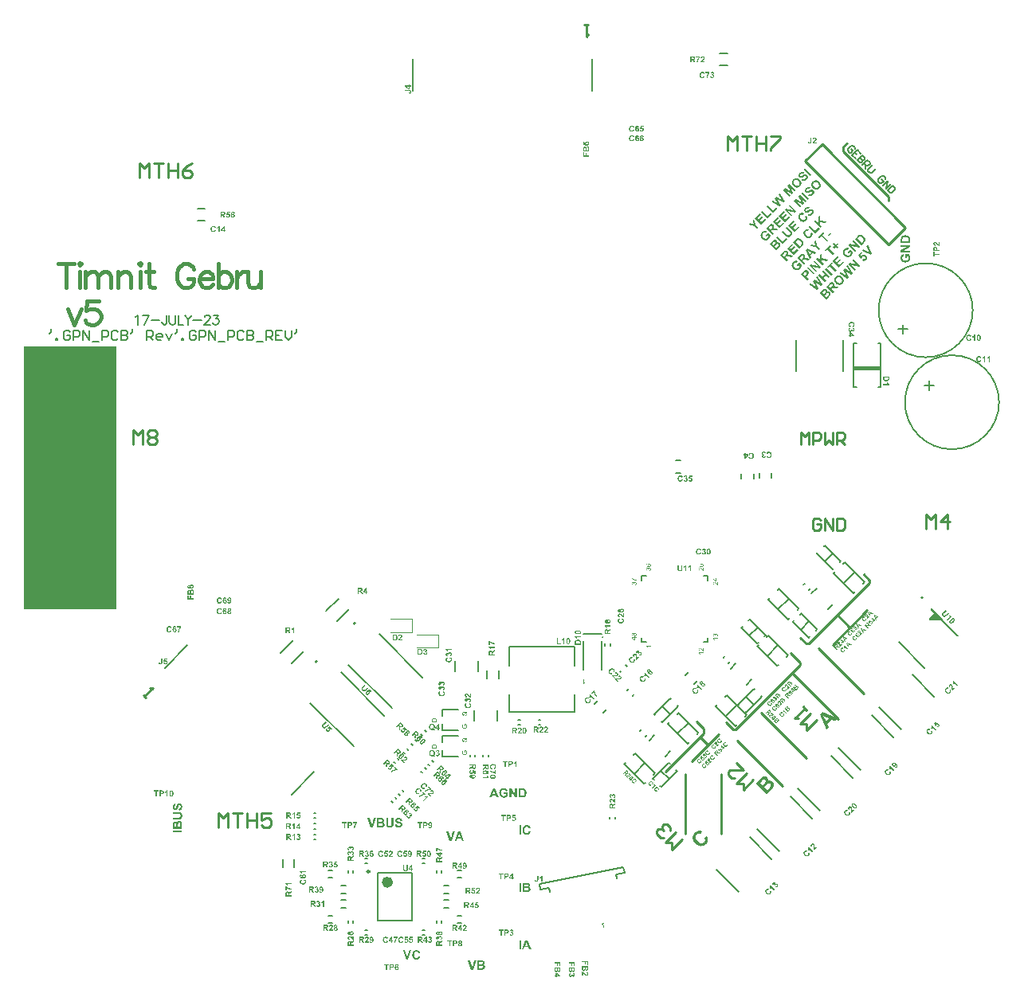
<source format=gto>
G04*
G04 #@! TF.GenerationSoftware,Altium Limited,Altium Designer,24.1.2 (44)*
G04*
G04 Layer_Color=65535*
%FSLAX44Y44*%
%MOMM*%
G71*
G04*
G04 #@! TF.SameCoordinates,C067CD15-9508-4875-9725-B3D5D2F0FA69*
G04*
G04*
G04 #@! TF.FilePolarity,Positive*
G04*
G01*
G75*
%ADD10C,0.2000*%
%ADD11C,0.1300*%
%ADD12C,0.2500*%
%ADD13C,0.6000*%
%ADD14C,0.2540*%
%ADD15C,0.1500*%
%ADD16C,0.1200*%
%ADD17C,0.1270*%
%ADD18C,0.0500*%
%ADD19C,0.2032*%
%ADD20C,0.3810*%
%ADD21R,9.7790X27.9400*%
G36*
X454984Y-137241D02*
X458496Y-140753D01*
X453178Y-146071D01*
X452963Y-146286D01*
X452844Y-146883D01*
X453077Y-147446D01*
X453583Y-147784D01*
X453888D01*
D01*
X465528D01*
X482523Y-164779D01*
X482664Y-164920D01*
X483033Y-165073D01*
X483432D01*
X483801Y-164920D01*
X483942Y-164779D01*
X484083Y-164638D01*
X484236Y-164269D01*
Y-163870D01*
X484083Y-163501D01*
X483942Y-163360D01*
X483942Y-163360D01*
X456404Y-135821D01*
X456110Y-135527D01*
X455278D01*
X454690Y-136115D01*
Y-136947D01*
X454984Y-137241D01*
Y-137241D01*
D02*
G37*
G36*
X372750Y117602D02*
Y121920D01*
X401950D01*
Y117602D01*
X372750D01*
D02*
G37*
G36*
X318417Y328862D02*
X318507D01*
X318611Y328857D01*
X318736Y328842D01*
X318875Y328822D01*
X319034Y328792D01*
X319198Y328758D01*
X319372Y328703D01*
X319556Y328638D01*
X319741Y328554D01*
X319935Y328459D01*
X320124Y328340D01*
X320313Y328200D01*
X320502Y328041D01*
X319173Y326593D01*
X319168Y326598D01*
X319144Y326613D01*
X319114Y326633D01*
X319069Y326658D01*
X319014Y326693D01*
X318950Y326728D01*
X318880Y326768D01*
X318800Y326807D01*
X318621Y326877D01*
X318432Y326937D01*
X318228Y326972D01*
X318129Y326982D01*
X318029Y326972D01*
X318019D01*
X318004Y326967D01*
X317979Y326962D01*
X317939Y326952D01*
X317890Y326942D01*
X317830Y326922D01*
X317765Y326897D01*
X317691Y326872D01*
X317611Y326832D01*
X317527Y326787D01*
X317432Y326733D01*
X317333Y326673D01*
X317233Y326603D01*
X317134Y326524D01*
X317019Y326429D01*
X316855Y326265D01*
X316820Y326220D01*
X316775Y326166D01*
X316721Y326101D01*
X316661Y326031D01*
X316596Y325947D01*
X316477Y325768D01*
X316362Y325564D01*
X316313Y325454D01*
X316273Y325345D01*
X316243Y325235D01*
X316218Y325121D01*
X316213Y325106D01*
Y325056D01*
Y324986D01*
X316223Y324897D01*
X316243Y324797D01*
X316278Y324693D01*
X316338Y324584D01*
X316377Y324534D01*
X316422Y324479D01*
X316427Y324474D01*
X316432Y324469D01*
X316467Y324444D01*
X316517Y324404D01*
X316591Y324360D01*
X316681Y324320D01*
X316785Y324285D01*
X316905Y324265D01*
X317044D01*
X317049Y324270D01*
X317069D01*
X317094Y324275D01*
X317143Y324285D01*
X317198Y324300D01*
X317268Y324320D01*
X317348Y324350D01*
X317442Y324384D01*
X317556Y324429D01*
X317681Y324484D01*
X317825Y324549D01*
X317984Y324628D01*
X318163Y324718D01*
X318347Y324822D01*
X318561Y324947D01*
X318785Y325081D01*
X318790Y325086D01*
X318800D01*
X318815Y325101D01*
X318840Y325116D01*
X318905Y325151D01*
X318989Y325205D01*
X319099Y325265D01*
X319223Y325340D01*
X319357Y325414D01*
X319502Y325499D01*
X319661Y325578D01*
X319820Y325668D01*
X320153Y325832D01*
X320318Y325907D01*
X320482Y325971D01*
X320636Y326036D01*
X320780Y326081D01*
X320790D01*
X320810Y326091D01*
X320850Y326101D01*
X320905Y326116D01*
X320974Y326126D01*
X321054Y326146D01*
X321138Y326161D01*
X321243Y326175D01*
X321348Y326190D01*
X321462Y326195D01*
X321581Y326205D01*
X321711D01*
X321974Y326190D01*
X322109Y326166D01*
X322243Y326141D01*
X322253D01*
X322273Y326131D01*
X322313Y326121D01*
X322367Y326106D01*
X322432Y326081D01*
X322507Y326056D01*
X322591Y326021D01*
X322686Y325976D01*
X322785Y325927D01*
X322895Y325867D01*
X323009Y325802D01*
X323124Y325728D01*
X323248Y325643D01*
X323372Y325549D01*
X323492Y325439D01*
X323616Y325325D01*
X323621Y325320D01*
X323641Y325300D01*
X323676Y325265D01*
X323711Y325220D01*
X323760Y325161D01*
X323810Y325091D01*
X323870Y325011D01*
X323935Y324927D01*
X323999Y324822D01*
X324069Y324713D01*
X324128Y324593D01*
X324193Y324469D01*
X324253Y324330D01*
X324308Y324185D01*
X324352Y324041D01*
X324392Y323882D01*
Y323872D01*
X324397Y323847D01*
X324407Y323797D01*
X324417Y323738D01*
X324422Y323663D01*
X324432Y323573D01*
X324437Y323469D01*
X324442Y323355D01*
X324437Y323230D01*
X324432Y323096D01*
X324422Y322957D01*
X324397Y322812D01*
X324372Y322658D01*
X324338Y322504D01*
X324288Y322345D01*
X324228Y322186D01*
Y322176D01*
X324213Y322151D01*
X324193Y322101D01*
X324158Y322036D01*
X324123Y321962D01*
X324074Y321872D01*
X324009Y321768D01*
X323944Y321653D01*
X323865Y321524D01*
X323770Y321390D01*
X323666Y321245D01*
X323556Y321096D01*
X323432Y320942D01*
X323298Y320778D01*
X323143Y320613D01*
X322984Y320444D01*
X322895Y320355D01*
X322855Y320325D01*
X322810Y320280D01*
X322760Y320240D01*
X322641Y320141D01*
X322502Y320021D01*
X322342Y319902D01*
X322168Y319778D01*
X321974Y319653D01*
X321770Y319529D01*
X321556Y319404D01*
X321333Y319300D01*
X321099Y319205D01*
X320860Y319126D01*
X320616Y319071D01*
X320372Y319036D01*
X320357Y319031D01*
X320313Y319036D01*
X320243D01*
X320149Y319041D01*
X320034Y319046D01*
X319890Y319061D01*
X319736Y319086D01*
X319561Y319121D01*
X319372Y319161D01*
X319168Y319225D01*
X318955Y319300D01*
X318736Y319389D01*
X318497Y319499D01*
X318263Y319633D01*
X318019Y319788D01*
X317780Y319967D01*
X319004Y321449D01*
X319014Y321439D01*
X319039Y321424D01*
X319084Y321399D01*
X319139Y321365D01*
X319213Y321320D01*
X319298Y321275D01*
X319387Y321225D01*
X319487Y321176D01*
X319721Y321081D01*
X319845Y321036D01*
X319974Y320997D01*
X320104Y320967D01*
X320233Y320947D01*
X320367Y320942D01*
X320507D01*
X320532Y320947D01*
X320566Y320952D01*
X320616Y320962D01*
X320676Y320972D01*
X320750Y320997D01*
X320830Y321016D01*
X320925Y321051D01*
X321019Y321086D01*
X321129Y321136D01*
X321233Y321190D01*
X321348Y321255D01*
X321467Y321335D01*
X321586Y321424D01*
X321706Y321524D01*
X321825Y321633D01*
X321890Y321698D01*
X321930Y321748D01*
X321979Y321807D01*
X322039Y321877D01*
X322104Y321962D01*
X322168Y322046D01*
X322298Y322245D01*
X322357Y322355D01*
X322417Y322464D01*
X322462Y322579D01*
X322507Y322693D01*
X322537Y322812D01*
X322551Y322927D01*
Y322937D01*
Y322957D01*
Y322986D01*
X322556Y323031D01*
X322551Y323086D01*
Y323146D01*
X322542Y323215D01*
X322537Y323290D01*
X322497Y323449D01*
X322442Y323613D01*
X322402Y323703D01*
X322357Y323778D01*
X322298Y323857D01*
X322233Y323932D01*
X322228Y323937D01*
X322223Y323942D01*
X322193Y323972D01*
X322144Y324011D01*
X322069Y324056D01*
X321989Y324106D01*
X321895Y324151D01*
X321790Y324185D01*
X321676Y324200D01*
X321661Y324205D01*
X321616Y324200D01*
X321551Y324195D01*
X321457Y324190D01*
X321343Y324166D01*
X321198Y324131D01*
X321044Y324076D01*
X320959Y324041D01*
X320870Y324001D01*
X320865Y323996D01*
X320855D01*
X320830Y323982D01*
X320805Y323967D01*
X320760Y323942D01*
X320706Y323917D01*
X320641Y323882D01*
X320571Y323842D01*
X320482Y323792D01*
X320382Y323733D01*
X320268Y323668D01*
X320134Y323593D01*
X319989Y323509D01*
X319830Y323409D01*
X319651Y323300D01*
X319457Y323186D01*
X319452Y323181D01*
X319437Y323176D01*
X319422Y323161D01*
X319392Y323151D01*
X319362Y323131D01*
X319323Y323111D01*
X319228Y323056D01*
X319109Y322986D01*
X318969Y322917D01*
X318815Y322842D01*
X318656Y322763D01*
X318477Y322683D01*
X318298Y322603D01*
X318109Y322524D01*
X317925Y322459D01*
X317736Y322399D01*
X317551Y322355D01*
X317377Y322320D01*
X317208Y322300D01*
X317009D01*
X316910Y322310D01*
X316785Y322325D01*
X316651Y322340D01*
X316507Y322375D01*
X316353Y322409D01*
X316188Y322454D01*
X316019Y322514D01*
X315855Y322589D01*
X315686Y322678D01*
X315512Y322783D01*
X315347Y322907D01*
X315193Y323051D01*
X315188Y323056D01*
X315168Y323076D01*
X315144Y323101D01*
X315109Y323146D01*
X315069Y323195D01*
X315019Y323255D01*
X314964Y323330D01*
X314905Y323409D01*
X314855Y323499D01*
X314790Y323593D01*
X314736Y323698D01*
X314681Y323812D01*
X314626Y323937D01*
X314581Y324061D01*
X314537Y324195D01*
X314502Y324330D01*
Y324340D01*
X314497Y324365D01*
X314487Y324404D01*
X314482Y324459D01*
X314472Y324529D01*
X314467Y324613D01*
Y324703D01*
X314462Y324807D01*
X314467Y324922D01*
X314472Y325046D01*
X314487Y325171D01*
X314502Y325305D01*
X314532Y325444D01*
X314566Y325588D01*
X314606Y325738D01*
X314666Y325887D01*
Y325897D01*
X314681Y325922D01*
X314701Y325971D01*
X314726Y326026D01*
X314765Y326096D01*
X314805Y326185D01*
X314860Y326280D01*
X314920Y326389D01*
X314994Y326504D01*
X315074Y326633D01*
X315163Y326763D01*
X315268Y326897D01*
X315377Y327046D01*
X315502Y327190D01*
X315636Y327335D01*
X315775Y327484D01*
X315865Y327574D01*
X315905Y327603D01*
X315944Y327643D01*
X315999Y327688D01*
X316114Y327792D01*
X316253Y327902D01*
X316407Y328016D01*
X316576Y328146D01*
X316761Y328270D01*
X316959Y328389D01*
X317168Y328509D01*
X317387Y328618D01*
X317611Y328703D01*
X317840Y328783D01*
X318069Y328832D01*
X318298Y328862D01*
X318313Y328867D01*
X318353D01*
X318417Y328862D01*
D02*
G37*
G36*
X328129Y325837D02*
X326740Y324449D01*
X319855Y331335D01*
X321243Y332723D01*
X328129Y325837D01*
D02*
G37*
G36*
X312402Y322131D02*
X312447Y322126D01*
X312502Y322121D01*
X312567Y322116D01*
X312636Y322106D01*
X312716Y322096D01*
X312800Y322081D01*
X312895Y322056D01*
X312994Y322036D01*
X313099Y322011D01*
X313218Y321982D01*
X313333Y321947D01*
X313457Y321912D01*
X313721Y321817D01*
X313999Y321708D01*
X314293Y321564D01*
X314596Y321399D01*
X314910Y321205D01*
X315223Y320982D01*
X315542Y320723D01*
X315706Y320579D01*
X315860Y320424D01*
X315865Y320419D01*
X315880Y320404D01*
X315900Y320384D01*
X315935Y320350D01*
X315969Y320305D01*
X316014Y320260D01*
X316064Y320201D01*
X316119Y320136D01*
X316183Y320061D01*
X316243Y319982D01*
X316318Y319897D01*
X316387Y319797D01*
X316542Y319594D01*
X316696Y319360D01*
X316850Y319106D01*
X317004Y318832D01*
X317153Y318544D01*
X317278Y318240D01*
X317387Y317922D01*
X317472Y317589D01*
X317507Y317424D01*
X317532Y317250D01*
X317551Y317081D01*
X317556Y316907D01*
Y316897D01*
Y316887D01*
Y316857D01*
Y316827D01*
X317551Y316783D01*
X317547Y316728D01*
Y316668D01*
X317537Y316598D01*
X317522Y316434D01*
X317487Y316240D01*
X317442Y316026D01*
X317382Y315798D01*
X317308Y315544D01*
X317208Y315275D01*
X317089Y314997D01*
X316945Y314713D01*
X316775Y314415D01*
X316576Y314126D01*
X316343Y313832D01*
X316208Y313688D01*
X316074Y313544D01*
X316004Y313474D01*
X315964Y313444D01*
X315920Y313400D01*
X315865Y313355D01*
X315805Y313305D01*
X315736Y313245D01*
X315661Y313191D01*
X315576Y313126D01*
X315492Y313061D01*
X315293Y312922D01*
X315074Y312783D01*
X314835Y312633D01*
X314571Y312499D01*
X314298Y312375D01*
X314004Y312260D01*
X313691Y312166D01*
X313367Y312091D01*
X313203Y312066D01*
X313039Y312051D01*
X312865Y312036D01*
X312696D01*
X312691Y312041D01*
X312676Y312036D01*
X312651Y312041D01*
X312611D01*
X312567Y312046D01*
X312512Y312051D01*
X312452Y312061D01*
X312382Y312071D01*
X312303Y312081D01*
X312218Y312096D01*
X312124Y312111D01*
X312024Y312131D01*
X311920Y312156D01*
X311810Y312186D01*
X311572Y312255D01*
X311313Y312345D01*
X311039Y312459D01*
X310746Y312594D01*
X310447Y312753D01*
X310144Y312947D01*
X309830Y313171D01*
X309517Y313424D01*
X309368Y313564D01*
X309208Y313713D01*
X309203Y313718D01*
X309198Y313723D01*
X309183Y313738D01*
X309163Y313758D01*
X309139Y313783D01*
X309109Y313813D01*
X309039Y313892D01*
X308955Y313987D01*
X308855Y314096D01*
X308746Y314225D01*
X308636Y314365D01*
X308512Y314519D01*
X308392Y314678D01*
X308273Y314857D01*
X308159Y315031D01*
X308044Y315215D01*
X307935Y315404D01*
X307845Y315594D01*
X307761Y315788D01*
Y315798D01*
X307746Y315822D01*
X307736Y315862D01*
X307716Y315922D01*
X307691Y315987D01*
X307666Y316071D01*
X307641Y316166D01*
X307611Y316275D01*
X307557Y316509D01*
X307507Y316778D01*
X307467Y317066D01*
X307452Y317370D01*
Y317380D01*
Y317409D01*
Y317449D01*
Y317509D01*
X307457Y317584D01*
X307462Y317668D01*
X307472Y317768D01*
X307482Y317867D01*
X307497Y317982D01*
X307517Y318101D01*
X307567Y318360D01*
X307631Y318623D01*
X307676Y318758D01*
X307726Y318887D01*
X307731Y318902D01*
X307746Y318927D01*
X307766Y318977D01*
X307795Y319046D01*
X307835Y319126D01*
X307890Y319220D01*
X307950Y319330D01*
X308014Y319454D01*
X308094Y319584D01*
X308179Y319718D01*
X308283Y319862D01*
X308392Y320011D01*
X308512Y320171D01*
X308641Y320330D01*
X308785Y320484D01*
X308935Y320643D01*
X309004Y320713D01*
X309044Y320743D01*
X309084Y320783D01*
X309139Y320827D01*
X309203Y320882D01*
X309268Y320937D01*
X309348Y320997D01*
X309427Y321056D01*
X309517Y321126D01*
X309711Y321260D01*
X309930Y321399D01*
X310168Y321539D01*
X310427Y321678D01*
X310711Y321802D01*
X311004Y321917D01*
X311313Y322006D01*
X311636Y322081D01*
X311800Y322106D01*
X311974Y322121D01*
X312144Y322131D01*
X312318Y322136D01*
X312367D01*
X312402Y322131D01*
D02*
G37*
G36*
X311502Y309211D02*
X310213Y307922D01*
X304790Y313335D01*
X308845Y306554D01*
X307507Y305216D01*
X300731Y309275D01*
X306149Y303857D01*
X304860Y302569D01*
X297975Y309454D01*
X300054Y311534D01*
X305999Y308076D01*
X302527Y314007D01*
X304616Y316096D01*
X311502Y309211D01*
D02*
G37*
G36*
X299825Y297534D02*
X298348Y296056D01*
X291835Y299832D01*
X295616Y293325D01*
X294104Y291813D01*
X285582Y297062D01*
X287005Y298484D01*
X292771Y294788D01*
X289293Y300773D01*
X290950Y302430D01*
X296965Y298823D01*
X293209Y304688D01*
X294611Y306091D01*
X299825Y297534D01*
D02*
G37*
G36*
X287517Y287554D02*
X290975Y291012D01*
X292139Y289848D01*
X287293Y285002D01*
X280467Y291828D01*
X281855Y293216D01*
X287517Y287554D01*
D02*
G37*
G36*
X281642Y281679D02*
X285099Y285136D01*
X286263Y283972D01*
X281418Y279126D01*
X274592Y285952D01*
X275980Y287340D01*
X281642Y281679D01*
D02*
G37*
G36*
X268866Y272345D02*
X271751Y269460D01*
X270363Y268072D01*
X267467Y270967D01*
X260960Y272440D01*
X262582Y274062D01*
X266940Y272957D01*
X265791Y277271D01*
X267393Y278873D01*
X268866Y272345D01*
D02*
G37*
G36*
X274353Y283504D02*
X270637Y279788D01*
X272164Y278261D01*
X275622Y281718D01*
X276786Y280554D01*
X273328Y277097D01*
X275194Y275231D01*
X279039Y279077D01*
X280204Y277912D01*
X274970Y272679D01*
X268085Y279564D01*
X273189Y284669D01*
X274353Y283504D01*
D02*
G37*
G36*
X325111Y312696D02*
X325200D01*
X325305Y312691D01*
X325429Y312676D01*
X325569Y312656D01*
X325728Y312626D01*
X325892Y312591D01*
X326066Y312537D01*
X326250Y312472D01*
X326434Y312387D01*
X326628Y312293D01*
X326817Y312173D01*
X327006Y312034D01*
X327195Y311875D01*
X325867Y310427D01*
X325862Y310432D01*
X325837Y310447D01*
X325807Y310467D01*
X325763Y310492D01*
X325708Y310527D01*
X325643Y310562D01*
X325574Y310601D01*
X325494Y310641D01*
X325315Y310711D01*
X325126Y310770D01*
X324922Y310805D01*
X324822Y310815D01*
X324723Y310805D01*
X324713D01*
X324698Y310800D01*
X324673Y310795D01*
X324633Y310785D01*
X324584Y310775D01*
X324524Y310756D01*
X324459Y310731D01*
X324384Y310706D01*
X324305Y310666D01*
X324220Y310621D01*
X324126Y310567D01*
X324026Y310507D01*
X323927Y310437D01*
X323827Y310357D01*
X323713Y310263D01*
X323549Y310099D01*
X323514Y310054D01*
X323469Y309999D01*
X323414Y309935D01*
X323355Y309865D01*
X323290Y309780D01*
X323171Y309601D01*
X323056Y309397D01*
X323006Y309288D01*
X322967Y309178D01*
X322937Y309069D01*
X322912Y308955D01*
X322907Y308940D01*
Y308890D01*
Y308820D01*
X322917Y308731D01*
X322937Y308631D01*
X322972Y308527D01*
X323031Y308417D01*
X323071Y308368D01*
X323116Y308313D01*
X323121Y308308D01*
X323126Y308303D01*
X323161Y308278D01*
X323210Y308238D01*
X323285Y308193D01*
X323375Y308154D01*
X323479Y308119D01*
X323598Y308099D01*
X323738D01*
X323743Y308104D01*
X323763D01*
X323787Y308109D01*
X323837Y308119D01*
X323892Y308134D01*
X323962Y308154D01*
X324041Y308183D01*
X324136Y308218D01*
X324250Y308263D01*
X324375Y308318D01*
X324519Y308382D01*
X324678Y308462D01*
X324857Y308552D01*
X325041Y308656D01*
X325255Y308780D01*
X325479Y308915D01*
X325484Y308920D01*
X325494D01*
X325509Y308935D01*
X325534Y308950D01*
X325598Y308984D01*
X325683Y309039D01*
X325792Y309099D01*
X325917Y309173D01*
X326051Y309248D01*
X326195Y309333D01*
X326355Y309412D01*
X326514Y309502D01*
X326847Y309666D01*
X327011Y309741D01*
X327175Y309805D01*
X327330Y309870D01*
X327474Y309915D01*
X327484D01*
X327504Y309925D01*
X327544Y309935D01*
X327598Y309949D01*
X327668Y309960D01*
X327748Y309979D01*
X327832Y309994D01*
X327937Y310009D01*
X328041Y310024D01*
X328156Y310029D01*
X328275Y310039D01*
X328404D01*
X328668Y310024D01*
X328802Y309999D01*
X328937Y309974D01*
X328947D01*
X328966Y309965D01*
X329006Y309954D01*
X329061Y309940D01*
X329126Y309915D01*
X329200Y309890D01*
X329285Y309855D01*
X329380Y309810D01*
X329479Y309760D01*
X329588Y309701D01*
X329703Y309636D01*
X329817Y309562D01*
X329942Y309477D01*
X330066Y309382D01*
X330185Y309273D01*
X330310Y309158D01*
X330315Y309153D01*
X330335Y309134D01*
X330369Y309099D01*
X330404Y309054D01*
X330454Y308994D01*
X330504Y308925D01*
X330564Y308845D01*
X330628Y308761D01*
X330693Y308656D01*
X330762Y308547D01*
X330822Y308427D01*
X330887Y308303D01*
X330947Y308164D01*
X331001Y308019D01*
X331046Y307875D01*
X331086Y307716D01*
Y307706D01*
X331091Y307681D01*
X331101Y307631D01*
X331111Y307572D01*
X331116Y307497D01*
X331126Y307407D01*
X331131Y307303D01*
X331136Y307188D01*
X331131Y307064D01*
X331126Y306930D01*
X331116Y306790D01*
X331091Y306646D01*
X331066Y306492D01*
X331031Y306338D01*
X330981Y306178D01*
X330922Y306019D01*
Y306009D01*
X330907Y305984D01*
X330887Y305935D01*
X330852Y305870D01*
X330817Y305795D01*
X330768Y305706D01*
X330703Y305601D01*
X330638Y305487D01*
X330559Y305358D01*
X330464Y305223D01*
X330360Y305079D01*
X330250Y304930D01*
X330126Y304776D01*
X329991Y304611D01*
X329837Y304447D01*
X329678Y304278D01*
X329588Y304188D01*
X329549Y304159D01*
X329504Y304114D01*
X329454Y304074D01*
X329335Y303974D01*
X329195Y303855D01*
X329036Y303736D01*
X328862Y303611D01*
X328668Y303487D01*
X328464Y303363D01*
X328250Y303238D01*
X328026Y303134D01*
X327792Y303039D01*
X327554Y302960D01*
X327310Y302905D01*
X327066Y302870D01*
X327051Y302865D01*
X327006Y302870D01*
X326937D01*
X326842Y302875D01*
X326728Y302880D01*
X326584Y302895D01*
X326429Y302920D01*
X326255Y302955D01*
X326066Y302994D01*
X325862Y303059D01*
X325648Y303134D01*
X325429Y303223D01*
X325191Y303333D01*
X324957Y303467D01*
X324713Y303621D01*
X324474Y303800D01*
X325698Y305283D01*
X325708Y305273D01*
X325733Y305258D01*
X325778Y305233D01*
X325832Y305198D01*
X325907Y305154D01*
X325991Y305109D01*
X326081Y305059D01*
X326180Y305009D01*
X326414Y304915D01*
X326539Y304870D01*
X326668Y304830D01*
X326797Y304800D01*
X326927Y304781D01*
X327061Y304776D01*
X327200D01*
X327225Y304781D01*
X327260Y304785D01*
X327310Y304795D01*
X327370Y304805D01*
X327444Y304830D01*
X327524Y304850D01*
X327618Y304885D01*
X327713Y304920D01*
X327822Y304970D01*
X327927Y305024D01*
X328041Y305089D01*
X328161Y305168D01*
X328280Y305258D01*
X328399Y305358D01*
X328519Y305467D01*
X328583Y305532D01*
X328623Y305581D01*
X328673Y305641D01*
X328733Y305711D01*
X328797Y305795D01*
X328862Y305880D01*
X328991Y306079D01*
X329051Y306188D01*
X329111Y306298D01*
X329156Y306412D01*
X329200Y306527D01*
X329230Y306646D01*
X329245Y306761D01*
Y306770D01*
Y306790D01*
Y306820D01*
X329250Y306865D01*
X329245Y306920D01*
Y306979D01*
X329235Y307049D01*
X329230Y307124D01*
X329190Y307283D01*
X329136Y307447D01*
X329096Y307537D01*
X329051Y307611D01*
X328991Y307691D01*
X328927Y307766D01*
X328922Y307771D01*
X328917Y307775D01*
X328887Y307805D01*
X328837Y307845D01*
X328763Y307890D01*
X328683Y307940D01*
X328588Y307984D01*
X328484Y308019D01*
X328369Y308034D01*
X328355Y308039D01*
X328310Y308034D01*
X328245Y308029D01*
X328151Y308024D01*
X328036Y307999D01*
X327892Y307964D01*
X327738Y307910D01*
X327653Y307875D01*
X327564Y307835D01*
X327559Y307830D01*
X327549D01*
X327524Y307815D01*
X327499Y307800D01*
X327454Y307775D01*
X327399Y307751D01*
X327335Y307716D01*
X327265Y307676D01*
X327175Y307626D01*
X327076Y307567D01*
X326962Y307502D01*
X326827Y307427D01*
X326683Y307343D01*
X326524Y307243D01*
X326345Y307134D01*
X326151Y307019D01*
X326146Y307014D01*
X326131Y307009D01*
X326116Y306994D01*
X326086Y306984D01*
X326056Y306964D01*
X326016Y306945D01*
X325922Y306890D01*
X325802Y306820D01*
X325663Y306751D01*
X325509Y306676D01*
X325350Y306596D01*
X325171Y306517D01*
X324991Y306437D01*
X324802Y306358D01*
X324618Y306293D01*
X324429Y306233D01*
X324245Y306188D01*
X324071Y306154D01*
X323902Y306134D01*
X323703D01*
X323603Y306144D01*
X323479Y306159D01*
X323345Y306173D01*
X323200Y306208D01*
X323046Y306243D01*
X322882Y306288D01*
X322713Y306348D01*
X322549Y306422D01*
X322379Y306512D01*
X322205Y306616D01*
X322041Y306741D01*
X321887Y306885D01*
X321882Y306890D01*
X321862Y306910D01*
X321837Y306935D01*
X321802Y306979D01*
X321763Y307029D01*
X321713Y307089D01*
X321658Y307164D01*
X321599Y307243D01*
X321549Y307333D01*
X321484Y307427D01*
X321429Y307532D01*
X321375Y307646D01*
X321320Y307771D01*
X321275Y307895D01*
X321230Y308029D01*
X321195Y308164D01*
Y308174D01*
X321190Y308198D01*
X321181Y308238D01*
X321176Y308293D01*
X321166Y308363D01*
X321161Y308447D01*
Y308537D01*
X321156Y308641D01*
X321161Y308755D01*
X321166Y308880D01*
X321181Y309004D01*
X321195Y309139D01*
X321225Y309278D01*
X321260Y309422D01*
X321300Y309571D01*
X321360Y309721D01*
Y309731D01*
X321375Y309755D01*
X321395Y309805D01*
X321419Y309860D01*
X321459Y309930D01*
X321499Y310019D01*
X321554Y310114D01*
X321613Y310223D01*
X321688Y310338D01*
X321768Y310467D01*
X321857Y310596D01*
X321962Y310731D01*
X322071Y310880D01*
X322196Y311024D01*
X322330Y311168D01*
X322469Y311318D01*
X322559Y311407D01*
X322598Y311437D01*
X322638Y311477D01*
X322693Y311522D01*
X322807Y311626D01*
X322947Y311736D01*
X323101Y311850D01*
X323270Y311979D01*
X323454Y312104D01*
X323653Y312223D01*
X323862Y312343D01*
X324081Y312452D01*
X324305Y312537D01*
X324534Y312616D01*
X324763Y312666D01*
X324991Y312696D01*
X325006Y312701D01*
X325046D01*
X325111Y312696D01*
D02*
G37*
G36*
X332991Y319860D02*
X333036Y319855D01*
X333091Y319850D01*
X333156Y319845D01*
X333225Y319835D01*
X333305Y319825D01*
X333389Y319810D01*
X333484Y319785D01*
X333583Y319765D01*
X333688Y319741D01*
X333807Y319711D01*
X333922Y319676D01*
X334046Y319641D01*
X334310Y319547D01*
X334588Y319437D01*
X334882Y319293D01*
X335185Y319128D01*
X335499Y318934D01*
X335812Y318711D01*
X336131Y318452D01*
X336295Y318308D01*
X336449Y318153D01*
X336454Y318148D01*
X336469Y318134D01*
X336489Y318114D01*
X336524Y318079D01*
X336558Y318034D01*
X336603Y317989D01*
X336653Y317929D01*
X336708Y317865D01*
X336772Y317790D01*
X336832Y317711D01*
X336907Y317626D01*
X336976Y317527D01*
X337131Y317323D01*
X337285Y317089D01*
X337439Y316835D01*
X337593Y316561D01*
X337743Y316273D01*
X337867Y315969D01*
X337976Y315651D01*
X338061Y315318D01*
X338096Y315154D01*
X338121Y314979D01*
X338140Y314810D01*
X338145Y314636D01*
Y314626D01*
Y314616D01*
Y314586D01*
Y314557D01*
X338140Y314512D01*
X338136Y314457D01*
Y314397D01*
X338126Y314328D01*
X338111Y314163D01*
X338076Y313969D01*
X338031Y313755D01*
X337971Y313527D01*
X337897Y313273D01*
X337797Y313004D01*
X337678Y312726D01*
X337534Y312442D01*
X337364Y312143D01*
X337165Y311855D01*
X336932Y311562D01*
X336797Y311417D01*
X336663Y311273D01*
X336593Y311203D01*
X336553Y311173D01*
X336509Y311129D01*
X336454Y311084D01*
X336394Y311034D01*
X336325Y310974D01*
X336250Y310920D01*
X336165Y310855D01*
X336081Y310790D01*
X335882Y310651D01*
X335663Y310512D01*
X335424Y310362D01*
X335160Y310228D01*
X334887Y310104D01*
X334593Y309989D01*
X334280Y309895D01*
X333956Y309820D01*
X333792Y309795D01*
X333628Y309780D01*
X333454Y309765D01*
X333285D01*
X333280Y309770D01*
X333265Y309765D01*
X333240Y309770D01*
X333200D01*
X333156Y309775D01*
X333101Y309780D01*
X333041Y309790D01*
X332971Y309800D01*
X332892Y309810D01*
X332807Y309825D01*
X332713Y309840D01*
X332613Y309860D01*
X332509Y309885D01*
X332399Y309915D01*
X332160Y309984D01*
X331902Y310074D01*
X331628Y310188D01*
X331335Y310323D01*
X331036Y310482D01*
X330733Y310676D01*
X330419Y310900D01*
X330106Y311154D01*
X329957Y311293D01*
X329797Y311442D01*
X329792Y311447D01*
X329787Y311452D01*
X329772Y311467D01*
X329753Y311487D01*
X329728Y311512D01*
X329698Y311542D01*
X329628Y311621D01*
X329544Y311716D01*
X329444Y311825D01*
X329335Y311954D01*
X329225Y312094D01*
X329101Y312248D01*
X328982Y312407D01*
X328862Y312586D01*
X328748Y312761D01*
X328633Y312945D01*
X328524Y313134D01*
X328434Y313323D01*
X328350Y313517D01*
Y313527D01*
X328335Y313552D01*
X328325Y313591D01*
X328305Y313651D01*
X328280Y313716D01*
X328255Y313800D01*
X328230Y313895D01*
X328200Y314004D01*
X328146Y314238D01*
X328096Y314507D01*
X328056Y314795D01*
X328041Y315099D01*
Y315109D01*
Y315138D01*
Y315178D01*
Y315238D01*
X328046Y315313D01*
X328051Y315397D01*
X328061Y315497D01*
X328071Y315596D01*
X328086Y315711D01*
X328106Y315830D01*
X328156Y316089D01*
X328220Y316353D01*
X328265Y316487D01*
X328315Y316616D01*
X328320Y316631D01*
X328335Y316656D01*
X328355Y316706D01*
X328385Y316775D01*
X328424Y316855D01*
X328479Y316950D01*
X328539Y317059D01*
X328603Y317183D01*
X328683Y317313D01*
X328768Y317447D01*
X328872Y317591D01*
X328982Y317740D01*
X329101Y317900D01*
X329230Y318059D01*
X329375Y318213D01*
X329524Y318372D01*
X329593Y318442D01*
X329633Y318472D01*
X329673Y318512D01*
X329728Y318556D01*
X329792Y318611D01*
X329857Y318666D01*
X329937Y318725D01*
X330016Y318785D01*
X330106Y318855D01*
X330300Y318989D01*
X330519Y319128D01*
X330758Y319268D01*
X331016Y319407D01*
X331300Y319531D01*
X331593Y319646D01*
X331902Y319736D01*
X332225Y319810D01*
X332389Y319835D01*
X332564Y319850D01*
X332733Y319860D01*
X332907Y319865D01*
X332957D01*
X332991Y319860D01*
D02*
G37*
G36*
X325738Y300586D02*
X324350Y299198D01*
X317464Y306084D01*
X318852Y307472D01*
X325738Y300586D01*
D02*
G37*
G36*
X323006Y297855D02*
X321718Y296567D01*
X316295Y301980D01*
X320350Y295198D01*
X319011Y293860D01*
X312235Y297920D01*
X317653Y292502D01*
X316365Y291213D01*
X309479Y298099D01*
X311559Y300179D01*
X317504Y296721D01*
X314031Y302651D01*
X316121Y304741D01*
X323006Y297855D01*
D02*
G37*
G36*
X312240Y287089D02*
X310847Y285696D01*
X303559Y287423D01*
X308066Y282915D01*
X306778Y281626D01*
X299892Y288512D01*
X301241Y289860D01*
X308678Y288074D01*
X304066Y292686D01*
X305355Y293975D01*
X312240Y287089D01*
D02*
G37*
G36*
X299738Y286029D02*
X296022Y282313D01*
X297549Y280786D01*
X301007Y284243D01*
X302171Y283079D01*
X298713Y279622D01*
X300579Y277756D01*
X304425Y281602D01*
X305589Y280438D01*
X300355Y275204D01*
X293470Y282089D01*
X298574Y287194D01*
X299738Y286029D01*
D02*
G37*
G36*
X293325Y279617D02*
X289609Y275900D01*
X291136Y274373D01*
X294594Y277831D01*
X295758Y276666D01*
X292300Y273209D01*
X294166Y271343D01*
X298012Y275189D01*
X299176Y274025D01*
X293942Y268791D01*
X287057Y275676D01*
X292161Y280781D01*
X293325Y279617D01*
D02*
G37*
G36*
X286007Y273253D02*
X286146Y273234D01*
X286290Y273209D01*
X286300D01*
X286325Y273204D01*
X286370Y273189D01*
X286425Y273174D01*
X286489Y273149D01*
X286564Y273124D01*
X286659Y273089D01*
X286758Y273050D01*
X286858Y273000D01*
X286972Y272945D01*
X287087Y272880D01*
X287206Y272811D01*
X287320Y272726D01*
X287440Y272637D01*
X287554Y272542D01*
X287673Y272433D01*
X287684Y272423D01*
X287708Y272398D01*
X287743Y272353D01*
X287798Y272298D01*
X287853Y272224D01*
X287922Y272134D01*
X287992Y272035D01*
X288071Y271925D01*
X288146Y271801D01*
X288221Y271667D01*
X288286Y271522D01*
X288350Y271368D01*
X288405Y271214D01*
X288450Y271040D01*
X288479Y270870D01*
X288499Y270691D01*
Y270681D01*
Y270651D01*
X288494Y270597D01*
Y270527D01*
X288484Y270438D01*
X288475Y270338D01*
X288455Y270219D01*
X288430Y270084D01*
X288390Y269935D01*
X288340Y269786D01*
X288286Y269622D01*
X288211Y269448D01*
X288126Y269263D01*
X288022Y269079D01*
X287902Y268890D01*
X287768Y268696D01*
X287778D01*
X287798Y268706D01*
X287838Y268716D01*
X287887Y268726D01*
X287952Y268741D01*
X288027Y268756D01*
X288111Y268771D01*
X288201Y268791D01*
X288410Y268821D01*
X288634Y268846D01*
X288867Y268860D01*
X289126D01*
X289161Y268855D01*
X289211D01*
X289275Y268851D01*
X289355Y268841D01*
X289450Y268826D01*
X289564Y268811D01*
X289688Y268796D01*
X289828Y268776D01*
X289987Y268746D01*
X290156Y268716D01*
X290345Y268676D01*
X290544Y268637D01*
X290768Y268592D01*
X291002Y268537D01*
X293186Y268035D01*
X291519Y266368D01*
X289022Y266866D01*
X289007Y266870D01*
X288962Y266875D01*
X288897Y266890D01*
X288808Y266910D01*
X288698Y266930D01*
X288579Y266950D01*
X288445Y266975D01*
X288300Y267000D01*
X288007Y267045D01*
X287863Y267069D01*
X287718Y267094D01*
X287589Y267114D01*
X287470Y267124D01*
X287360Y267134D01*
X287276Y267139D01*
X287206D01*
X287131Y267134D01*
X287037Y267129D01*
X286922Y267114D01*
X286808Y267089D01*
X286688Y267059D01*
X286569Y267010D01*
X286554Y267005D01*
X286534Y266995D01*
X286514Y266985D01*
X286485Y266965D01*
X286450Y266940D01*
X286405Y266915D01*
X286360Y266880D01*
X286305Y266846D01*
X286251Y266801D01*
X286186Y266746D01*
X286111Y266691D01*
X286042Y266632D01*
X285967Y266557D01*
X285877Y266478D01*
X285514Y266114D01*
X288390Y263239D01*
X287002Y261851D01*
X280116Y268736D01*
X283141Y271761D01*
X283221Y271831D01*
X283315Y271925D01*
X283425Y272025D01*
X283544Y272134D01*
X283679Y272248D01*
X283818Y272368D01*
X283957Y272487D01*
X284261Y272721D01*
X284405Y272826D01*
X284549Y272920D01*
X284694Y273005D01*
X284828Y273069D01*
X284833Y273074D01*
X284858Y273079D01*
X284897Y273099D01*
X284947Y273119D01*
X285007Y273139D01*
X285086Y273159D01*
X285171Y273184D01*
X285266Y273209D01*
X285375Y273229D01*
X285490Y273244D01*
X285609Y273253D01*
X285738Y273263D01*
X285868D01*
X286007Y273253D01*
D02*
G37*
G36*
X278848Y266015D02*
X279012Y266000D01*
X279191Y265980D01*
X279375Y265945D01*
X279579Y265900D01*
X279783Y265846D01*
X279997Y265771D01*
X280216Y265681D01*
X280430Y265577D01*
X280649Y265448D01*
X279529Y263811D01*
X279524Y263816D01*
X279505Y263826D01*
X279465Y263846D01*
X279415Y263866D01*
X279360Y263890D01*
X279286Y263915D01*
X279206Y263945D01*
X279116Y263975D01*
X279022Y264000D01*
X278917Y264025D01*
X278803Y264050D01*
X278689Y264065D01*
X278564Y264069D01*
X278440Y264074D01*
X278310D01*
X278181Y264055D01*
X278171D01*
X278146Y264050D01*
X278111Y264045D01*
X278067Y264030D01*
X278002Y264015D01*
X277927Y263990D01*
X277848Y263960D01*
X277758Y263930D01*
X277659Y263890D01*
X277559Y263841D01*
X277450Y263781D01*
X277335Y263716D01*
X277231Y263642D01*
X277111Y263552D01*
X276997Y263458D01*
X276883Y263353D01*
X276843Y263313D01*
X276798Y263259D01*
X276743Y263194D01*
X276674Y263104D01*
X276594Y263005D01*
X276519Y262890D01*
X276435Y262756D01*
X276350Y262612D01*
X276276Y262458D01*
X276196Y262288D01*
X276131Y262114D01*
X276082Y261925D01*
X276042Y261736D01*
X276017Y261532D01*
Y261323D01*
Y261313D01*
Y261273D01*
X276027Y261214D01*
X276042Y261129D01*
X276062Y261030D01*
X276092Y260910D01*
X276126Y260776D01*
X276176Y260627D01*
X276241Y260463D01*
X276320Y260284D01*
X276415Y260099D01*
X276529Y259905D01*
X276664Y259701D01*
X276818Y259497D01*
X276992Y259284D01*
X277191Y259075D01*
X277196Y259070D01*
X277206Y259060D01*
X277221Y259045D01*
X277246Y259020D01*
X277276Y258990D01*
X277311Y258965D01*
X277350Y258925D01*
X277400Y258885D01*
X277509Y258786D01*
X277639Y258687D01*
X277783Y258572D01*
X277947Y258458D01*
X278121Y258333D01*
X278310Y258224D01*
X278505Y258109D01*
X278708Y258015D01*
X278917Y257925D01*
X279136Y257856D01*
X279355Y257806D01*
X279569Y257781D01*
X279679D01*
X279763Y257786D01*
X279863Y257796D01*
X279982Y257806D01*
X280116Y257831D01*
X280256Y257861D01*
X280415Y257900D01*
X280574Y257950D01*
X280743Y258020D01*
X280922Y258099D01*
X281096Y258194D01*
X281271Y258308D01*
X281445Y258443D01*
X281609Y258597D01*
X281654Y258642D01*
X281679Y258677D01*
X281718Y258716D01*
X281763Y258771D01*
X281808Y258826D01*
X281863Y258890D01*
X281917Y258965D01*
X281977Y259045D01*
X282092Y259219D01*
X282206Y259423D01*
X282315Y259642D01*
X282320Y259647D01*
X282325Y259672D01*
X282345Y259701D01*
X282360Y259746D01*
X282380Y259796D01*
X282405Y259861D01*
X282430Y259935D01*
X282460Y260015D01*
X282519Y260194D01*
X282574Y260388D01*
X282624Y260597D01*
X282659Y260811D01*
X281783Y261686D01*
X280191Y260095D01*
X279027Y261259D01*
X282022Y264254D01*
X284768Y261507D01*
Y261497D01*
Y261468D01*
X284763Y261423D01*
X284758Y261358D01*
X284753Y261273D01*
X284733Y261174D01*
X284718Y261060D01*
X284698Y260930D01*
X284669Y260791D01*
X284634Y260637D01*
X284589Y260473D01*
X284539Y260294D01*
X284485Y260109D01*
X284415Y259910D01*
X284335Y259701D01*
X284246Y259492D01*
X284241Y259478D01*
X284226Y259443D01*
X284196Y259383D01*
X284151Y259298D01*
X284101Y259199D01*
X284037Y259084D01*
X283967Y258955D01*
X283888Y258816D01*
X283793Y258662D01*
X283694Y258502D01*
X283579Y258338D01*
X283460Y258169D01*
X283330Y258000D01*
X283191Y257831D01*
X283042Y257662D01*
X282887Y257498D01*
X282813Y257423D01*
X282778Y257398D01*
X282703Y257323D01*
X282599Y257239D01*
X282479Y257139D01*
X282340Y257030D01*
X282191Y256910D01*
X282022Y256791D01*
X281843Y256672D01*
X281649Y256557D01*
X281450Y256438D01*
X281231Y256328D01*
X281012Y256229D01*
X280783Y256139D01*
X280549Y256065D01*
X280534Y256060D01*
X280494Y256050D01*
X280425Y256040D01*
X280335Y256020D01*
X280221Y255995D01*
X280087Y255980D01*
X279937Y255960D01*
X279763Y255945D01*
X279584Y255935D01*
X279390Y255930D01*
X279181Y255940D01*
X278967Y255955D01*
X278743Y255980D01*
X278519Y256025D01*
X278286Y256080D01*
X278052Y256154D01*
X278037Y256159D01*
X277997Y256179D01*
X277932Y256204D01*
X277838Y256239D01*
X277728Y256289D01*
X277604Y256343D01*
X277460Y256418D01*
X277306Y256502D01*
X277136Y256592D01*
X276957Y256702D01*
X276773Y256816D01*
X276584Y256945D01*
X276390Y257090D01*
X276196Y257244D01*
X276002Y257408D01*
X275813Y257587D01*
X275808Y257592D01*
X275803Y257597D01*
X275783Y257617D01*
X275763Y257637D01*
X275738Y257662D01*
X275714Y257696D01*
X275639Y257771D01*
X275554Y257876D01*
X275455Y257995D01*
X275345Y258134D01*
X275226Y258284D01*
X275107Y258453D01*
X274982Y258637D01*
X274858Y258831D01*
X274743Y259035D01*
X274629Y259249D01*
X274524Y259473D01*
X274430Y259706D01*
X274350Y259945D01*
X274345Y259960D01*
X274335Y260000D01*
X274321Y260075D01*
X274296Y260169D01*
X274271Y260284D01*
X274251Y260423D01*
X274231Y260582D01*
X274211Y260751D01*
X274196Y260945D01*
X274191Y261149D01*
Y261358D01*
X274201Y261587D01*
X274226Y261821D01*
X274266Y262060D01*
X274315Y262298D01*
X274385Y262547D01*
X274390Y262562D01*
X274400Y262592D01*
X274425Y262647D01*
X274450Y262721D01*
X274490Y262811D01*
X274539Y262920D01*
X274599Y263040D01*
X274664Y263174D01*
X274748Y263318D01*
X274848Y263477D01*
X274952Y263642D01*
X275072Y263811D01*
X275201Y263990D01*
X275355Y264174D01*
X275519Y264358D01*
X275694Y264542D01*
X275778Y264627D01*
X275823Y264662D01*
X275863Y264701D01*
X275912Y264741D01*
X276027Y264846D01*
X276166Y264955D01*
X276320Y265079D01*
X276495Y265204D01*
X276674Y265333D01*
X276878Y265458D01*
X277087Y265587D01*
X277306Y265696D01*
X277529Y265801D01*
X277763Y265885D01*
X278002Y265955D01*
X278236Y266000D01*
X278251Y266005D01*
X278291D01*
X278360Y266015D01*
X278450D01*
X278564Y266020D01*
X278694D01*
X278848Y266015D01*
D02*
G37*
G36*
X324541Y291806D02*
X324631D01*
X324735Y291801D01*
X324859Y291786D01*
X324999Y291766D01*
X325158Y291736D01*
X325322Y291701D01*
X325496Y291647D01*
X325680Y291582D01*
X325864Y291497D01*
X326058Y291403D01*
X326247Y291284D01*
X326437Y291144D01*
X326626Y290985D01*
X325297Y289537D01*
X325292Y289542D01*
X325267Y289557D01*
X325238Y289577D01*
X325193Y289602D01*
X325138Y289637D01*
X325073Y289672D01*
X325004Y289711D01*
X324924Y289751D01*
X324745Y289821D01*
X324556Y289881D01*
X324352Y289915D01*
X324252Y289925D01*
X324153Y289915D01*
X324143D01*
X324128Y289910D01*
X324103Y289905D01*
X324063Y289895D01*
X324014Y289886D01*
X323954Y289866D01*
X323889Y289841D01*
X323815Y289816D01*
X323735Y289776D01*
X323651Y289731D01*
X323556Y289677D01*
X323456Y289617D01*
X323357Y289547D01*
X323257Y289468D01*
X323143Y289373D01*
X322979Y289209D01*
X322944Y289164D01*
X322899Y289109D01*
X322845Y289045D01*
X322785Y288975D01*
X322720Y288891D01*
X322601Y288711D01*
X322486Y288507D01*
X322436Y288398D01*
X322397Y288289D01*
X322367Y288179D01*
X322342Y288065D01*
X322337Y288050D01*
Y288000D01*
Y287930D01*
X322347Y287841D01*
X322367Y287741D01*
X322402Y287637D01*
X322461Y287527D01*
X322501Y287478D01*
X322546Y287423D01*
X322551Y287418D01*
X322556Y287413D01*
X322591Y287388D01*
X322640Y287348D01*
X322715Y287304D01*
X322805Y287264D01*
X322909Y287229D01*
X323029Y287209D01*
X323168D01*
X323173Y287214D01*
X323193D01*
X323218Y287219D01*
X323267Y287229D01*
X323322Y287244D01*
X323392Y287264D01*
X323471Y287294D01*
X323566Y287328D01*
X323680Y287373D01*
X323805Y287428D01*
X323949Y287493D01*
X324108Y287572D01*
X324287Y287662D01*
X324471Y287766D01*
X324685Y287891D01*
X324909Y288025D01*
X324914Y288030D01*
X324924D01*
X324939Y288045D01*
X324964Y288060D01*
X325028Y288095D01*
X325113Y288149D01*
X325223Y288209D01*
X325347Y288284D01*
X325481Y288358D01*
X325626Y288443D01*
X325785Y288522D01*
X325944Y288612D01*
X326277Y288776D01*
X326441Y288851D01*
X326606Y288915D01*
X326760Y288980D01*
X326904Y289025D01*
X326914D01*
X326934Y289035D01*
X326974Y289045D01*
X327029Y289060D01*
X327098Y289070D01*
X327178Y289090D01*
X327262Y289104D01*
X327367Y289119D01*
X327471Y289134D01*
X327586Y289139D01*
X327705Y289149D01*
X327835D01*
X328098Y289134D01*
X328232Y289109D01*
X328367Y289085D01*
X328377D01*
X328397Y289075D01*
X328437Y289065D01*
X328491Y289050D01*
X328556Y289025D01*
X328630Y289000D01*
X328715Y288965D01*
X328810Y288920D01*
X328909Y288871D01*
X329019Y288811D01*
X329133Y288746D01*
X329247Y288672D01*
X329372Y288587D01*
X329496Y288493D01*
X329616Y288383D01*
X329740Y288269D01*
X329745Y288264D01*
X329765Y288244D01*
X329800Y288209D01*
X329834Y288164D01*
X329884Y288104D01*
X329934Y288035D01*
X329994Y287955D01*
X330058Y287871D01*
X330123Y287766D01*
X330193Y287657D01*
X330252Y287537D01*
X330317Y287413D01*
X330377Y287274D01*
X330432Y287129D01*
X330476Y286985D01*
X330516Y286826D01*
Y286816D01*
X330521Y286791D01*
X330531Y286741D01*
X330541Y286682D01*
X330546Y286607D01*
X330556Y286517D01*
X330561Y286413D01*
X330566Y286299D01*
X330561Y286174D01*
X330556Y286040D01*
X330546Y285900D01*
X330521Y285756D01*
X330496Y285602D01*
X330461Y285448D01*
X330412Y285289D01*
X330352Y285129D01*
Y285119D01*
X330337Y285095D01*
X330317Y285045D01*
X330282Y284980D01*
X330247Y284905D01*
X330198Y284816D01*
X330133Y284711D01*
X330068Y284597D01*
X329989Y284468D01*
X329894Y284333D01*
X329790Y284189D01*
X329680Y284040D01*
X329556Y283886D01*
X329422Y283722D01*
X329267Y283557D01*
X329108Y283388D01*
X329019Y283299D01*
X328979Y283269D01*
X328934Y283224D01*
X328884Y283184D01*
X328765Y283085D01*
X328625Y282965D01*
X328466Y282846D01*
X328292Y282722D01*
X328098Y282597D01*
X327894Y282473D01*
X327680Y282348D01*
X327456Y282244D01*
X327223Y282149D01*
X326984Y282070D01*
X326740Y282015D01*
X326496Y281980D01*
X326481Y281975D01*
X326437Y281980D01*
X326367D01*
X326272Y281985D01*
X326158Y281990D01*
X326014Y282005D01*
X325859Y282030D01*
X325685Y282065D01*
X325496Y282105D01*
X325292Y282169D01*
X325078Y282244D01*
X324859Y282333D01*
X324621Y282443D01*
X324387Y282577D01*
X324143Y282731D01*
X323904Y282910D01*
X325128Y284393D01*
X325138Y284383D01*
X325163Y284368D01*
X325208Y284343D01*
X325262Y284308D01*
X325337Y284264D01*
X325422Y284219D01*
X325511Y284169D01*
X325611Y284119D01*
X325844Y284025D01*
X325969Y283980D01*
X326098Y283940D01*
X326227Y283911D01*
X326357Y283891D01*
X326491Y283886D01*
X326631D01*
X326655Y283891D01*
X326690Y283896D01*
X326740Y283906D01*
X326800Y283916D01*
X326874Y283940D01*
X326954Y283960D01*
X327048Y283995D01*
X327143Y284030D01*
X327252Y284080D01*
X327357Y284134D01*
X327471Y284199D01*
X327591Y284279D01*
X327710Y284368D01*
X327830Y284468D01*
X327949Y284577D01*
X328014Y284642D01*
X328053Y284692D01*
X328103Y284751D01*
X328163Y284821D01*
X328228Y284905D01*
X328292Y284990D01*
X328422Y285189D01*
X328481Y285299D01*
X328541Y285408D01*
X328586Y285522D01*
X328630Y285637D01*
X328660Y285756D01*
X328675Y285871D01*
Y285881D01*
Y285900D01*
Y285930D01*
X328680Y285975D01*
X328675Y286030D01*
Y286090D01*
X328665Y286159D01*
X328660Y286234D01*
X328620Y286393D01*
X328566Y286557D01*
X328526Y286647D01*
X328481Y286721D01*
X328422Y286801D01*
X328357Y286876D01*
X328352Y286881D01*
X328347Y286886D01*
X328317Y286915D01*
X328267Y286955D01*
X328193Y287000D01*
X328113Y287050D01*
X328018Y287094D01*
X327914Y287129D01*
X327800Y287144D01*
X327785Y287149D01*
X327740Y287144D01*
X327675Y287139D01*
X327581Y287134D01*
X327466Y287110D01*
X327322Y287075D01*
X327168Y287020D01*
X327083Y286985D01*
X326994Y286945D01*
X326989Y286940D01*
X326979D01*
X326954Y286925D01*
X326929Y286910D01*
X326884Y286886D01*
X326829Y286861D01*
X326765Y286826D01*
X326695Y286786D01*
X326606Y286736D01*
X326506Y286677D01*
X326392Y286612D01*
X326257Y286537D01*
X326113Y286453D01*
X325954Y286353D01*
X325775Y286244D01*
X325581Y286129D01*
X325576Y286124D01*
X325561Y286119D01*
X325546Y286105D01*
X325516Y286095D01*
X325486Y286075D01*
X325446Y286055D01*
X325352Y286000D01*
X325233Y285930D01*
X325093Y285861D01*
X324939Y285786D01*
X324780Y285707D01*
X324601Y285627D01*
X324422Y285547D01*
X324232Y285468D01*
X324049Y285403D01*
X323859Y285343D01*
X323675Y285299D01*
X323501Y285264D01*
X323332Y285244D01*
X323133D01*
X323033Y285254D01*
X322909Y285269D01*
X322775Y285284D01*
X322631Y285319D01*
X322476Y285353D01*
X322312Y285398D01*
X322143Y285458D01*
X321979Y285532D01*
X321810Y285622D01*
X321636Y285726D01*
X321471Y285851D01*
X321317Y285995D01*
X321312Y286000D01*
X321292Y286020D01*
X321267Y286045D01*
X321233Y286090D01*
X321193Y286139D01*
X321143Y286199D01*
X321088Y286274D01*
X321029Y286353D01*
X320979Y286443D01*
X320914Y286537D01*
X320859Y286642D01*
X320805Y286756D01*
X320750Y286881D01*
X320705Y287005D01*
X320660Y287139D01*
X320626Y287274D01*
Y287284D01*
X320621Y287309D01*
X320611Y287348D01*
X320606Y287403D01*
X320596Y287473D01*
X320591Y287557D01*
Y287647D01*
X320586Y287751D01*
X320591Y287866D01*
X320596Y287990D01*
X320611Y288114D01*
X320626Y288249D01*
X320656Y288388D01*
X320690Y288532D01*
X320730Y288682D01*
X320790Y288831D01*
Y288841D01*
X320805Y288866D01*
X320825Y288915D01*
X320849Y288970D01*
X320889Y289040D01*
X320929Y289129D01*
X320984Y289224D01*
X321044Y289333D01*
X321118Y289448D01*
X321198Y289577D01*
X321287Y289706D01*
X321392Y289841D01*
X321501Y289990D01*
X321626Y290134D01*
X321760Y290279D01*
X321899Y290428D01*
X321989Y290517D01*
X322029Y290547D01*
X322068Y290587D01*
X322123Y290632D01*
X322238Y290736D01*
X322377Y290846D01*
X322531Y290960D01*
X322700Y291089D01*
X322884Y291214D01*
X323083Y291333D01*
X323292Y291453D01*
X323511Y291562D01*
X323735Y291647D01*
X323964Y291726D01*
X324193Y291776D01*
X324422Y291806D01*
X324436Y291811D01*
X324476D01*
X324541Y291806D01*
D02*
G37*
G36*
X318481Y285348D02*
X318566Y285343D01*
X318670Y285328D01*
X318785Y285313D01*
X318914Y285294D01*
X319053Y285264D01*
X319208Y285229D01*
X319372Y285184D01*
X319541Y285134D01*
X319720Y285065D01*
X319904Y284990D01*
X320103Y284900D01*
X320297Y284796D01*
X319247Y283090D01*
X319242Y283095D01*
X319218Y283109D01*
X319183Y283125D01*
X319133Y283154D01*
X319073Y283184D01*
X319004Y283214D01*
X318919Y283249D01*
X318835Y283284D01*
X318631Y283348D01*
X318516Y283373D01*
X318402Y283398D01*
X318282Y283418D01*
X318153Y283428D01*
X318024D01*
X317894Y283418D01*
X317864D01*
X317825Y283408D01*
X317775Y283398D01*
X317715Y283388D01*
X317645Y283368D01*
X317561Y283343D01*
X317476Y283319D01*
X317382Y283274D01*
X317282Y283234D01*
X317178Y283179D01*
X317073Y283125D01*
X316964Y283055D01*
X316854Y282975D01*
X316750Y282891D01*
X316641Y282791D01*
X316606Y282756D01*
X316571Y282712D01*
X316526Y282657D01*
X316466Y282587D01*
X316407Y282498D01*
X316337Y282398D01*
X316272Y282284D01*
X316203Y282154D01*
X316138Y282020D01*
X316078Y281871D01*
X316029Y281712D01*
X315994Y281547D01*
X315959Y281373D01*
X315949Y281194D01*
X315954Y281000D01*
Y280990D01*
X315959Y280955D01*
X315969Y280896D01*
X315984Y280821D01*
X316009Y280727D01*
X316044Y280612D01*
X316083Y280483D01*
X316148Y280338D01*
X316218Y280179D01*
X316307Y280000D01*
X316412Y279816D01*
X316536Y279622D01*
X316685Y279413D01*
X316849Y279199D01*
X317044Y278975D01*
X317262Y278746D01*
X317267Y278741D01*
X317277Y278731D01*
X317297Y278712D01*
X317317Y278692D01*
X317352Y278657D01*
X317392Y278627D01*
X317432Y278587D01*
X317486Y278542D01*
X317596Y278443D01*
X317730Y278328D01*
X317879Y278209D01*
X318044Y278085D01*
X318218Y277960D01*
X318402Y277836D01*
X318596Y277722D01*
X318795Y277612D01*
X318989Y277518D01*
X319193Y277443D01*
X319387Y277388D01*
X319586Y277358D01*
X319596D01*
X319631Y277353D01*
X319685Y277358D01*
X319844D01*
X319949Y277373D01*
X320063Y277388D01*
X320188Y277413D01*
X320327Y277443D01*
X320466Y277483D01*
X320611Y277537D01*
X320765Y277602D01*
X320914Y277682D01*
X321063Y277781D01*
X321213Y277891D01*
X321357Y278025D01*
X321412Y278080D01*
X321446Y278125D01*
X321486Y278174D01*
X321531Y278239D01*
X321586Y278314D01*
X321641Y278398D01*
X321695Y278483D01*
X321745Y278582D01*
X321795Y278692D01*
X321839Y278806D01*
X321884Y278930D01*
X321919Y279055D01*
X321944Y279189D01*
X321959Y279324D01*
Y279333D01*
X321964Y279358D01*
X321959Y279403D01*
X321954Y279458D01*
Y279527D01*
X321944Y279617D01*
X321929Y279712D01*
X321909Y279821D01*
X321884Y279935D01*
X321850Y280070D01*
X321810Y280209D01*
X321755Y280353D01*
X321685Y280513D01*
X321616Y280672D01*
X321526Y280841D01*
X321422Y281015D01*
X323198Y281935D01*
X323203Y281930D01*
X323208Y281915D01*
X323218Y281896D01*
X323233Y281871D01*
X323247Y281836D01*
X323272Y281791D01*
X323322Y281692D01*
X323382Y281562D01*
X323447Y281408D01*
X323516Y281239D01*
X323581Y281055D01*
X323651Y280856D01*
X323715Y280642D01*
X323770Y280418D01*
X323815Y280184D01*
X323844Y279945D01*
X323864Y279707D01*
X323859Y279463D01*
X323839Y279224D01*
X323834Y279209D01*
X323830Y279164D01*
X323815Y279100D01*
X323795Y279010D01*
X323765Y278901D01*
X323730Y278766D01*
X323680Y278617D01*
X323616Y278453D01*
X323541Y278279D01*
X323451Y278090D01*
X323347Y277896D01*
X323228Y277687D01*
X323093Y277483D01*
X322934Y277274D01*
X322760Y277060D01*
X322561Y276851D01*
X322501Y276791D01*
X322461Y276761D01*
X322422Y276721D01*
X322372Y276682D01*
X322317Y276637D01*
X322257Y276587D01*
X322188Y276537D01*
X322029Y276418D01*
X321850Y276299D01*
X321646Y276174D01*
X321427Y276045D01*
X321178Y275926D01*
X320919Y275816D01*
X320636Y275712D01*
X320342Y275637D01*
X320029Y275572D01*
X319869Y275552D01*
X319705Y275537D01*
X319541Y275532D01*
X319372D01*
X319367Y275537D01*
X319352Y275532D01*
X319327Y275537D01*
X319287D01*
X319242Y275543D01*
X319193Y275552D01*
X319128Y275557D01*
X319058Y275567D01*
X318984Y275582D01*
X318899Y275597D01*
X318810Y275617D01*
X318710Y275637D01*
X318496Y275692D01*
X318263Y275766D01*
X318004Y275856D01*
X317735Y275965D01*
X317447Y276105D01*
X317153Y276269D01*
X316849Y276453D01*
X316546Y276677D01*
X316238Y276926D01*
X316083Y277070D01*
X315929Y277214D01*
X315924Y277219D01*
X315909Y277234D01*
X315884Y277259D01*
X315854Y277289D01*
X315820Y277334D01*
X315770Y277383D01*
X315720Y277443D01*
X315660Y277513D01*
X315596Y277587D01*
X315526Y277667D01*
X315457Y277756D01*
X315382Y277851D01*
X315228Y278065D01*
X315063Y278299D01*
X314899Y278562D01*
X314735Y278836D01*
X314591Y279130D01*
X314452Y279438D01*
X314337Y279761D01*
X314243Y280085D01*
X314178Y280428D01*
X314158Y280597D01*
X314148Y280766D01*
Y280776D01*
Y280786D01*
Y280816D01*
Y280846D01*
Y280945D01*
X314158Y281075D01*
X314173Y281239D01*
X314203Y281428D01*
X314243Y281637D01*
X314292Y281866D01*
X314362Y282115D01*
X314457Y282378D01*
X314561Y282652D01*
X314700Y282930D01*
X314865Y283214D01*
X315049Y283498D01*
X315272Y283781D01*
X315397Y283916D01*
X315526Y284055D01*
X315581Y284109D01*
X315616Y284134D01*
X315651Y284169D01*
X315700Y284209D01*
X315745Y284254D01*
X315869Y284348D01*
X316004Y284453D01*
X316168Y284567D01*
X316347Y284687D01*
X316546Y284806D01*
X316765Y284925D01*
X316994Y285035D01*
X317243Y285134D01*
X317496Y285219D01*
X317765Y285289D01*
X318039Y285333D01*
X318327Y285353D01*
X318417D01*
X318481Y285348D01*
D02*
G37*
G36*
X309850Y275821D02*
X306133Y272105D01*
X307661Y270577D01*
X311118Y274035D01*
X312282Y272871D01*
X308825Y269413D01*
X310690Y267547D01*
X314536Y271393D01*
X315700Y270229D01*
X310466Y264995D01*
X303581Y271881D01*
X308685Y276985D01*
X309850Y275821D01*
D02*
G37*
G36*
X305735Y266791D02*
X305740Y266786D01*
X305750Y266776D01*
X305765Y266761D01*
X305790Y266737D01*
X305820Y266707D01*
X305855Y266672D01*
X305895Y266632D01*
X305934Y266592D01*
X306034Y266483D01*
X306148Y266369D01*
X306273Y266234D01*
X306402Y266095D01*
X306541Y265946D01*
X306675Y265791D01*
X306820Y265637D01*
X306949Y265478D01*
X307074Y265334D01*
X307188Y265189D01*
X307288Y265050D01*
X307372Y264926D01*
X307377Y264921D01*
X307392Y264896D01*
X307412Y264866D01*
X307432Y264816D01*
X307467Y264762D01*
X307501Y264697D01*
X307541Y264617D01*
X307576Y264533D01*
X307656Y264334D01*
X307730Y264120D01*
X307785Y263886D01*
X307820Y263642D01*
Y263632D01*
Y263612D01*
X307825Y263577D01*
Y263528D01*
X307820Y263473D01*
Y263403D01*
X307815Y263319D01*
X307805Y263229D01*
X307795Y263130D01*
X307780Y263025D01*
X307760Y262916D01*
X307735Y262791D01*
X307705Y262672D01*
X307666Y262543D01*
X307626Y262413D01*
X307571Y262279D01*
X307566Y262274D01*
X307556Y262244D01*
X307541Y262209D01*
X307516Y262155D01*
X307477Y262085D01*
X307432Y262010D01*
X307382Y261921D01*
X307322Y261821D01*
X307248Y261707D01*
X307168Y261587D01*
X307074Y261463D01*
X306974Y261334D01*
X306860Y261189D01*
X306740Y261050D01*
X306601Y260901D01*
X306457Y260747D01*
X306362Y260652D01*
X306287Y260587D01*
X306208Y260508D01*
X306108Y260418D01*
X305994Y260324D01*
X305870Y260219D01*
X305740Y260110D01*
X305601Y260000D01*
X305312Y259791D01*
X305168Y259697D01*
X305019Y259607D01*
X304875Y259533D01*
X304735Y259473D01*
X304725D01*
X304705Y259463D01*
X304661Y259448D01*
X304611Y259428D01*
X304546Y259413D01*
X304472Y259388D01*
X304382Y259368D01*
X304287Y259344D01*
X304074Y259299D01*
X303835Y259269D01*
X303586Y259249D01*
X303337Y259259D01*
X303307D01*
X303273Y259264D01*
X303228Y259279D01*
X303173Y259284D01*
X303103Y259294D01*
X303024Y259314D01*
X302944Y259334D01*
X302765Y259384D01*
X302571Y259448D01*
X302377Y259533D01*
X302183Y259637D01*
X302178Y259642D01*
X302148Y259662D01*
X302108Y259692D01*
X302054Y259727D01*
X301979Y259781D01*
X301889Y259841D01*
X301790Y259921D01*
X301676Y260015D01*
X301546Y260115D01*
X301407Y260234D01*
X301248Y260364D01*
X301084Y260508D01*
X300909Y260672D01*
X300715Y260846D01*
X300511Y261040D01*
X300303Y261249D01*
X296626Y264926D01*
X298014Y266314D01*
X301745Y262582D01*
X301755Y262572D01*
X301785Y262543D01*
X301830Y262498D01*
X301889Y262438D01*
X301959Y262369D01*
X302044Y262294D01*
X302133Y262204D01*
X302228Y262110D01*
X302427Y261921D01*
X302531Y261826D01*
X302626Y261742D01*
X302720Y261657D01*
X302810Y261587D01*
X302885Y261523D01*
X302949Y261478D01*
X302954Y261473D01*
X302974Y261463D01*
X302999Y261448D01*
X303039Y261428D01*
X303083Y261403D01*
X303143Y261374D01*
X303278Y261319D01*
X303447Y261269D01*
X303626Y261229D01*
X303725Y261219D01*
X303830Y261214D01*
X303939D01*
X304049Y261224D01*
X304059D01*
X304074Y261229D01*
X304108Y261234D01*
X304148Y261244D01*
X304203Y261259D01*
X304268Y261284D01*
X304337Y261304D01*
X304417Y261344D01*
X304501Y261378D01*
X304596Y261423D01*
X304690Y261478D01*
X304795Y261543D01*
X304899Y261617D01*
X305004Y261692D01*
X305113Y261791D01*
X305223Y261891D01*
X305278Y261946D01*
X305317Y261995D01*
X305362Y262040D01*
X305412Y262110D01*
X305467Y262174D01*
X305526Y262254D01*
X305641Y262428D01*
X305750Y262617D01*
X305830Y262816D01*
X305855Y262921D01*
X305875Y263020D01*
Y263030D01*
X305879Y263045D01*
Y263075D01*
Y263115D01*
Y263214D01*
X305870Y263344D01*
X305845Y263498D01*
X305805Y263657D01*
X305735Y263816D01*
X305695Y263896D01*
X305646Y263975D01*
X305641Y263980D01*
X305636Y263995D01*
X305611Y264020D01*
X305586Y264055D01*
X305551Y264100D01*
X305511Y264150D01*
X305457Y264214D01*
X305402Y264289D01*
X305327Y264373D01*
X305248Y264463D01*
X305158Y264562D01*
X305054Y264677D01*
X304944Y264796D01*
X304815Y264926D01*
X304685Y265065D01*
X304536Y265214D01*
X300725Y269025D01*
X302113Y270413D01*
X305735Y266791D01*
D02*
G37*
G36*
X297904Y254762D02*
X301362Y258219D01*
X302526Y257055D01*
X297681Y252209D01*
X290855Y259035D01*
X292243Y260423D01*
X297904Y254762D01*
D02*
G37*
G36*
X289556Y256473D02*
X289750Y256448D01*
X289964Y256403D01*
X289974D01*
X289989Y256398D01*
X290019Y256388D01*
X290064Y256374D01*
X290109Y256359D01*
X290168Y256339D01*
X290238Y256309D01*
X290308Y256279D01*
X290387Y256239D01*
X290462Y256194D01*
X290636Y256090D01*
X290810Y255966D01*
X290900Y255896D01*
X290984Y255811D01*
X290989Y255806D01*
X291004Y255791D01*
X291029Y255767D01*
X291059Y255727D01*
X291099Y255677D01*
X291143Y255622D01*
X291193Y255563D01*
X291243Y255483D01*
X291347Y255319D01*
X291452Y255125D01*
X291497Y255020D01*
X291541Y254906D01*
X291576Y254781D01*
X291606Y254662D01*
Y254652D01*
X291616Y254632D01*
X291621Y254597D01*
X291626Y254553D01*
X291631Y254488D01*
X291641Y254418D01*
Y254339D01*
X291651Y254249D01*
X291646Y254155D01*
Y254055D01*
X291631Y253831D01*
X291586Y253598D01*
X291512Y253354D01*
X291516Y253359D01*
X291551Y253374D01*
X291591Y253393D01*
X291651Y253423D01*
X291721Y253453D01*
X291805Y253488D01*
X291905Y253528D01*
X292014Y253568D01*
X292128Y253602D01*
X292253Y253637D01*
X292387Y253662D01*
X292521Y253687D01*
X292661Y253707D01*
X292805Y253712D01*
X292954D01*
X293099Y253697D01*
X293109D01*
X293133Y253692D01*
X293173Y253682D01*
X293233Y253672D01*
X293298Y253657D01*
X293377Y253637D01*
X293467Y253607D01*
X293561Y253573D01*
X293666Y253528D01*
X293780Y253483D01*
X293890Y253423D01*
X294009Y253354D01*
X294128Y253284D01*
X294248Y253195D01*
X294362Y253100D01*
X294477Y252995D01*
X294482Y252990D01*
X294497Y252976D01*
X294522Y252951D01*
X294551Y252911D01*
X294596Y252866D01*
X294636Y252816D01*
X294686Y252747D01*
X294740Y252682D01*
X294795Y252598D01*
X294850Y252513D01*
X294964Y252319D01*
X295079Y252105D01*
X295128Y251986D01*
X295173Y251861D01*
X295178Y251856D01*
X295183Y251831D01*
X295193Y251791D01*
X295208Y251747D01*
X295223Y251692D01*
X295238Y251617D01*
X295273Y251453D01*
X295298Y251249D01*
X295317Y251030D01*
X295312Y250797D01*
X295288Y250553D01*
Y250543D01*
X295283Y250528D01*
X295273Y250488D01*
X295258Y250443D01*
X295248Y250384D01*
X295223Y250319D01*
X295203Y250239D01*
X295168Y250155D01*
X295133Y250060D01*
X295089Y249966D01*
X295039Y249856D01*
X294984Y249752D01*
X294919Y249637D01*
X294845Y249523D01*
X294676Y249294D01*
X294661Y249279D01*
X294641Y249249D01*
X294606Y249214D01*
X294566Y249165D01*
X294512Y249100D01*
X294442Y249030D01*
X294357Y248936D01*
X294258Y248826D01*
X294143Y248702D01*
X294009Y248568D01*
X293860Y248409D01*
X293775Y248324D01*
X293691Y248229D01*
X293492Y248030D01*
X293392Y247921D01*
X290706Y245234D01*
X283820Y252120D01*
X286775Y255075D01*
X286855Y255145D01*
X286940Y255229D01*
X287039Y255319D01*
X287243Y255513D01*
X287457Y255697D01*
X287561Y255791D01*
X287666Y255876D01*
X287765Y255946D01*
X287855Y256015D01*
X287860Y256020D01*
X287880Y256030D01*
X287905Y256045D01*
X287939Y256070D01*
X287984Y256095D01*
X288034Y256125D01*
X288089Y256160D01*
X288158Y256199D01*
X288308Y256269D01*
X288477Y256339D01*
X288666Y256398D01*
X288865Y256448D01*
X288870Y256453D01*
X288890D01*
X288915Y256458D01*
X288959Y256463D01*
X289059Y256473D01*
X289198Y256483D01*
X289367D01*
X289556Y256473D01*
D02*
G37*
G36*
X337215Y277281D02*
X344155Y275814D01*
X342354Y274013D01*
X337225Y275341D01*
X337255Y273073D01*
X339334Y270993D01*
X337946Y269605D01*
X331061Y276490D01*
X332449Y277878D01*
X335508Y274819D01*
X335260Y280689D01*
X337130Y282560D01*
X337215Y277281D01*
D02*
G37*
G36*
X324041Y268038D02*
X324125Y268033D01*
X324230Y268018D01*
X324344Y268003D01*
X324474Y267983D01*
X324613Y267953D01*
X324767Y267918D01*
X324931Y267874D01*
X325101Y267824D01*
X325280Y267754D01*
X325464Y267680D01*
X325663Y267590D01*
X325857Y267486D01*
X324807Y265779D01*
X324802Y265784D01*
X324777Y265799D01*
X324742Y265814D01*
X324692Y265844D01*
X324633Y265874D01*
X324563Y265903D01*
X324479Y265938D01*
X324394Y265973D01*
X324190Y266038D01*
X324076Y266063D01*
X323961Y266088D01*
X323842Y266108D01*
X323713Y266117D01*
X323583D01*
X323454Y266108D01*
X323424D01*
X323384Y266098D01*
X323334Y266088D01*
X323275Y266078D01*
X323205Y266058D01*
X323120Y266033D01*
X323036Y266008D01*
X322941Y265963D01*
X322842Y265923D01*
X322737Y265869D01*
X322633Y265814D01*
X322523Y265744D01*
X322414Y265665D01*
X322309Y265580D01*
X322200Y265481D01*
X322165Y265446D01*
X322130Y265401D01*
X322086Y265346D01*
X322026Y265277D01*
X321966Y265187D01*
X321897Y265088D01*
X321832Y264973D01*
X321762Y264844D01*
X321698Y264709D01*
X321638Y264560D01*
X321588Y264401D01*
X321553Y264237D01*
X321519Y264063D01*
X321508Y263884D01*
X321513Y263690D01*
Y263680D01*
X321519Y263645D01*
X321528Y263585D01*
X321543Y263510D01*
X321568Y263416D01*
X321603Y263302D01*
X321643Y263172D01*
X321707Y263028D01*
X321777Y262869D01*
X321867Y262690D01*
X321971Y262505D01*
X322096Y262311D01*
X322245Y262103D01*
X322409Y261889D01*
X322603Y261665D01*
X322822Y261436D01*
X322827Y261431D01*
X322837Y261421D01*
X322857Y261401D01*
X322877Y261381D01*
X322911Y261346D01*
X322951Y261317D01*
X322991Y261277D01*
X323046Y261232D01*
X323155Y261132D01*
X323290Y261018D01*
X323439Y260899D01*
X323603Y260774D01*
X323777Y260650D01*
X323961Y260525D01*
X324155Y260411D01*
X324354Y260302D01*
X324548Y260207D01*
X324752Y260132D01*
X324946Y260078D01*
X325145Y260048D01*
X325155D01*
X325190Y260043D01*
X325245Y260048D01*
X325404D01*
X325508Y260063D01*
X325623Y260078D01*
X325747Y260103D01*
X325887Y260132D01*
X326026Y260172D01*
X326170Y260227D01*
X326324Y260292D01*
X326474Y260371D01*
X326623Y260471D01*
X326772Y260580D01*
X326916Y260714D01*
X326971Y260769D01*
X327006Y260814D01*
X327046Y260864D01*
X327090Y260928D01*
X327145Y261003D01*
X327200Y261088D01*
X327255Y261172D01*
X327304Y261272D01*
X327354Y261381D01*
X327399Y261496D01*
X327444Y261620D01*
X327479Y261744D01*
X327504Y261879D01*
X327518Y262013D01*
Y262023D01*
X327523Y262048D01*
X327518Y262093D01*
X327513Y262147D01*
Y262217D01*
X327504Y262306D01*
X327489Y262401D01*
X327469Y262511D01*
X327444Y262625D01*
X327409Y262759D01*
X327369Y262899D01*
X327314Y263043D01*
X327245Y263202D01*
X327175Y263361D01*
X327086Y263530D01*
X326981Y263704D01*
X328757Y264625D01*
X328762Y264620D01*
X328767Y264605D01*
X328777Y264585D01*
X328792Y264560D01*
X328807Y264525D01*
X328832Y264481D01*
X328882Y264381D01*
X328941Y264252D01*
X329006Y264097D01*
X329076Y263928D01*
X329140Y263744D01*
X329210Y263545D01*
X329275Y263331D01*
X329329Y263107D01*
X329374Y262874D01*
X329404Y262635D01*
X329424Y262396D01*
X329419Y262152D01*
X329399Y261914D01*
X329394Y261899D01*
X329389Y261854D01*
X329374Y261789D01*
X329354Y261700D01*
X329324Y261590D01*
X329290Y261456D01*
X329240Y261306D01*
X329175Y261142D01*
X329100Y260968D01*
X329011Y260779D01*
X328906Y260585D01*
X328787Y260376D01*
X328653Y260172D01*
X328493Y259963D01*
X328319Y259749D01*
X328120Y259540D01*
X328061Y259481D01*
X328021Y259451D01*
X327981Y259411D01*
X327931Y259371D01*
X327877Y259326D01*
X327817Y259277D01*
X327747Y259227D01*
X327588Y259107D01*
X327409Y258988D01*
X327205Y258864D01*
X326986Y258734D01*
X326737Y258615D01*
X326479Y258506D01*
X326195Y258401D01*
X325901Y258326D01*
X325588Y258262D01*
X325429Y258242D01*
X325265Y258227D01*
X325101Y258222D01*
X324931D01*
X324926Y258227D01*
X324911Y258222D01*
X324887Y258227D01*
X324847D01*
X324802Y258232D01*
X324752Y258242D01*
X324688Y258247D01*
X324618Y258257D01*
X324543Y258272D01*
X324459Y258287D01*
X324369Y258307D01*
X324270Y258326D01*
X324056Y258381D01*
X323822Y258456D01*
X323563Y258545D01*
X323295Y258655D01*
X323006Y258794D01*
X322713Y258958D01*
X322409Y259142D01*
X322105Y259366D01*
X321797Y259615D01*
X321643Y259759D01*
X321489Y259904D01*
X321484Y259909D01*
X321469Y259923D01*
X321444Y259948D01*
X321414Y259978D01*
X321379Y260023D01*
X321329Y260073D01*
X321280Y260132D01*
X321220Y260202D01*
X321155Y260277D01*
X321086Y260356D01*
X321016Y260446D01*
X320941Y260540D01*
X320787Y260754D01*
X320623Y260988D01*
X320459Y261252D01*
X320295Y261525D01*
X320150Y261819D01*
X320011Y262127D01*
X319897Y262451D01*
X319802Y262774D01*
X319737Y263118D01*
X319718Y263287D01*
X319708Y263456D01*
Y263466D01*
Y263476D01*
Y263505D01*
Y263535D01*
Y263635D01*
X319718Y263764D01*
X319732Y263928D01*
X319762Y264117D01*
X319802Y264326D01*
X319852Y264555D01*
X319921Y264804D01*
X320016Y265068D01*
X320121Y265341D01*
X320260Y265620D01*
X320424Y265903D01*
X320608Y266187D01*
X320832Y266471D01*
X320956Y266605D01*
X321086Y266744D01*
X321140Y266799D01*
X321175Y266824D01*
X321210Y266859D01*
X321260Y266898D01*
X321305Y266943D01*
X321429Y267038D01*
X321563Y267142D01*
X321727Y267257D01*
X321907Y267376D01*
X322105Y267495D01*
X322324Y267615D01*
X322553Y267724D01*
X322802Y267824D01*
X323056Y267908D01*
X323324Y267978D01*
X323598Y268023D01*
X323887Y268043D01*
X323976D01*
X324041Y268038D01*
D02*
G37*
G36*
X332314Y266301D02*
X335772Y269759D01*
X336936Y268595D01*
X332090Y263749D01*
X325265Y270575D01*
X326653Y271963D01*
X332314Y266301D01*
D02*
G37*
G36*
X314344Y258142D02*
X314409Y258137D01*
X314494Y258132D01*
X314588Y258118D01*
X314693Y258103D01*
X314812Y258083D01*
X314946Y258058D01*
X315081Y258023D01*
X315225Y257988D01*
X315379Y257943D01*
X315538Y257894D01*
X315698Y257834D01*
X315867Y257764D01*
X316031Y257690D01*
X316041D01*
X316071Y257670D01*
X316115Y257645D01*
X316185Y257605D01*
X316270Y257560D01*
X316364Y257506D01*
X316474Y257436D01*
X316593Y257356D01*
X316728Y257262D01*
X316872Y257157D01*
X317026Y257043D01*
X317190Y256919D01*
X317354Y256784D01*
X317528Y256630D01*
X317708Y256471D01*
X317887Y256292D01*
X317897Y256282D01*
X317927Y256252D01*
X317971Y256207D01*
X318026Y256142D01*
X318096Y256073D01*
X318180Y255978D01*
X318265Y255874D01*
X318364Y255764D01*
X318459Y255640D01*
X318568Y255511D01*
X318772Y255227D01*
X318966Y254923D01*
X319056Y254774D01*
X319135Y254615D01*
X319140Y254600D01*
X319160Y254570D01*
X319185Y254516D01*
X319210Y254441D01*
X319250Y254351D01*
X319295Y254247D01*
X319334Y254128D01*
X319379Y253993D01*
X319424Y253849D01*
X319469Y253695D01*
X319508Y253535D01*
X319548Y253366D01*
X319573Y253192D01*
X319598Y253018D01*
X319618Y252839D01*
Y252660D01*
Y252650D01*
Y252630D01*
X319613Y252585D01*
Y252535D01*
X319603Y252466D01*
X319588Y252391D01*
X319578Y252302D01*
X319558Y252202D01*
X319538Y252093D01*
X319508Y251973D01*
X319474Y251849D01*
X319434Y251720D01*
X319384Y251580D01*
X319329Y251436D01*
X319265Y251292D01*
X319190Y251138D01*
X319185Y251133D01*
X319175Y251113D01*
X319155Y251073D01*
X319125Y251033D01*
X319096Y250973D01*
X319046Y250904D01*
X318996Y250824D01*
X318931Y250739D01*
X318862Y250640D01*
X318787Y250536D01*
X318693Y250421D01*
X318593Y250302D01*
X318484Y250172D01*
X318369Y250038D01*
X318240Y249899D01*
X315489Y247148D01*
X308603Y254033D01*
X311280Y256710D01*
X311359Y256779D01*
X311444Y256864D01*
X311539Y256948D01*
X311643Y257043D01*
X311757Y257137D01*
X311872Y257232D01*
X312111Y257431D01*
X312230Y257521D01*
X312354Y257605D01*
X312469Y257680D01*
X312583Y257744D01*
X312588Y257749D01*
X312618Y257759D01*
X312663Y257784D01*
X312718Y257809D01*
X312792Y257844D01*
X312877Y257879D01*
X312976Y257918D01*
X313086Y257958D01*
X313210Y257993D01*
X313340Y258033D01*
X313479Y258063D01*
X313623Y258098D01*
X313772Y258118D01*
X313932Y258137D01*
X314091Y258147D01*
X314300D01*
X314344Y258142D01*
D02*
G37*
G36*
X308464Y251565D02*
X304748Y247849D01*
X306275Y246322D01*
X309732Y249779D01*
X310897Y248615D01*
X307439Y245158D01*
X309305Y243292D01*
X313150Y247138D01*
X314315Y245973D01*
X309081Y240740D01*
X302195Y247625D01*
X307300Y252729D01*
X308464Y251565D01*
D02*
G37*
G36*
X301146Y245202D02*
X301285Y245182D01*
X301429Y245158D01*
X301439D01*
X301464Y245152D01*
X301509Y245138D01*
X301563Y245123D01*
X301628Y245098D01*
X301703Y245073D01*
X301797Y245038D01*
X301897Y244998D01*
X301996Y244949D01*
X302111Y244894D01*
X302225Y244829D01*
X302345Y244760D01*
X302459Y244675D01*
X302578Y244585D01*
X302693Y244491D01*
X302812Y244381D01*
X302822Y244371D01*
X302847Y244347D01*
X302882Y244302D01*
X302937Y244247D01*
X302991Y244172D01*
X303061Y244083D01*
X303131Y243983D01*
X303210Y243874D01*
X303285Y243750D01*
X303360Y243615D01*
X303424Y243471D01*
X303489Y243317D01*
X303544Y243162D01*
X303588Y242988D01*
X303618Y242819D01*
X303638Y242640D01*
Y242630D01*
Y242600D01*
X303633Y242546D01*
Y242476D01*
X303623Y242386D01*
X303613Y242287D01*
X303593Y242167D01*
X303568Y242033D01*
X303529Y241884D01*
X303479Y241735D01*
X303424Y241570D01*
X303349Y241396D01*
X303265Y241212D01*
X303160Y241028D01*
X303041Y240839D01*
X302907Y240645D01*
X302917D01*
X302937Y240655D01*
X302976Y240665D01*
X303026Y240675D01*
X303091Y240690D01*
X303165Y240705D01*
X303250Y240720D01*
X303340Y240740D01*
X303549Y240770D01*
X303772Y240794D01*
X304006Y240809D01*
X304265D01*
X304300Y240804D01*
X304349D01*
X304414Y240799D01*
X304494Y240789D01*
X304588Y240774D01*
X304703Y240760D01*
X304827Y240745D01*
X304966Y240725D01*
X305126Y240695D01*
X305295Y240665D01*
X305484Y240625D01*
X305683Y240585D01*
X305907Y240541D01*
X306140Y240486D01*
X308325Y239983D01*
X306658Y238317D01*
X304160Y238814D01*
X304146Y238819D01*
X304101Y238824D01*
X304036Y238839D01*
X303946Y238859D01*
X303837Y238879D01*
X303718Y238899D01*
X303583Y238924D01*
X303439Y238949D01*
X303146Y238993D01*
X303001Y239018D01*
X302857Y239043D01*
X302728Y239063D01*
X302608Y239073D01*
X302499Y239083D01*
X302414Y239088D01*
X302345D01*
X302270Y239083D01*
X302175Y239078D01*
X302061Y239063D01*
X301947Y239038D01*
X301827Y239008D01*
X301708Y238959D01*
X301693Y238954D01*
X301673Y238944D01*
X301653Y238934D01*
X301623Y238914D01*
X301588Y238889D01*
X301544Y238864D01*
X301499Y238829D01*
X301444Y238794D01*
X301389Y238750D01*
X301325Y238695D01*
X301250Y238640D01*
X301180Y238580D01*
X301106Y238506D01*
X301016Y238426D01*
X300653Y238063D01*
X303529Y235187D01*
X302141Y233799D01*
X295255Y240685D01*
X298280Y243710D01*
X298360Y243779D01*
X298454Y243874D01*
X298563Y243973D01*
X298683Y244083D01*
X298817Y244197D01*
X298957Y244317D01*
X299096Y244436D01*
X299399Y244670D01*
X299544Y244774D01*
X299688Y244869D01*
X299832Y244953D01*
X299967Y245018D01*
X299972Y245023D01*
X299996Y245028D01*
X300036Y245048D01*
X300086Y245068D01*
X300146Y245088D01*
X300225Y245108D01*
X300310Y245133D01*
X300404Y245158D01*
X300514Y245177D01*
X300628Y245192D01*
X300748Y245202D01*
X300877Y245212D01*
X301006D01*
X301146Y245202D01*
D02*
G37*
G36*
X349469Y263210D02*
X346877Y260618D01*
X345559Y261936D01*
X348151Y264528D01*
X349469Y263210D01*
D02*
G37*
G36*
X342260Y263772D02*
X340221Y261732D01*
X345942Y256011D01*
X344554Y254623D01*
X338833Y260344D01*
X336788Y258299D01*
X335624Y259463D01*
X341096Y264936D01*
X342260Y263772D01*
D02*
G37*
G36*
X334221Y250061D02*
X337106Y247175D01*
X335718Y245787D01*
X332823Y248682D01*
X326315Y250155D01*
X327937Y251777D01*
X332295Y250672D01*
X331146Y254986D01*
X332748Y256588D01*
X334221Y250061D01*
D02*
G37*
G36*
X333171Y243240D02*
X331659Y241727D01*
X329499Y242693D01*
X326743Y239936D01*
X327738Y237807D01*
X326266Y236334D01*
X322052Y245891D01*
X323529Y247369D01*
X333171Y243240D01*
D02*
G37*
G36*
X319032Y241499D02*
X319171Y241479D01*
X319315Y241454D01*
X319325D01*
X319350Y241449D01*
X319395Y241434D01*
X319450Y241419D01*
X319514Y241394D01*
X319589Y241369D01*
X319684Y241334D01*
X319783Y241294D01*
X319883Y241245D01*
X319997Y241190D01*
X320112Y241125D01*
X320231Y241056D01*
X320345Y240971D01*
X320465Y240882D01*
X320579Y240787D01*
X320699Y240678D01*
X320709Y240668D01*
X320733Y240643D01*
X320768Y240598D01*
X320823Y240543D01*
X320878Y240469D01*
X320947Y240379D01*
X321017Y240280D01*
X321096Y240170D01*
X321171Y240046D01*
X321246Y239911D01*
X321310Y239767D01*
X321375Y239613D01*
X321430Y239459D01*
X321475Y239285D01*
X321505Y239115D01*
X321524Y238936D01*
Y238926D01*
Y238897D01*
X321519Y238842D01*
Y238772D01*
X321509Y238683D01*
X321499Y238583D01*
X321480Y238464D01*
X321455Y238329D01*
X321415Y238180D01*
X321365Y238031D01*
X321310Y237867D01*
X321236Y237693D01*
X321151Y237509D01*
X321047Y237324D01*
X320927Y237135D01*
X320793Y236941D01*
X320803D01*
X320823Y236951D01*
X320863Y236961D01*
X320912Y236971D01*
X320977Y236986D01*
X321052Y237001D01*
X321136Y237016D01*
X321226Y237036D01*
X321435Y237066D01*
X321659Y237091D01*
X321893Y237106D01*
X322151D01*
X322186Y237101D01*
X322236D01*
X322300Y237096D01*
X322380Y237086D01*
X322475Y237071D01*
X322589Y237056D01*
X322713Y237041D01*
X322853Y237021D01*
X323012Y236991D01*
X323181Y236961D01*
X323370Y236921D01*
X323569Y236882D01*
X323793Y236837D01*
X324027Y236782D01*
X326211Y236280D01*
X324544Y234613D01*
X322047Y235110D01*
X322032Y235116D01*
X321987Y235121D01*
X321922Y235135D01*
X321833Y235155D01*
X321723Y235175D01*
X321604Y235195D01*
X321470Y235220D01*
X321325Y235245D01*
X321032Y235290D01*
X320887Y235315D01*
X320743Y235339D01*
X320614Y235359D01*
X320494Y235369D01*
X320385Y235379D01*
X320300Y235384D01*
X320231D01*
X320156Y235379D01*
X320062Y235374D01*
X319947Y235359D01*
X319833Y235334D01*
X319713Y235305D01*
X319594Y235255D01*
X319579Y235250D01*
X319559Y235240D01*
X319539Y235230D01*
X319510Y235210D01*
X319475Y235185D01*
X319430Y235160D01*
X319385Y235125D01*
X319330Y235091D01*
X319276Y235046D01*
X319211Y234991D01*
X319136Y234936D01*
X319067Y234877D01*
X318992Y234802D01*
X318902Y234722D01*
X318539Y234359D01*
X321415Y231484D01*
X320027Y230096D01*
X313141Y236981D01*
X316166Y240006D01*
X316246Y240076D01*
X316340Y240170D01*
X316450Y240270D01*
X316569Y240379D01*
X316703Y240494D01*
X316843Y240613D01*
X316982Y240732D01*
X317286Y240966D01*
X317430Y241071D01*
X317574Y241165D01*
X317718Y241250D01*
X317853Y241314D01*
X317858Y241319D01*
X317883Y241324D01*
X317922Y241344D01*
X317972Y241364D01*
X318032Y241384D01*
X318111Y241404D01*
X318196Y241429D01*
X318291Y241454D01*
X318400Y241474D01*
X318514Y241488D01*
X318634Y241499D01*
X318763Y241508D01*
X318893D01*
X319032Y241499D01*
D02*
G37*
G36*
X311873Y234260D02*
X312037Y234245D01*
X312216Y234225D01*
X312400Y234190D01*
X312604Y234145D01*
X312808Y234091D01*
X313022Y234016D01*
X313241Y233927D01*
X313455Y233822D01*
X313674Y233693D01*
X312554Y232056D01*
X312549Y232061D01*
X312529Y232071D01*
X312490Y232091D01*
X312440Y232111D01*
X312385Y232135D01*
X312311Y232160D01*
X312231Y232190D01*
X312141Y232220D01*
X312047Y232245D01*
X311942Y232270D01*
X311828Y232295D01*
X311714Y232309D01*
X311589Y232314D01*
X311465Y232320D01*
X311335D01*
X311206Y232300D01*
X311196D01*
X311171Y232295D01*
X311136Y232290D01*
X311092Y232275D01*
X311027Y232260D01*
X310952Y232235D01*
X310873Y232205D01*
X310783Y232175D01*
X310684Y232135D01*
X310584Y232086D01*
X310475Y232026D01*
X310360Y231961D01*
X310256Y231887D01*
X310136Y231797D01*
X310022Y231703D01*
X309908Y231598D01*
X309868Y231558D01*
X309823Y231504D01*
X309768Y231439D01*
X309699Y231349D01*
X309619Y231250D01*
X309544Y231135D01*
X309460Y231001D01*
X309375Y230857D01*
X309301Y230703D01*
X309221Y230533D01*
X309156Y230359D01*
X309107Y230170D01*
X309067Y229981D01*
X309042Y229777D01*
Y229568D01*
Y229558D01*
Y229519D01*
X309052Y229459D01*
X309067Y229374D01*
X309087Y229275D01*
X309117Y229155D01*
X309151Y229021D01*
X309201Y228872D01*
X309266Y228708D01*
X309345Y228528D01*
X309440Y228344D01*
X309554Y228150D01*
X309689Y227946D01*
X309843Y227742D01*
X310017Y227528D01*
X310216Y227320D01*
X310221Y227315D01*
X310231Y227305D01*
X310246Y227290D01*
X310271Y227265D01*
X310301Y227235D01*
X310335Y227210D01*
X310375Y227170D01*
X310425Y227131D01*
X310534Y227031D01*
X310664Y226931D01*
X310808Y226817D01*
X310972Y226703D01*
X311146Y226578D01*
X311335Y226469D01*
X311530Y226354D01*
X311733Y226260D01*
X311942Y226170D01*
X312161Y226101D01*
X312380Y226051D01*
X312594Y226026D01*
X312704D01*
X312788Y226031D01*
X312888Y226041D01*
X313007Y226051D01*
X313141Y226076D01*
X313281Y226106D01*
X313440Y226145D01*
X313599Y226195D01*
X313768Y226265D01*
X313947Y226345D01*
X314121Y226439D01*
X314296Y226553D01*
X314470Y226688D01*
X314634Y226842D01*
X314679Y226887D01*
X314704Y226922D01*
X314743Y226961D01*
X314788Y227016D01*
X314833Y227071D01*
X314888Y227136D01*
X314942Y227210D01*
X315002Y227290D01*
X315117Y227464D01*
X315231Y227668D01*
X315340Y227887D01*
X315345Y227892D01*
X315350Y227917D01*
X315370Y227946D01*
X315385Y227991D01*
X315405Y228041D01*
X315430Y228106D01*
X315455Y228180D01*
X315485Y228260D01*
X315544Y228439D01*
X315599Y228633D01*
X315649Y228842D01*
X315684Y229056D01*
X314808Y229932D01*
X313216Y228339D01*
X312052Y229504D01*
X315047Y232499D01*
X317793Y229752D01*
Y229742D01*
Y229713D01*
X317788Y229668D01*
X317783Y229603D01*
X317778Y229519D01*
X317758Y229419D01*
X317743Y229305D01*
X317723Y229175D01*
X317694Y229036D01*
X317659Y228882D01*
X317614Y228718D01*
X317564Y228538D01*
X317509Y228354D01*
X317440Y228155D01*
X317360Y227946D01*
X317271Y227738D01*
X317266Y227723D01*
X317251Y227688D01*
X317221Y227628D01*
X317176Y227543D01*
X317126Y227444D01*
X317062Y227330D01*
X316992Y227200D01*
X316912Y227061D01*
X316818Y226907D01*
X316718Y226747D01*
X316604Y226583D01*
X316485Y226414D01*
X316355Y226245D01*
X316216Y226076D01*
X316067Y225907D01*
X315912Y225742D01*
X315838Y225668D01*
X315803Y225643D01*
X315728Y225568D01*
X315624Y225484D01*
X315504Y225384D01*
X315365Y225275D01*
X315216Y225155D01*
X315047Y225036D01*
X314868Y224917D01*
X314674Y224802D01*
X314475Y224683D01*
X314256Y224573D01*
X314037Y224474D01*
X313808Y224384D01*
X313574Y224310D01*
X313559Y224305D01*
X313519Y224295D01*
X313450Y224285D01*
X313360Y224265D01*
X313246Y224240D01*
X313111Y224225D01*
X312962Y224205D01*
X312788Y224190D01*
X312609Y224180D01*
X312415Y224175D01*
X312206Y224185D01*
X311992Y224200D01*
X311768Y224225D01*
X311544Y224270D01*
X311311Y224325D01*
X311077Y224399D01*
X311062Y224404D01*
X311022Y224424D01*
X310957Y224449D01*
X310863Y224484D01*
X310753Y224534D01*
X310629Y224588D01*
X310485Y224663D01*
X310331Y224748D01*
X310161Y224837D01*
X309982Y224946D01*
X309798Y225061D01*
X309609Y225190D01*
X309415Y225334D01*
X309221Y225489D01*
X309027Y225653D01*
X308838Y225832D01*
X308833Y225837D01*
X308828Y225842D01*
X308808Y225862D01*
X308788Y225882D01*
X308763Y225907D01*
X308738Y225942D01*
X308664Y226016D01*
X308579Y226121D01*
X308480Y226240D01*
X308370Y226379D01*
X308251Y226528D01*
X308132Y226698D01*
X308007Y226882D01*
X307883Y227076D01*
X307768Y227280D01*
X307654Y227494D01*
X307549Y227718D01*
X307455Y227951D01*
X307375Y228190D01*
X307370Y228205D01*
X307360Y228245D01*
X307345Y228320D01*
X307321Y228414D01*
X307296Y228528D01*
X307276Y228668D01*
X307256Y228827D01*
X307236Y228996D01*
X307221Y229190D01*
X307216Y229394D01*
Y229603D01*
X307226Y229832D01*
X307251Y230066D01*
X307291Y230305D01*
X307341Y230543D01*
X307410Y230792D01*
X307415Y230807D01*
X307425Y230837D01*
X307450Y230892D01*
X307475Y230966D01*
X307515Y231056D01*
X307564Y231165D01*
X307624Y231285D01*
X307689Y231419D01*
X307773Y231563D01*
X307873Y231723D01*
X307977Y231887D01*
X308097Y232056D01*
X308226Y232235D01*
X308380Y232419D01*
X308544Y232603D01*
X308719Y232787D01*
X308803Y232872D01*
X308848Y232907D01*
X308888Y232946D01*
X308937Y232986D01*
X309052Y233091D01*
X309191Y233200D01*
X309345Y233325D01*
X309520Y233449D01*
X309699Y233578D01*
X309903Y233703D01*
X310112Y233832D01*
X310331Y233941D01*
X310554Y234046D01*
X310788Y234130D01*
X311027Y234200D01*
X311261Y234245D01*
X311276Y234250D01*
X311315D01*
X311385Y234260D01*
X311475D01*
X311589Y234265D01*
X311719D01*
X311873Y234260D01*
D02*
G37*
G36*
X357103Y252166D02*
X355297Y250359D01*
X357083Y248573D01*
X355879Y247369D01*
X354093Y249156D01*
X352292Y247355D01*
X351059Y248588D01*
X352860Y250389D01*
X351073Y252175D01*
X352277Y253379D01*
X354063Y251593D01*
X355869Y253399D01*
X357103Y252166D01*
D02*
G37*
G36*
X348760Y249713D02*
X346720Y247673D01*
X352442Y241952D01*
X351054Y240564D01*
X345332Y246285D01*
X343288Y244240D01*
X342123Y245404D01*
X347596Y250877D01*
X348760Y249713D01*
D02*
G37*
G36*
X339163Y237081D02*
X346103Y235613D01*
X344302Y233813D01*
X339173Y235141D01*
X339203Y232872D01*
X341283Y230793D01*
X339894Y229405D01*
X333009Y236290D01*
X334397Y237678D01*
X337457Y234618D01*
X337208Y240489D01*
X339079Y242360D01*
X339163Y237081D01*
D02*
G37*
G36*
X338407Y227917D02*
X337014Y226524D01*
X329725Y228250D01*
X334233Y223743D01*
X332944Y222454D01*
X326059Y229340D01*
X327407Y230688D01*
X334845Y228902D01*
X330233Y233514D01*
X331521Y234802D01*
X338407Y227917D01*
D02*
G37*
G36*
X331606Y221116D02*
X330218Y219728D01*
X323333Y226614D01*
X324721Y228002D01*
X331606Y221116D01*
D02*
G37*
G36*
X322442Y224350D02*
X322611Y224330D01*
X322621D01*
X322656Y224325D01*
X322706Y224315D01*
X322770Y224300D01*
X322850Y224280D01*
X322949Y224250D01*
X323054Y224216D01*
X323178Y224171D01*
X323303Y224116D01*
X323437Y224051D01*
X323581Y223977D01*
X323731Y223887D01*
X323890Y223788D01*
X324044Y223673D01*
X324198Y223539D01*
X324352Y223395D01*
X324357Y223390D01*
X324382Y223365D01*
X324412Y223335D01*
X324452Y223285D01*
X324507Y223230D01*
X324566Y223161D01*
X324626Y223081D01*
X324696Y222992D01*
X324765Y222902D01*
X324840Y222798D01*
X324974Y222574D01*
X325099Y222340D01*
X325144Y222216D01*
X325188Y222091D01*
Y222081D01*
X325198Y222061D01*
X325203Y222027D01*
X325218Y221982D01*
X325228Y221922D01*
X325248Y221852D01*
X325273Y221688D01*
X325298Y221494D01*
X325313Y221280D01*
X325308Y221056D01*
X325283Y220833D01*
Y220823D01*
X325278Y220808D01*
X325273Y220773D01*
X325263Y220733D01*
X325248Y220678D01*
X325238Y220619D01*
X325218Y220549D01*
X325193Y220474D01*
X325139Y220310D01*
X325074Y220136D01*
X324994Y219957D01*
X324890Y219783D01*
X324885Y219778D01*
X324870Y219753D01*
X324850Y219723D01*
X324810Y219673D01*
X324765Y219619D01*
X324711Y219544D01*
X324651Y219464D01*
X324566Y219370D01*
X324482Y219265D01*
X324387Y219151D01*
X324278Y219022D01*
X324154Y218887D01*
X324019Y218743D01*
X323875Y218589D01*
X323716Y218420D01*
X322641Y217345D01*
X325238Y214748D01*
X323850Y213360D01*
X316964Y220245D01*
X319392Y222673D01*
X319502Y222773D01*
X319616Y222887D01*
X319746Y223007D01*
X319885Y223136D01*
X320173Y223405D01*
X320323Y223534D01*
X320467Y223658D01*
X320601Y223773D01*
X320731Y223872D01*
X320845Y223957D01*
X320895Y223987D01*
X320945Y224017D01*
X320950Y224021D01*
X320979Y224032D01*
X321024Y224056D01*
X321074Y224086D01*
X321143Y224116D01*
X321228Y224151D01*
X321323Y224186D01*
X321437Y224221D01*
X321552Y224255D01*
X321681Y224285D01*
X321815Y224310D01*
X321959Y224335D01*
X322114Y224350D01*
X322278Y224355D01*
X322442Y224350D01*
D02*
G37*
G36*
X380217Y261785D02*
X380282Y261780D01*
X380366Y261775D01*
X380461Y261760D01*
X380565Y261745D01*
X380685Y261725D01*
X380819Y261700D01*
X380953Y261666D01*
X381098Y261631D01*
X381252Y261586D01*
X381411Y261536D01*
X381570Y261476D01*
X381739Y261407D01*
X381904Y261332D01*
X381913D01*
X381943Y261312D01*
X381988Y261287D01*
X382058Y261248D01*
X382142Y261203D01*
X382237Y261148D01*
X382346Y261078D01*
X382466Y260999D01*
X382600Y260904D01*
X382744Y260800D01*
X382899Y260686D01*
X383063Y260561D01*
X383227Y260427D01*
X383401Y260273D01*
X383580Y260113D01*
X383759Y259934D01*
X383769Y259924D01*
X383799Y259895D01*
X383844Y259850D01*
X383899Y259785D01*
X383968Y259715D01*
X384053Y259621D01*
X384137Y259516D01*
X384237Y259407D01*
X384331Y259282D01*
X384441Y259153D01*
X384645Y258870D01*
X384839Y258566D01*
X384928Y258417D01*
X385008Y258258D01*
X385013Y258243D01*
X385033Y258213D01*
X385058Y258158D01*
X385083Y258083D01*
X385122Y257994D01*
X385167Y257889D01*
X385207Y257770D01*
X385252Y257636D01*
X385297Y257491D01*
X385341Y257337D01*
X385381Y257178D01*
X385421Y257009D01*
X385446Y256835D01*
X385471Y256661D01*
X385491Y256482D01*
Y256303D01*
Y256292D01*
Y256273D01*
X385486Y256228D01*
Y256178D01*
X385476Y256108D01*
X385461Y256034D01*
X385451Y255944D01*
X385431Y255845D01*
X385411Y255735D01*
X385381Y255616D01*
X385346Y255492D01*
X385307Y255362D01*
X385257Y255223D01*
X385202Y255079D01*
X385137Y254934D01*
X385063Y254780D01*
X385058Y254775D01*
X385048Y254755D01*
X385028Y254715D01*
X384998Y254676D01*
X384968Y254616D01*
X384918Y254546D01*
X384869Y254467D01*
X384804Y254382D01*
X384734Y254283D01*
X384660Y254178D01*
X384565Y254064D01*
X384466Y253944D01*
X384356Y253815D01*
X384242Y253681D01*
X384113Y253541D01*
X381361Y250790D01*
X374476Y257676D01*
X377152Y260352D01*
X377232Y260422D01*
X377317Y260506D01*
X377411Y260591D01*
X377516Y260686D01*
X377630Y260780D01*
X377744Y260875D01*
X377983Y261073D01*
X378103Y261163D01*
X378227Y261248D01*
X378341Y261322D01*
X378456Y261387D01*
X378461Y261392D01*
X378491Y261402D01*
X378535Y261427D01*
X378590Y261452D01*
X378665Y261486D01*
X378749Y261521D01*
X378849Y261561D01*
X378958Y261601D01*
X379083Y261636D01*
X379212Y261675D01*
X379351Y261705D01*
X379496Y261740D01*
X379645Y261760D01*
X379804Y261780D01*
X379963Y261790D01*
X380172D01*
X380217Y261785D01*
D02*
G37*
G36*
X379894Y249322D02*
X378501Y247929D01*
X371212Y249656D01*
X375719Y245148D01*
X374431Y243860D01*
X367546Y250745D01*
X368894Y252094D01*
X376331Y250308D01*
X371720Y254919D01*
X373008Y256208D01*
X379894Y249322D01*
D02*
G37*
G36*
X366272Y248019D02*
X366436Y248004D01*
X366615Y247984D01*
X366799Y247949D01*
X367003Y247905D01*
X367207Y247850D01*
X367421Y247775D01*
X367640Y247686D01*
X367854Y247581D01*
X368073Y247452D01*
X366954Y245815D01*
X366949Y245820D01*
X366929Y245830D01*
X366889Y245850D01*
X366839Y245870D01*
X366784Y245895D01*
X366710Y245919D01*
X366630Y245949D01*
X366541Y245979D01*
X366446Y246004D01*
X366342Y246029D01*
X366227Y246054D01*
X366113Y246069D01*
X365988Y246074D01*
X365864Y246079D01*
X365735D01*
X365605Y246059D01*
X365595D01*
X365570Y246054D01*
X365536Y246049D01*
X365491Y246034D01*
X365426Y246019D01*
X365351Y245994D01*
X365272Y245964D01*
X365182Y245934D01*
X365083Y245895D01*
X364983Y245845D01*
X364874Y245785D01*
X364759Y245721D01*
X364655Y245646D01*
X364536Y245556D01*
X364421Y245462D01*
X364307Y245357D01*
X364267Y245317D01*
X364222Y245263D01*
X364168Y245198D01*
X364098Y245109D01*
X364018Y245009D01*
X363944Y244895D01*
X363859Y244760D01*
X363774Y244616D01*
X363700Y244462D01*
X363620Y244293D01*
X363555Y244118D01*
X363506Y243930D01*
X363466Y243740D01*
X363441Y243536D01*
Y243328D01*
Y243318D01*
Y243278D01*
X363451Y243218D01*
X363466Y243134D01*
X363486Y243034D01*
X363516Y242915D01*
X363551Y242780D01*
X363600Y242631D01*
X363665Y242467D01*
X363745Y242288D01*
X363839Y242104D01*
X363954Y241910D01*
X364088Y241706D01*
X364242Y241502D01*
X364416Y241288D01*
X364615Y241079D01*
X364620Y241074D01*
X364630Y241064D01*
X364645Y241049D01*
X364670Y241024D01*
X364700Y240994D01*
X364735Y240969D01*
X364774Y240930D01*
X364824Y240890D01*
X364934Y240790D01*
X365063Y240691D01*
X365207Y240576D01*
X365371Y240462D01*
X365546Y240338D01*
X365735Y240228D01*
X365929Y240114D01*
X366133Y240019D01*
X366342Y239930D01*
X366561Y239860D01*
X366779Y239810D01*
X366993Y239785D01*
X367103D01*
X367187Y239790D01*
X367287Y239800D01*
X367406Y239810D01*
X367541Y239835D01*
X367680Y239865D01*
X367839Y239905D01*
X367998Y239954D01*
X368167Y240024D01*
X368346Y240104D01*
X368521Y240198D01*
X368695Y240313D01*
X368869Y240447D01*
X369033Y240601D01*
X369078Y240646D01*
X369103Y240681D01*
X369142Y240721D01*
X369187Y240775D01*
X369232Y240830D01*
X369287Y240895D01*
X369342Y240969D01*
X369401Y241049D01*
X369516Y241223D01*
X369630Y241427D01*
X369739Y241646D01*
X369744Y241651D01*
X369749Y241676D01*
X369769Y241706D01*
X369784Y241750D01*
X369804Y241800D01*
X369829Y241865D01*
X369854Y241939D01*
X369884Y242019D01*
X369944Y242198D01*
X369998Y242392D01*
X370048Y242601D01*
X370083Y242815D01*
X369207Y243691D01*
X367615Y242099D01*
X366451Y243263D01*
X369446Y246258D01*
X372192Y243512D01*
Y243502D01*
Y243472D01*
X372187Y243427D01*
X372182Y243362D01*
X372177Y243278D01*
X372157Y243178D01*
X372142Y243064D01*
X372123Y242934D01*
X372093Y242795D01*
X372058Y242641D01*
X372013Y242477D01*
X371963Y242298D01*
X371909Y242114D01*
X371839Y241915D01*
X371759Y241706D01*
X371670Y241497D01*
X371665Y241482D01*
X371650Y241447D01*
X371620Y241387D01*
X371575Y241303D01*
X371526Y241203D01*
X371461Y241089D01*
X371391Y240959D01*
X371312Y240820D01*
X371217Y240666D01*
X371118Y240507D01*
X371003Y240342D01*
X370884Y240173D01*
X370755Y240004D01*
X370615Y239835D01*
X370466Y239666D01*
X370312Y239502D01*
X370237Y239427D01*
X370202Y239402D01*
X370128Y239328D01*
X370023Y239243D01*
X369904Y239144D01*
X369764Y239034D01*
X369615Y238915D01*
X369446Y238795D01*
X369267Y238676D01*
X369073Y238561D01*
X368874Y238442D01*
X368655Y238333D01*
X368436Y238233D01*
X368207Y238144D01*
X367973Y238069D01*
X367958Y238064D01*
X367919Y238054D01*
X367849Y238044D01*
X367760Y238024D01*
X367645Y237999D01*
X367511Y237984D01*
X367361Y237964D01*
X367187Y237950D01*
X367008Y237939D01*
X366814Y237934D01*
X366605Y237945D01*
X366391Y237959D01*
X366167Y237984D01*
X365944Y238029D01*
X365710Y238084D01*
X365476Y238158D01*
X365461Y238163D01*
X365421Y238183D01*
X365356Y238208D01*
X365262Y238243D01*
X365153Y238293D01*
X365028Y238347D01*
X364884Y238422D01*
X364730Y238507D01*
X364561Y238596D01*
X364381Y238706D01*
X364197Y238820D01*
X364008Y238949D01*
X363814Y239094D01*
X363620Y239248D01*
X363426Y239412D01*
X363237Y239591D01*
X363232Y239596D01*
X363227Y239601D01*
X363207Y239621D01*
X363187Y239641D01*
X363162Y239666D01*
X363138Y239701D01*
X363063Y239775D01*
X362978Y239880D01*
X362879Y239999D01*
X362770Y240138D01*
X362650Y240288D01*
X362531Y240457D01*
X362406Y240641D01*
X362282Y240835D01*
X362168Y241039D01*
X362053Y241253D01*
X361949Y241477D01*
X361854Y241711D01*
X361774Y241949D01*
X361769Y241964D01*
X361759Y242004D01*
X361745Y242079D01*
X361720Y242173D01*
X361695Y242288D01*
X361675Y242427D01*
X361655Y242586D01*
X361635Y242755D01*
X361620Y242949D01*
X361615Y243153D01*
Y243362D01*
X361625Y243591D01*
X361650Y243825D01*
X361690Y244064D01*
X361740Y244303D01*
X361809Y244551D01*
X361814Y244566D01*
X361824Y244596D01*
X361849Y244651D01*
X361874Y244725D01*
X361914Y244815D01*
X361964Y244925D01*
X362023Y245044D01*
X362088Y245178D01*
X362173Y245322D01*
X362272Y245482D01*
X362376Y245646D01*
X362496Y245815D01*
X362625Y245994D01*
X362779Y246178D01*
X362944Y246362D01*
X363118Y246546D01*
X363202Y246631D01*
X363247Y246666D01*
X363287Y246706D01*
X363337Y246745D01*
X363451Y246850D01*
X363590Y246959D01*
X363745Y247084D01*
X363919Y247208D01*
X364098Y247337D01*
X364302Y247462D01*
X364511Y247591D01*
X364730Y247701D01*
X364953Y247805D01*
X365187Y247890D01*
X365426Y247959D01*
X365660Y248004D01*
X365675Y248009D01*
X365715D01*
X365784Y248019D01*
X365874D01*
X365988Y248024D01*
X366118D01*
X366272Y248019D01*
D02*
G37*
G36*
X357237Y238109D02*
X353521Y234392D01*
X355048Y232865D01*
X358506Y236323D01*
X359670Y235158D01*
X356212Y231701D01*
X358078Y229835D01*
X361924Y233681D01*
X363088Y232517D01*
X357854Y227283D01*
X350969Y234168D01*
X356073Y239273D01*
X357237Y238109D01*
D02*
G37*
G36*
X351242Y232114D02*
X349202Y230074D01*
X354924Y224353D01*
X353536Y222965D01*
X347814Y228686D01*
X345770Y226641D01*
X344605Y227805D01*
X350078Y233278D01*
X351242Y232114D01*
D02*
G37*
G36*
X350650Y220079D02*
X349262Y218691D01*
X342377Y225576D01*
X343765Y226964D01*
X350650Y220079D01*
D02*
G37*
G36*
X347869Y217298D02*
X346481Y215910D01*
X343471Y218920D01*
X340745Y216194D01*
X343755Y213184D01*
X342367Y211796D01*
X335481Y218681D01*
X336869Y220069D01*
X339581Y217358D01*
X342307Y220084D01*
X339596Y222795D01*
X340984Y224183D01*
X347869Y217298D01*
D02*
G37*
G36*
X339979Y209408D02*
X338501Y207930D01*
X331989Y211706D01*
X335770Y205199D01*
X334257Y203686D01*
X325735Y208935D01*
X327158Y210358D01*
X332924Y206661D01*
X329446Y212646D01*
X331103Y214303D01*
X337118Y210696D01*
X333362Y216562D01*
X334765Y217965D01*
X339979Y209408D01*
D02*
G37*
G36*
X392712Y241821D02*
X391214Y240323D01*
X381871Y244751D01*
X383373Y246253D01*
X390214Y242905D01*
X386801Y249681D01*
X388279Y251159D01*
X392712Y241821D01*
D02*
G37*
G36*
X382597Y242830D02*
X380110Y240343D01*
X381070Y238955D01*
Y238965D01*
X381080Y238985D01*
X381095Y239020D01*
X381110Y239064D01*
X381140Y239124D01*
X381165Y239189D01*
X381199Y239263D01*
X381234Y239348D01*
X381279Y239433D01*
X381334Y239527D01*
X381448Y239711D01*
X381592Y239905D01*
X381667Y240000D01*
X381791Y240124D01*
X381841Y240164D01*
X381906Y240219D01*
X381995Y240288D01*
X382095Y240358D01*
X382214Y240437D01*
X382344Y240517D01*
X382493Y240597D01*
X382652Y240676D01*
X382831Y240746D01*
X383015Y240811D01*
X383219Y240865D01*
X383428Y240905D01*
X383647Y240925D01*
X383881Y240930D01*
X383891D01*
X383936Y240925D01*
X384000Y240920D01*
X384090Y240910D01*
X384204Y240895D01*
X384334Y240865D01*
X384478Y240830D01*
X384637Y240791D01*
X384806Y240731D01*
X384985Y240661D01*
X385179Y240577D01*
X385368Y240477D01*
X385568Y240358D01*
X385766Y240219D01*
X385961Y240064D01*
X386155Y239880D01*
X386165Y239870D01*
X386194Y239840D01*
X386234Y239791D01*
X386289Y239726D01*
X386358Y239646D01*
X386433Y239552D01*
X386518Y239437D01*
X386602Y239313D01*
X386687Y239169D01*
X386781Y239015D01*
X386866Y238850D01*
X386946Y238671D01*
X387015Y238482D01*
X387080Y238288D01*
X387135Y238084D01*
X387174Y237865D01*
Y237845D01*
X387184Y237796D01*
X387189Y237711D01*
X387194Y237597D01*
Y237467D01*
X387189Y237303D01*
X387169Y237124D01*
X387145Y236930D01*
X387110Y236716D01*
X387050Y236497D01*
X386975Y236263D01*
X386876Y236035D01*
X386757Y235796D01*
X386607Y235557D01*
X386433Y235323D01*
X386329Y235209D01*
X386224Y235094D01*
X386184Y235054D01*
X386130Y235010D01*
X386055Y234945D01*
X385970Y234870D01*
X385866Y234786D01*
X385742Y234701D01*
X385607Y234607D01*
X385463Y234512D01*
X385304Y234423D01*
X385135Y234333D01*
X384955Y234253D01*
X384767Y234184D01*
X384572Y234119D01*
X384369Y234074D01*
X384165Y234049D01*
X383876D01*
X383761Y234064D01*
X383632Y234074D01*
X383488Y234099D01*
X383329Y234129D01*
X383164Y234174D01*
X382995Y234224D01*
X382811Y234288D01*
X382632Y234368D01*
X382443Y234467D01*
X382259Y234572D01*
X382075Y234706D01*
X383249Y236159D01*
X383254Y236154D01*
X383274Y236144D01*
X383299Y236119D01*
X383339Y236099D01*
X383378Y236069D01*
X383433Y236035D01*
X383563Y235965D01*
X383722Y235895D01*
X383901Y235835D01*
X384085Y235791D01*
X384184Y235781D01*
X384294D01*
X384309Y235786D01*
X384339D01*
X384374Y235791D01*
X384418Y235796D01*
X384473Y235811D01*
X384597Y235835D01*
X384742Y235880D01*
X384891Y235950D01*
X385045Y236044D01*
X385115Y236104D01*
X385184Y236164D01*
X385224Y236204D01*
X385249Y236238D01*
X385279Y236278D01*
X385309Y236328D01*
X385388Y236447D01*
X385458Y236597D01*
X385483Y236681D01*
X385513Y236771D01*
X385533Y236870D01*
X385548Y236975D01*
X385553Y237079D01*
X385548Y237194D01*
Y237204D01*
Y237223D01*
X385538Y237253D01*
X385528Y237303D01*
X385513Y237358D01*
X385493Y237428D01*
X385473Y237507D01*
X385438Y237592D01*
X385393Y237686D01*
X385349Y237791D01*
X385289Y237900D01*
X385219Y238010D01*
X385140Y238129D01*
X385045Y238253D01*
X384936Y238373D01*
X384816Y238502D01*
X384811Y238507D01*
X384786Y238532D01*
X384757Y238562D01*
X384707Y238602D01*
X384647Y238651D01*
X384582Y238706D01*
X384508Y238761D01*
X384423Y238825D01*
X384234Y238945D01*
X384130Y239000D01*
X384025Y239054D01*
X383911Y239099D01*
X383801Y239129D01*
X383687Y239154D01*
X383573Y239169D01*
X383473D01*
X383418Y239164D01*
X383359Y239154D01*
X383289Y239144D01*
X383214Y239129D01*
X383135Y239109D01*
X383050Y239084D01*
X382876Y239010D01*
X382781Y238955D01*
X382697Y238900D01*
X382607Y238831D01*
X382518Y238751D01*
X382493Y238726D01*
X382468Y238691D01*
X382433Y238646D01*
X382388Y238592D01*
X382339Y238522D01*
X382289Y238442D01*
X382244Y238348D01*
X382189Y238243D01*
X382145Y238129D01*
X382100Y238005D01*
X382060Y237865D01*
X382030Y237726D01*
X382010Y237567D01*
X381995Y237403D01*
X382000Y237229D01*
X380782Y236318D01*
X377876Y240577D01*
X381364Y244064D01*
X382597Y242830D01*
D02*
G37*
G36*
X379966Y229074D02*
X378573Y227681D01*
X371284Y229408D01*
X375792Y224900D01*
X374503Y223612D01*
X367617Y230497D01*
X368966Y231845D01*
X376403Y230059D01*
X371791Y234671D01*
X373080Y235960D01*
X379966Y229074D01*
D02*
G37*
G36*
X372110Y221219D02*
X370632Y219741D01*
X364120Y223517D01*
X367901Y217010D01*
X366389Y215497D01*
X357866Y220746D01*
X359289Y222169D01*
X365055Y218472D01*
X361578Y224457D01*
X363234Y226114D01*
X369249Y222507D01*
X365493Y228373D01*
X366896Y229776D01*
X372110Y221219D01*
D02*
G37*
G36*
X357448Y218577D02*
X357493Y218572D01*
X357548Y218567D01*
X357613Y218562D01*
X357682Y218552D01*
X357762Y218542D01*
X357846Y218527D01*
X357941Y218502D01*
X358041Y218482D01*
X358145Y218458D01*
X358264Y218428D01*
X358379Y218393D01*
X358503Y218358D01*
X358767Y218264D01*
X359045Y218154D01*
X359339Y218010D01*
X359642Y217846D01*
X359956Y217652D01*
X360269Y217428D01*
X360588Y217169D01*
X360752Y217025D01*
X360906Y216871D01*
X360911Y216866D01*
X360926Y216851D01*
X360946Y216831D01*
X360981Y216796D01*
X361016Y216751D01*
X361060Y216706D01*
X361110Y216647D01*
X361165Y216582D01*
X361230Y216507D01*
X361289Y216428D01*
X361364Y216343D01*
X361433Y216244D01*
X361588Y216040D01*
X361742Y215806D01*
X361896Y215552D01*
X362050Y215278D01*
X362200Y214990D01*
X362324Y214687D01*
X362433Y214368D01*
X362518Y214035D01*
X362553Y213871D01*
X362578Y213696D01*
X362598Y213527D01*
X362603Y213353D01*
Y213343D01*
Y213333D01*
Y213303D01*
Y213274D01*
X362598Y213229D01*
X362593Y213174D01*
Y213114D01*
X362583Y213045D01*
X362568Y212880D01*
X362533Y212687D01*
X362488Y212473D01*
X362429Y212244D01*
X362354Y211990D01*
X362254Y211721D01*
X362135Y211443D01*
X361991Y211159D01*
X361822Y210861D01*
X361623Y210572D01*
X361389Y210279D01*
X361254Y210134D01*
X361120Y209990D01*
X361050Y209920D01*
X361011Y209890D01*
X360966Y209846D01*
X360911Y209801D01*
X360851Y209751D01*
X360782Y209692D01*
X360707Y209637D01*
X360622Y209572D01*
X360538Y209508D01*
X360339Y209368D01*
X360120Y209229D01*
X359881Y209080D01*
X359618Y208945D01*
X359344Y208821D01*
X359050Y208706D01*
X358737Y208612D01*
X358414Y208537D01*
X358249Y208512D01*
X358085Y208498D01*
X357911Y208483D01*
X357742D01*
X357737Y208488D01*
X357722Y208483D01*
X357697Y208488D01*
X357657D01*
X357613Y208493D01*
X357558Y208498D01*
X357498Y208507D01*
X357429Y208517D01*
X357349Y208527D01*
X357264Y208542D01*
X357170Y208557D01*
X357070Y208577D01*
X356966Y208602D01*
X356856Y208632D01*
X356618Y208701D01*
X356359Y208791D01*
X356085Y208906D01*
X355792Y209040D01*
X355493Y209199D01*
X355190Y209393D01*
X354876Y209617D01*
X354563Y209871D01*
X354414Y210010D01*
X354254Y210159D01*
X354249Y210164D01*
X354244Y210169D01*
X354230Y210184D01*
X354210Y210204D01*
X354185Y210229D01*
X354155Y210259D01*
X354085Y210338D01*
X354001Y210433D01*
X353901Y210542D01*
X353792Y210672D01*
X353682Y210811D01*
X353558Y210965D01*
X353438Y211124D01*
X353319Y211304D01*
X353205Y211478D01*
X353090Y211662D01*
X352981Y211851D01*
X352891Y212040D01*
X352807Y212234D01*
Y212244D01*
X352792Y212269D01*
X352782Y212308D01*
X352762Y212368D01*
X352737Y212433D01*
X352712Y212517D01*
X352687Y212612D01*
X352658Y212721D01*
X352603Y212955D01*
X352553Y213224D01*
X352513Y213512D01*
X352498Y213816D01*
Y213826D01*
Y213856D01*
Y213895D01*
Y213955D01*
X352503Y214030D01*
X352508Y214114D01*
X352518Y214214D01*
X352528Y214313D01*
X352543Y214428D01*
X352563Y214547D01*
X352613Y214806D01*
X352677Y215070D01*
X352722Y215204D01*
X352772Y215333D01*
X352777Y215348D01*
X352792Y215373D01*
X352812Y215423D01*
X352841Y215492D01*
X352881Y215572D01*
X352936Y215667D01*
X352996Y215776D01*
X353060Y215900D01*
X353140Y216030D01*
X353225Y216164D01*
X353329Y216308D01*
X353438Y216458D01*
X353558Y216617D01*
X353687Y216776D01*
X353832Y216930D01*
X353981Y217090D01*
X354050Y217159D01*
X354090Y217189D01*
X354130Y217229D01*
X354185Y217274D01*
X354249Y217328D01*
X354314Y217383D01*
X354394Y217443D01*
X354473Y217502D01*
X354563Y217572D01*
X354757Y217706D01*
X354976Y217846D01*
X355215Y217985D01*
X355473Y218124D01*
X355757Y218249D01*
X356050Y218363D01*
X356359Y218453D01*
X356682Y218527D01*
X356847Y218552D01*
X357021Y218567D01*
X357190Y218577D01*
X357364Y218582D01*
X357414D01*
X357448Y218577D01*
D02*
G37*
G36*
X350001Y211507D02*
X350140Y211488D01*
X350284Y211463D01*
X350294D01*
X350319Y211458D01*
X350364Y211443D01*
X350419Y211428D01*
X350483Y211403D01*
X350558Y211378D01*
X350653Y211343D01*
X350752Y211304D01*
X350852Y211254D01*
X350966Y211199D01*
X351080Y211134D01*
X351200Y211065D01*
X351314Y210980D01*
X351434Y210891D01*
X351548Y210796D01*
X351667Y210686D01*
X351677Y210677D01*
X351702Y210652D01*
X351737Y210607D01*
X351792Y210552D01*
X351847Y210478D01*
X351916Y210388D01*
X351986Y210289D01*
X352065Y210179D01*
X352140Y210055D01*
X352215Y209920D01*
X352279Y209776D01*
X352344Y209622D01*
X352399Y209468D01*
X352444Y209293D01*
X352473Y209124D01*
X352493Y208945D01*
Y208935D01*
Y208906D01*
X352488Y208851D01*
Y208781D01*
X352478Y208692D01*
X352468Y208592D01*
X352449Y208473D01*
X352424Y208338D01*
X352384Y208189D01*
X352334Y208040D01*
X352279Y207876D01*
X352205Y207701D01*
X352120Y207517D01*
X352016Y207333D01*
X351896Y207144D01*
X351762Y206950D01*
X351772D01*
X351792Y206960D01*
X351832Y206970D01*
X351881Y206980D01*
X351946Y206995D01*
X352021Y207010D01*
X352105Y207025D01*
X352195Y207045D01*
X352404Y207075D01*
X352628Y207099D01*
X352861Y207114D01*
X353120D01*
X353155Y207110D01*
X353205D01*
X353269Y207104D01*
X353349Y207095D01*
X353443Y207080D01*
X353558Y207065D01*
X353682Y207050D01*
X353822Y207030D01*
X353981Y207000D01*
X354150Y206970D01*
X354339Y206930D01*
X354538Y206891D01*
X354762Y206846D01*
X354996Y206791D01*
X357180Y206289D01*
X355513Y204622D01*
X353016Y205119D01*
X353001Y205124D01*
X352956Y205129D01*
X352891Y205144D01*
X352802Y205164D01*
X352692Y205184D01*
X352573Y205204D01*
X352439Y205229D01*
X352294Y205254D01*
X352001Y205299D01*
X351856Y205323D01*
X351712Y205348D01*
X351583Y205368D01*
X351463Y205378D01*
X351354Y205388D01*
X351269Y205393D01*
X351200D01*
X351125Y205388D01*
X351031Y205383D01*
X350916Y205368D01*
X350802Y205343D01*
X350682Y205313D01*
X350563Y205264D01*
X350548Y205259D01*
X350528Y205249D01*
X350508Y205239D01*
X350478Y205219D01*
X350443Y205194D01*
X350399Y205169D01*
X350354Y205134D01*
X350299Y205100D01*
X350244Y205055D01*
X350180Y205000D01*
X350105Y204945D01*
X350036Y204886D01*
X349961Y204811D01*
X349871Y204731D01*
X349508Y204368D01*
X352384Y201493D01*
X350996Y200105D01*
X344110Y206990D01*
X347135Y210015D01*
X347215Y210085D01*
X347309Y210179D01*
X347419Y210279D01*
X347538Y210388D01*
X347672Y210502D01*
X347812Y210622D01*
X347951Y210741D01*
X348255Y210975D01*
X348399Y211080D01*
X348543Y211174D01*
X348687Y211259D01*
X348822Y211323D01*
X348827Y211328D01*
X348852Y211333D01*
X348891Y211353D01*
X348941Y211373D01*
X349001Y211393D01*
X349080Y211413D01*
X349165Y211438D01*
X349259Y211463D01*
X349369Y211483D01*
X349483Y211497D01*
X349603Y211507D01*
X349732Y211517D01*
X349861D01*
X350001Y211507D01*
D02*
G37*
G36*
X342901Y204398D02*
X343095Y204373D01*
X343309Y204328D01*
X343319D01*
X343334Y204323D01*
X343364Y204314D01*
X343409Y204299D01*
X343454Y204284D01*
X343513Y204264D01*
X343583Y204234D01*
X343653Y204204D01*
X343732Y204164D01*
X343807Y204119D01*
X343981Y204015D01*
X344155Y203891D01*
X344245Y203821D01*
X344329Y203736D01*
X344334Y203731D01*
X344349Y203717D01*
X344374Y203692D01*
X344404Y203652D01*
X344444Y203602D01*
X344488Y203547D01*
X344538Y203488D01*
X344588Y203408D01*
X344692Y203244D01*
X344797Y203050D01*
X344842Y202945D01*
X344886Y202831D01*
X344921Y202707D01*
X344951Y202587D01*
Y202577D01*
X344961Y202557D01*
X344966Y202523D01*
X344971Y202478D01*
X344976Y202413D01*
X344986Y202343D01*
Y202264D01*
X344996Y202174D01*
X344991Y202080D01*
Y201980D01*
X344976Y201756D01*
X344931Y201523D01*
X344857Y201279D01*
X344861Y201284D01*
X344896Y201299D01*
X344936Y201318D01*
X344996Y201348D01*
X345065Y201378D01*
X345150Y201413D01*
X345250Y201453D01*
X345359Y201493D01*
X345474Y201528D01*
X345598Y201562D01*
X345732Y201587D01*
X345867Y201612D01*
X346006Y201632D01*
X346150Y201637D01*
X346299D01*
X346444Y201622D01*
X346454D01*
X346478Y201617D01*
X346518Y201607D01*
X346578Y201597D01*
X346643Y201582D01*
X346722Y201562D01*
X346812Y201532D01*
X346906Y201498D01*
X347011Y201453D01*
X347125Y201408D01*
X347235Y201348D01*
X347354Y201279D01*
X347473Y201209D01*
X347593Y201119D01*
X347707Y201025D01*
X347822Y200921D01*
X347827Y200916D01*
X347842Y200901D01*
X347867Y200876D01*
X347896Y200836D01*
X347941Y200791D01*
X347981Y200741D01*
X348031Y200672D01*
X348085Y200607D01*
X348140Y200522D01*
X348195Y200438D01*
X348309Y200244D01*
X348424Y200030D01*
X348473Y199911D01*
X348518Y199786D01*
X348523Y199781D01*
X348528Y199756D01*
X348538Y199716D01*
X348553Y199672D01*
X348568Y199617D01*
X348583Y199542D01*
X348618Y199378D01*
X348643Y199174D01*
X348662Y198955D01*
X348657Y198722D01*
X348633Y198478D01*
Y198468D01*
X348628Y198453D01*
X348618Y198413D01*
X348603Y198368D01*
X348593Y198309D01*
X348568Y198244D01*
X348548Y198164D01*
X348513Y198080D01*
X348478Y197985D01*
X348434Y197891D01*
X348384Y197781D01*
X348329Y197677D01*
X348265Y197562D01*
X348190Y197448D01*
X348021Y197219D01*
X348006Y197204D01*
X347986Y197174D01*
X347951Y197139D01*
X347911Y197090D01*
X347856Y197025D01*
X347787Y196955D01*
X347702Y196861D01*
X347603Y196751D01*
X347488Y196627D01*
X347354Y196493D01*
X347205Y196334D01*
X347120Y196249D01*
X347036Y196154D01*
X346837Y195955D01*
X346737Y195846D01*
X344051Y193159D01*
X337165Y200045D01*
X340120Y203000D01*
X340200Y203070D01*
X340285Y203154D01*
X340384Y203244D01*
X340588Y203438D01*
X340802Y203622D01*
X340906Y203717D01*
X341011Y203801D01*
X341110Y203871D01*
X341200Y203940D01*
X341205Y203945D01*
X341225Y203955D01*
X341250Y203970D01*
X341284Y203995D01*
X341329Y204020D01*
X341379Y204050D01*
X341434Y204085D01*
X341503Y204124D01*
X341653Y204194D01*
X341822Y204264D01*
X342011Y204323D01*
X342210Y204373D01*
X342215Y204378D01*
X342235D01*
X342260Y204383D01*
X342304Y204388D01*
X342404Y204398D01*
X342543Y204408D01*
X342712D01*
X342901Y204398D01*
D02*
G37*
G36*
X157480Y-175638D02*
X153495D01*
X153499Y-175641D01*
X153506Y-175649D01*
X153517Y-175660D01*
X153532Y-175678D01*
X153550Y-175700D01*
X153576Y-175730D01*
X153602Y-175763D01*
X153631Y-175796D01*
X153661Y-175840D01*
X153698Y-175884D01*
X153731Y-175932D01*
X153771Y-175984D01*
X153808Y-176043D01*
X153849Y-176102D01*
X153930Y-176234D01*
X153933Y-176238D01*
X153941Y-176249D01*
X153952Y-176271D01*
X153963Y-176297D01*
X153981Y-176327D01*
X154003Y-176363D01*
X154025Y-176408D01*
X154051Y-176452D01*
X154103Y-176555D01*
X154154Y-176665D01*
X154206Y-176779D01*
X154250Y-176890D01*
X153646D01*
X153642Y-176883D01*
X153635Y-176868D01*
X153620Y-176838D01*
X153602Y-176802D01*
X153580Y-176757D01*
X153550Y-176702D01*
X153517Y-176643D01*
X153480Y-176581D01*
X153436Y-176511D01*
X153392Y-176437D01*
X153289Y-176282D01*
X153175Y-176124D01*
X153049Y-175973D01*
X153046Y-175969D01*
X153035Y-175954D01*
X153016Y-175936D01*
X152990Y-175910D01*
X152957Y-175877D01*
X152920Y-175840D01*
X152876Y-175800D01*
X152832Y-175756D01*
X152781Y-175711D01*
X152725Y-175664D01*
X152611Y-175571D01*
X152490Y-175487D01*
X152427Y-175450D01*
X152364Y-175417D01*
Y-175012D01*
X157480D01*
Y-175638D01*
D02*
G37*
G36*
X213360Y-180747D02*
X213356D01*
X213349D01*
X213338D01*
X213323D01*
X213301D01*
X213279Y-180743D01*
X213220Y-180739D01*
X213157Y-180732D01*
X213084Y-180721D01*
X213006Y-180703D01*
X212929Y-180677D01*
X212925D01*
X212914Y-180670D01*
X212896Y-180662D01*
X212870Y-180651D01*
X212837Y-180640D01*
X212800Y-180622D01*
X212760Y-180600D01*
X212715Y-180578D01*
X212664Y-180552D01*
X212612Y-180519D01*
X212498Y-180449D01*
X212377Y-180364D01*
X212251Y-180264D01*
X212248Y-180261D01*
X212237Y-180250D01*
X212218Y-180235D01*
X212192Y-180213D01*
X212159Y-180183D01*
X212122Y-180147D01*
X212078Y-180106D01*
X212030Y-180054D01*
X211975Y-179999D01*
X211916Y-179940D01*
X211854Y-179874D01*
X211784Y-179800D01*
X211714Y-179719D01*
X211640Y-179635D01*
X211563Y-179543D01*
X211482Y-179447D01*
X211478Y-179443D01*
X211474Y-179436D01*
X211463Y-179425D01*
X211452Y-179410D01*
X211434Y-179392D01*
X211415Y-179370D01*
X211367Y-179314D01*
X211312Y-179244D01*
X211242Y-179171D01*
X211169Y-179086D01*
X211088Y-178997D01*
X211003Y-178902D01*
X210914Y-178810D01*
X210826Y-178714D01*
X210734Y-178626D01*
X210646Y-178537D01*
X210561Y-178460D01*
X210476Y-178386D01*
X210399Y-178327D01*
X210395Y-178323D01*
X210380Y-178316D01*
X210358Y-178301D01*
X210333Y-178279D01*
X210296Y-178257D01*
X210255Y-178235D01*
X210207Y-178206D01*
X210156Y-178180D01*
X210100Y-178154D01*
X210042Y-178125D01*
X209913Y-178077D01*
X209846Y-178058D01*
X209780Y-178044D01*
X209714Y-178036D01*
X209648Y-178032D01*
X209644D01*
X209629D01*
X209611D01*
X209585Y-178036D01*
X209552Y-178040D01*
X209515Y-178047D01*
X209474Y-178055D01*
X209430Y-178066D01*
X209382Y-178080D01*
X209331Y-178099D01*
X209279Y-178121D01*
X209228Y-178147D01*
X209172Y-178176D01*
X209121Y-178213D01*
X209069Y-178253D01*
X209021Y-178301D01*
X209018Y-178305D01*
X209010Y-178312D01*
X208999Y-178327D01*
X208981Y-178349D01*
X208962Y-178375D01*
X208940Y-178408D01*
X208915Y-178445D01*
X208892Y-178486D01*
X208867Y-178533D01*
X208845Y-178585D01*
X208822Y-178644D01*
X208804Y-178703D01*
X208786Y-178769D01*
X208775Y-178839D01*
X208767Y-178913D01*
X208764Y-178990D01*
Y-179034D01*
X208767Y-179064D01*
X208771Y-179104D01*
X208778Y-179149D01*
X208786Y-179196D01*
X208797Y-179252D01*
X208811Y-179307D01*
X208830Y-179366D01*
X208852Y-179425D01*
X208878Y-179487D01*
X208911Y-179546D01*
X208948Y-179605D01*
X208988Y-179664D01*
X209036Y-179716D01*
X209040Y-179719D01*
X209047Y-179727D01*
X209066Y-179741D01*
X209084Y-179756D01*
X209114Y-179778D01*
X209147Y-179800D01*
X209187Y-179826D01*
X209231Y-179848D01*
X209279Y-179874D01*
X209338Y-179900D01*
X209397Y-179922D01*
X209463Y-179944D01*
X209537Y-179959D01*
X209614Y-179974D01*
X209695Y-179981D01*
X209784Y-179984D01*
X209718Y-180629D01*
X209714D01*
X209710D01*
X209699Y-180625D01*
X209684D01*
X209648Y-180622D01*
X209600Y-180611D01*
X209541Y-180600D01*
X209471Y-180585D01*
X209393Y-180566D01*
X209312Y-180544D01*
X209224Y-180515D01*
X209136Y-180482D01*
X209044Y-180441D01*
X208951Y-180393D01*
X208863Y-180342D01*
X208778Y-180279D01*
X208697Y-180213D01*
X208624Y-180135D01*
X208620Y-180132D01*
X208609Y-180117D01*
X208587Y-180091D01*
X208565Y-180058D01*
X208535Y-180014D01*
X208502Y-179962D01*
X208469Y-179900D01*
X208432Y-179830D01*
X208399Y-179749D01*
X208366Y-179664D01*
X208333Y-179568D01*
X208303Y-179465D01*
X208277Y-179355D01*
X208259Y-179237D01*
X208248Y-179112D01*
X208244Y-178979D01*
Y-178946D01*
X208248Y-178909D01*
X208252Y-178857D01*
X208255Y-178795D01*
X208266Y-178725D01*
X208277Y-178644D01*
X208296Y-178559D01*
X208318Y-178467D01*
X208344Y-178375D01*
X208377Y-178276D01*
X208417Y-178180D01*
X208465Y-178084D01*
X208517Y-177992D01*
X208580Y-177904D01*
X208653Y-177819D01*
X208657Y-177815D01*
X208671Y-177801D01*
X208694Y-177778D01*
X208727Y-177753D01*
X208764Y-177719D01*
X208811Y-177683D01*
X208867Y-177642D01*
X208929Y-177602D01*
X208999Y-177565D01*
X209077Y-177524D01*
X209161Y-177488D01*
X209250Y-177454D01*
X209345Y-177428D01*
X209445Y-177406D01*
X209552Y-177392D01*
X209662Y-177388D01*
X209666D01*
X209677D01*
X209692D01*
X209714D01*
X209743Y-177392D01*
X209773Y-177395D01*
X209810Y-177399D01*
X209850Y-177403D01*
X209942Y-177418D01*
X210045Y-177440D01*
X210152Y-177473D01*
X210263Y-177513D01*
X210266D01*
X210277Y-177521D01*
X210292Y-177528D01*
X210314Y-177539D01*
X210340Y-177550D01*
X210373Y-177568D01*
X210410Y-177587D01*
X210450Y-177613D01*
X210495Y-177638D01*
X210543Y-177668D01*
X210649Y-177742D01*
X210705Y-177782D01*
X210763Y-177826D01*
X210822Y-177878D01*
X210885Y-177929D01*
X210889Y-177933D01*
X210900Y-177944D01*
X210918Y-177959D01*
X210944Y-177985D01*
X210977Y-178018D01*
X211018Y-178058D01*
X211066Y-178102D01*
X211121Y-178158D01*
X211180Y-178220D01*
X211246Y-178294D01*
X211320Y-178371D01*
X211401Y-178460D01*
X211485Y-178556D01*
X211577Y-178659D01*
X211677Y-178773D01*
X211780Y-178894D01*
X211784Y-178902D01*
X211802Y-178920D01*
X211824Y-178946D01*
X211857Y-178983D01*
X211894Y-179031D01*
X211938Y-179079D01*
X211986Y-179134D01*
X212038Y-179193D01*
X212145Y-179318D01*
X212200Y-179377D01*
X212251Y-179436D01*
X212303Y-179491D01*
X212347Y-179539D01*
X212388Y-179583D01*
X212425Y-179616D01*
X212432Y-179624D01*
X212454Y-179642D01*
X212487Y-179671D01*
X212528Y-179708D01*
X212579Y-179749D01*
X212634Y-179793D01*
X212697Y-179837D01*
X212760Y-179878D01*
Y-177381D01*
X213360D01*
Y-180747D01*
D02*
G37*
G36*
Y-182898D02*
X209375D01*
X209379Y-182901D01*
X209386Y-182909D01*
X209397Y-182920D01*
X209412Y-182938D01*
X209430Y-182960D01*
X209456Y-182990D01*
X209482Y-183023D01*
X209511Y-183056D01*
X209541Y-183100D01*
X209578Y-183144D01*
X209611Y-183192D01*
X209651Y-183244D01*
X209688Y-183303D01*
X209729Y-183362D01*
X209810Y-183494D01*
X209813Y-183498D01*
X209821Y-183509D01*
X209832Y-183531D01*
X209843Y-183557D01*
X209861Y-183587D01*
X209883Y-183623D01*
X209905Y-183668D01*
X209931Y-183712D01*
X209983Y-183815D01*
X210034Y-183925D01*
X210086Y-184039D01*
X210130Y-184150D01*
X209526D01*
X209522Y-184143D01*
X209515Y-184128D01*
X209500Y-184098D01*
X209482Y-184062D01*
X209460Y-184017D01*
X209430Y-183962D01*
X209397Y-183903D01*
X209360Y-183841D01*
X209316Y-183771D01*
X209272Y-183697D01*
X209169Y-183542D01*
X209055Y-183384D01*
X208929Y-183233D01*
X208926Y-183229D01*
X208915Y-183214D01*
X208896Y-183196D01*
X208870Y-183170D01*
X208837Y-183137D01*
X208800Y-183100D01*
X208756Y-183060D01*
X208712Y-183016D01*
X208661Y-182971D01*
X208605Y-182924D01*
X208491Y-182831D01*
X208370Y-182747D01*
X208307Y-182710D01*
X208244Y-182677D01*
Y-182272D01*
X213360D01*
Y-182898D01*
D02*
G37*
G36*
X227164Y-162093D02*
X227208Y-162096D01*
X227267Y-162104D01*
X227333Y-162115D01*
X227407Y-162130D01*
X227488Y-162152D01*
X227576Y-162178D01*
X227665Y-162207D01*
X227760Y-162248D01*
X227856Y-162295D01*
X227952Y-162351D01*
X228048Y-162417D01*
X228140Y-162494D01*
X228228Y-162579D01*
X228232Y-162586D01*
X228246Y-162601D01*
X228272Y-162627D01*
X228302Y-162667D01*
X228335Y-162715D01*
X228375Y-162770D01*
X228416Y-162840D01*
X228460Y-162914D01*
X228504Y-162999D01*
X228545Y-163095D01*
X228585Y-163194D01*
X228618Y-163305D01*
X228648Y-163419D01*
X228674Y-163544D01*
X228688Y-163673D01*
X228692Y-163809D01*
Y-163839D01*
X228688Y-163875D01*
X228685Y-163920D01*
X228681Y-163979D01*
X228670Y-164045D01*
X228659Y-164118D01*
X228640Y-164199D01*
X228622Y-164284D01*
X228596Y-164376D01*
X228563Y-164468D01*
X228523Y-164564D01*
X228479Y-164656D01*
X228427Y-164748D01*
X228364Y-164840D01*
X228294Y-164925D01*
X228291Y-164929D01*
X228276Y-164943D01*
X228254Y-164965D01*
X228221Y-164995D01*
X228180Y-165028D01*
X228132Y-165069D01*
X228077Y-165109D01*
X228014Y-165153D01*
X227944Y-165198D01*
X227863Y-165242D01*
X227779Y-165282D01*
X227687Y-165323D01*
X227587Y-165356D01*
X227484Y-165389D01*
X227374Y-165411D01*
X227256Y-165426D01*
X227171Y-164800D01*
X227178D01*
X227193Y-164796D01*
X227223Y-164789D01*
X227259Y-164778D01*
X227304Y-164767D01*
X227351Y-164752D01*
X227407Y-164734D01*
X227466Y-164715D01*
X227595Y-164664D01*
X227720Y-164601D01*
X227782Y-164564D01*
X227841Y-164524D01*
X227893Y-164483D01*
X227941Y-164435D01*
X227944Y-164431D01*
X227952Y-164424D01*
X227963Y-164409D01*
X227978Y-164387D01*
X227996Y-164365D01*
X228014Y-164332D01*
X228036Y-164299D01*
X228055Y-164258D01*
X228077Y-164214D01*
X228099Y-164166D01*
X228118Y-164115D01*
X228136Y-164060D01*
X228151Y-164001D01*
X228162Y-163938D01*
X228169Y-163875D01*
X228173Y-163805D01*
Y-163787D01*
X228169Y-163761D01*
Y-163732D01*
X228162Y-163691D01*
X228158Y-163647D01*
X228147Y-163599D01*
X228136Y-163544D01*
X228118Y-163489D01*
X228099Y-163426D01*
X228073Y-163363D01*
X228044Y-163301D01*
X228007Y-163238D01*
X227966Y-163176D01*
X227922Y-163117D01*
X227867Y-163058D01*
X227863Y-163054D01*
X227852Y-163043D01*
X227838Y-163028D01*
X227812Y-163010D01*
X227782Y-162988D01*
X227745Y-162962D01*
X227705Y-162932D01*
X227657Y-162903D01*
X227606Y-162877D01*
X227547Y-162848D01*
X227488Y-162822D01*
X227418Y-162800D01*
X227348Y-162782D01*
X227274Y-162767D01*
X227193Y-162756D01*
X227112Y-162752D01*
X227108D01*
X227094D01*
X227072D01*
X227038Y-162756D01*
X227005Y-162759D01*
X226961Y-162767D01*
X226913Y-162774D01*
X226862Y-162789D01*
X226806Y-162804D01*
X226747Y-162822D01*
X226688Y-162844D01*
X226630Y-162870D01*
X226571Y-162903D01*
X226512Y-162943D01*
X226457Y-162984D01*
X226401Y-163036D01*
X226398Y-163039D01*
X226390Y-163047D01*
X226376Y-163065D01*
X226357Y-163087D01*
X226335Y-163113D01*
X226313Y-163146D01*
X226287Y-163187D01*
X226261Y-163231D01*
X226236Y-163279D01*
X226210Y-163334D01*
X226188Y-163393D01*
X226166Y-163456D01*
X226147Y-163522D01*
X226132Y-163595D01*
X226125Y-163669D01*
X226121Y-163750D01*
Y-163783D01*
X226125Y-163820D01*
X226129Y-163872D01*
X226136Y-163938D01*
X226151Y-164012D01*
X226166Y-164096D01*
X226188Y-164192D01*
X225639Y-164122D01*
Y-164111D01*
X225643Y-164100D01*
Y-164085D01*
X225646Y-164052D01*
Y-163982D01*
X225643Y-163956D01*
X225639Y-163920D01*
X225635Y-163879D01*
X225628Y-163835D01*
X225620Y-163783D01*
X225609Y-163728D01*
X225595Y-163673D01*
X225558Y-163551D01*
X225536Y-163489D01*
X225506Y-163426D01*
X225477Y-163363D01*
X225440Y-163305D01*
X225436Y-163301D01*
X225429Y-163290D01*
X225418Y-163275D01*
X225399Y-163253D01*
X225377Y-163231D01*
X225352Y-163201D01*
X225318Y-163176D01*
X225282Y-163142D01*
X225237Y-163113D01*
X225189Y-163083D01*
X225138Y-163058D01*
X225079Y-163036D01*
X225016Y-163013D01*
X224946Y-162999D01*
X224873Y-162988D01*
X224795Y-162984D01*
X224792D01*
X224781D01*
X224762D01*
X224736Y-162988D01*
X224711Y-162991D01*
X224674Y-162995D01*
X224637Y-163002D01*
X224597Y-163013D01*
X224508Y-163043D01*
X224460Y-163061D01*
X224412Y-163083D01*
X224364Y-163109D01*
X224317Y-163142D01*
X224272Y-163179D01*
X224228Y-163220D01*
X224225Y-163223D01*
X224217Y-163231D01*
X224206Y-163242D01*
X224191Y-163260D01*
X224177Y-163286D01*
X224155Y-163312D01*
X224136Y-163345D01*
X224114Y-163382D01*
X224092Y-163422D01*
X224074Y-163466D01*
X224051Y-163518D01*
X224037Y-163570D01*
X224022Y-163629D01*
X224011Y-163687D01*
X224004Y-163754D01*
X224000Y-163820D01*
Y-163857D01*
X224004Y-163879D01*
X224007Y-163912D01*
X224011Y-163949D01*
X224018Y-163990D01*
X224029Y-164034D01*
X224055Y-164130D01*
X224074Y-164177D01*
X224099Y-164229D01*
X224125Y-164280D01*
X224155Y-164332D01*
X224191Y-164380D01*
X224232Y-164428D01*
X224236Y-164431D01*
X224243Y-164439D01*
X224258Y-164450D01*
X224276Y-164468D01*
X224298Y-164487D01*
X224328Y-164509D01*
X224364Y-164531D01*
X224401Y-164557D01*
X224449Y-164583D01*
X224501Y-164608D01*
X224556Y-164638D01*
X224619Y-164660D01*
X224685Y-164686D01*
X224755Y-164704D01*
X224832Y-164722D01*
X224917Y-164737D01*
X224806Y-165363D01*
X224803D01*
X224799D01*
X224777Y-165356D01*
X224748Y-165348D01*
X224703Y-165338D01*
X224648Y-165323D01*
X224589Y-165304D01*
X224523Y-165282D01*
X224449Y-165257D01*
X224372Y-165223D01*
X224291Y-165187D01*
X224210Y-165142D01*
X224129Y-165094D01*
X224048Y-165043D01*
X223971Y-164984D01*
X223897Y-164918D01*
X223831Y-164844D01*
X223827Y-164840D01*
X223816Y-164826D01*
X223797Y-164804D01*
X223775Y-164770D01*
X223750Y-164730D01*
X223720Y-164682D01*
X223691Y-164627D01*
X223657Y-164564D01*
X223624Y-164494D01*
X223595Y-164417D01*
X223565Y-164336D01*
X223540Y-164247D01*
X223517Y-164152D01*
X223499Y-164048D01*
X223488Y-163942D01*
X223484Y-163831D01*
Y-163791D01*
X223488Y-163761D01*
Y-163724D01*
X223495Y-163680D01*
X223499Y-163632D01*
X223506Y-163581D01*
X223517Y-163522D01*
X223528Y-163463D01*
X223562Y-163334D01*
X223580Y-163264D01*
X223606Y-163198D01*
X223632Y-163131D01*
X223665Y-163065D01*
X223668Y-163061D01*
X223672Y-163050D01*
X223683Y-163032D01*
X223698Y-163006D01*
X223716Y-162977D01*
X223738Y-162943D01*
X223764Y-162907D01*
X223794Y-162866D01*
X223864Y-162778D01*
X223948Y-162689D01*
X224044Y-162605D01*
X224099Y-162564D01*
X224155Y-162527D01*
X224158Y-162524D01*
X224169Y-162520D01*
X224184Y-162509D01*
X224210Y-162498D01*
X224236Y-162483D01*
X224272Y-162468D01*
X224309Y-162450D01*
X224354Y-162432D01*
X224401Y-162417D01*
X224449Y-162398D01*
X224560Y-162369D01*
X224681Y-162347D01*
X224744Y-162343D01*
X224810Y-162339D01*
X224814D01*
X224825D01*
X224843D01*
X224865Y-162343D01*
X224895D01*
X224928Y-162351D01*
X224969Y-162354D01*
X225009Y-162362D01*
X225105Y-162384D01*
X225204Y-162417D01*
X225256Y-162435D01*
X225311Y-162461D01*
X225363Y-162487D01*
X225414Y-162520D01*
X225418Y-162524D01*
X225425Y-162527D01*
X225440Y-162538D01*
X225458Y-162553D01*
X225480Y-162572D01*
X225506Y-162594D01*
X225536Y-162619D01*
X225569Y-162653D01*
X225602Y-162686D01*
X225635Y-162726D01*
X225672Y-162767D01*
X225709Y-162815D01*
X225742Y-162866D01*
X225779Y-162921D01*
X225812Y-162980D01*
X225841Y-163043D01*
Y-163039D01*
X225845Y-163025D01*
X225853Y-162999D01*
X225863Y-162969D01*
X225875Y-162929D01*
X225893Y-162885D01*
X225911Y-162837D01*
X225937Y-162785D01*
X225963Y-162730D01*
X225996Y-162671D01*
X226029Y-162612D01*
X226070Y-162553D01*
X226114Y-162498D01*
X226162Y-162443D01*
X226217Y-162387D01*
X226276Y-162339D01*
X226280Y-162336D01*
X226291Y-162328D01*
X226309Y-162317D01*
X226335Y-162299D01*
X226368Y-162281D01*
X226405Y-162258D01*
X226449Y-162236D01*
X226501Y-162214D01*
X226560Y-162192D01*
X226622Y-162166D01*
X226688Y-162148D01*
X226762Y-162130D01*
X226840Y-162111D01*
X226921Y-162100D01*
X227005Y-162093D01*
X227097Y-162089D01*
X227105D01*
X227127D01*
X227164Y-162093D01*
D02*
G37*
G36*
X228600Y-167658D02*
X224615D01*
X224619Y-167661D01*
X224626Y-167669D01*
X224637Y-167680D01*
X224652Y-167698D01*
X224670Y-167720D01*
X224696Y-167750D01*
X224722Y-167783D01*
X224751Y-167816D01*
X224781Y-167860D01*
X224818Y-167904D01*
X224851Y-167952D01*
X224891Y-168004D01*
X224928Y-168063D01*
X224969Y-168122D01*
X225050Y-168254D01*
X225053Y-168258D01*
X225061Y-168269D01*
X225072Y-168291D01*
X225083Y-168317D01*
X225101Y-168347D01*
X225123Y-168383D01*
X225145Y-168428D01*
X225171Y-168472D01*
X225223Y-168575D01*
X225274Y-168685D01*
X225326Y-168799D01*
X225370Y-168910D01*
X224766D01*
X224762Y-168903D01*
X224755Y-168888D01*
X224740Y-168858D01*
X224722Y-168822D01*
X224700Y-168777D01*
X224670Y-168722D01*
X224637Y-168663D01*
X224600Y-168601D01*
X224556Y-168531D01*
X224512Y-168457D01*
X224409Y-168302D01*
X224295Y-168144D01*
X224169Y-167993D01*
X224166Y-167989D01*
X224155Y-167974D01*
X224136Y-167956D01*
X224110Y-167930D01*
X224077Y-167897D01*
X224040Y-167860D01*
X223996Y-167820D01*
X223952Y-167776D01*
X223901Y-167731D01*
X223845Y-167684D01*
X223731Y-167591D01*
X223610Y-167507D01*
X223547Y-167470D01*
X223484Y-167437D01*
Y-167032D01*
X228600D01*
Y-167658D01*
D02*
G37*
G36*
X227381Y-103813D02*
X228600D01*
Y-104439D01*
X227381D01*
Y-106649D01*
X226806D01*
X223503Y-104325D01*
Y-103813D01*
X226806D01*
Y-103124D01*
X227381D01*
Y-103813D01*
D02*
G37*
G36*
X228600Y-110483D02*
X228596D01*
X228589D01*
X228578D01*
X228563D01*
X228541D01*
X228519Y-110479D01*
X228460Y-110475D01*
X228397Y-110468D01*
X228324Y-110457D01*
X228246Y-110438D01*
X228169Y-110413D01*
X228165D01*
X228154Y-110405D01*
X228136Y-110398D01*
X228110Y-110387D01*
X228077Y-110376D01*
X228040Y-110357D01*
X228000Y-110335D01*
X227955Y-110313D01*
X227904Y-110287D01*
X227852Y-110254D01*
X227738Y-110184D01*
X227617Y-110100D01*
X227491Y-110000D01*
X227488Y-109997D01*
X227477Y-109985D01*
X227458Y-109971D01*
X227432Y-109949D01*
X227399Y-109919D01*
X227362Y-109882D01*
X227318Y-109842D01*
X227270Y-109790D01*
X227215Y-109735D01*
X227156Y-109676D01*
X227094Y-109610D01*
X227024Y-109536D01*
X226954Y-109455D01*
X226880Y-109370D01*
X226803Y-109278D01*
X226722Y-109183D01*
X226718Y-109179D01*
X226714Y-109171D01*
X226703Y-109160D01*
X226692Y-109146D01*
X226674Y-109127D01*
X226655Y-109105D01*
X226607Y-109050D01*
X226552Y-108980D01*
X226482Y-108906D01*
X226409Y-108822D01*
X226328Y-108733D01*
X226243Y-108638D01*
X226154Y-108545D01*
X226066Y-108450D01*
X225974Y-108361D01*
X225886Y-108273D01*
X225801Y-108195D01*
X225716Y-108122D01*
X225639Y-108063D01*
X225635Y-108059D01*
X225620Y-108052D01*
X225598Y-108037D01*
X225573Y-108015D01*
X225536Y-107993D01*
X225495Y-107971D01*
X225447Y-107941D01*
X225396Y-107916D01*
X225340Y-107890D01*
X225282Y-107860D01*
X225153Y-107812D01*
X225086Y-107794D01*
X225020Y-107779D01*
X224954Y-107772D01*
X224888Y-107768D01*
X224884D01*
X224869D01*
X224851D01*
X224825Y-107772D01*
X224792Y-107776D01*
X224755Y-107783D01*
X224714Y-107790D01*
X224670Y-107801D01*
X224622Y-107816D01*
X224571Y-107835D01*
X224519Y-107857D01*
X224468Y-107882D01*
X224412Y-107912D01*
X224361Y-107949D01*
X224309Y-107989D01*
X224261Y-108037D01*
X224258Y-108041D01*
X224250Y-108048D01*
X224239Y-108063D01*
X224221Y-108085D01*
X224202Y-108111D01*
X224180Y-108144D01*
X224155Y-108181D01*
X224132Y-108221D01*
X224107Y-108269D01*
X224085Y-108321D01*
X224062Y-108380D01*
X224044Y-108439D01*
X224026Y-108505D01*
X224015Y-108575D01*
X224007Y-108649D01*
X224004Y-108726D01*
Y-108770D01*
X224007Y-108799D01*
X224011Y-108840D01*
X224018Y-108884D01*
X224026Y-108932D01*
X224037Y-108987D01*
X224051Y-109043D01*
X224070Y-109101D01*
X224092Y-109160D01*
X224118Y-109223D01*
X224151Y-109282D01*
X224188Y-109341D01*
X224228Y-109400D01*
X224276Y-109451D01*
X224280Y-109455D01*
X224287Y-109462D01*
X224306Y-109477D01*
X224324Y-109492D01*
X224354Y-109514D01*
X224387Y-109536D01*
X224427Y-109562D01*
X224471Y-109584D01*
X224519Y-109610D01*
X224578Y-109635D01*
X224637Y-109658D01*
X224703Y-109680D01*
X224777Y-109694D01*
X224854Y-109709D01*
X224935Y-109717D01*
X225024Y-109720D01*
X224958Y-110365D01*
X224954D01*
X224950D01*
X224939Y-110361D01*
X224924D01*
X224888Y-110357D01*
X224840Y-110346D01*
X224781Y-110335D01*
X224711Y-110321D01*
X224633Y-110302D01*
X224552Y-110280D01*
X224464Y-110251D01*
X224376Y-110218D01*
X224284Y-110177D01*
X224191Y-110129D01*
X224103Y-110077D01*
X224018Y-110015D01*
X223937Y-109949D01*
X223864Y-109871D01*
X223860Y-109868D01*
X223849Y-109853D01*
X223827Y-109827D01*
X223805Y-109794D01*
X223775Y-109750D01*
X223742Y-109698D01*
X223709Y-109635D01*
X223672Y-109566D01*
X223639Y-109485D01*
X223606Y-109400D01*
X223573Y-109304D01*
X223543Y-109201D01*
X223517Y-109090D01*
X223499Y-108973D01*
X223488Y-108847D01*
X223484Y-108715D01*
Y-108682D01*
X223488Y-108645D01*
X223492Y-108593D01*
X223495Y-108531D01*
X223506Y-108461D01*
X223517Y-108380D01*
X223536Y-108295D01*
X223558Y-108203D01*
X223584Y-108111D01*
X223617Y-108011D01*
X223657Y-107916D01*
X223705Y-107820D01*
X223757Y-107728D01*
X223820Y-107639D01*
X223893Y-107555D01*
X223897Y-107551D01*
X223911Y-107536D01*
X223934Y-107514D01*
X223967Y-107488D01*
X224004Y-107455D01*
X224051Y-107418D01*
X224107Y-107378D01*
X224169Y-107337D01*
X224239Y-107301D01*
X224317Y-107260D01*
X224401Y-107223D01*
X224490Y-107190D01*
X224585Y-107164D01*
X224685Y-107142D01*
X224792Y-107127D01*
X224902Y-107124D01*
X224906D01*
X224917D01*
X224932D01*
X224954D01*
X224983Y-107127D01*
X225013Y-107131D01*
X225050Y-107135D01*
X225090Y-107139D01*
X225182Y-107153D01*
X225285Y-107175D01*
X225392Y-107208D01*
X225503Y-107249D01*
X225506D01*
X225517Y-107256D01*
X225532Y-107264D01*
X225554Y-107275D01*
X225580Y-107286D01*
X225613Y-107304D01*
X225650Y-107323D01*
X225690Y-107348D01*
X225735Y-107374D01*
X225783Y-107404D01*
X225889Y-107477D01*
X225945Y-107518D01*
X226003Y-107562D01*
X226062Y-107614D01*
X226125Y-107665D01*
X226129Y-107669D01*
X226140Y-107680D01*
X226158Y-107695D01*
X226184Y-107720D01*
X226217Y-107753D01*
X226258Y-107794D01*
X226306Y-107838D01*
X226361Y-107893D01*
X226420Y-107956D01*
X226486Y-108030D01*
X226560Y-108107D01*
X226641Y-108195D01*
X226725Y-108291D01*
X226817Y-108394D01*
X226917Y-108509D01*
X227020Y-108630D01*
X227024Y-108638D01*
X227042Y-108656D01*
X227064Y-108682D01*
X227097Y-108719D01*
X227134Y-108766D01*
X227178Y-108814D01*
X227226Y-108869D01*
X227278Y-108928D01*
X227385Y-109054D01*
X227440Y-109113D01*
X227491Y-109171D01*
X227543Y-109227D01*
X227587Y-109275D01*
X227628Y-109319D01*
X227665Y-109352D01*
X227672Y-109359D01*
X227694Y-109378D01*
X227727Y-109407D01*
X227768Y-109444D01*
X227819Y-109485D01*
X227874Y-109529D01*
X227937Y-109573D01*
X228000Y-109613D01*
Y-107116D01*
X228600D01*
Y-110483D01*
D02*
G37*
G36*
X211699Y-87829D02*
X211747Y-87832D01*
X211810Y-87836D01*
X211879Y-87847D01*
X211957Y-87858D01*
X212041Y-87877D01*
X212134Y-87899D01*
X212229Y-87924D01*
X212329Y-87958D01*
X212428Y-87994D01*
X212531Y-88042D01*
X212631Y-88098D01*
X212730Y-88160D01*
X212826Y-88230D01*
X212833Y-88238D01*
X212852Y-88252D01*
X212881Y-88282D01*
X212922Y-88319D01*
X212970Y-88370D01*
X213021Y-88429D01*
X213076Y-88499D01*
X213135Y-88580D01*
X213194Y-88672D01*
X213249Y-88772D01*
X213301Y-88882D01*
X213349Y-89004D01*
X213386Y-89132D01*
X213419Y-89269D01*
X213437Y-89416D01*
X213445Y-89571D01*
Y-89600D01*
X213441Y-89637D01*
X213437Y-89685D01*
X213434Y-89744D01*
X213423Y-89814D01*
X213412Y-89891D01*
X213397Y-89972D01*
X213375Y-90061D01*
X213349Y-90153D01*
X213319Y-90248D01*
X213283Y-90344D01*
X213239Y-90436D01*
X213187Y-90532D01*
X213124Y-90620D01*
X213058Y-90705D01*
X213054Y-90709D01*
X213040Y-90724D01*
X213018Y-90746D01*
X212988Y-90775D01*
X212948Y-90808D01*
X212900Y-90849D01*
X212844Y-90889D01*
X212782Y-90934D01*
X212712Y-90978D01*
X212634Y-91018D01*
X212550Y-91062D01*
X212458Y-91103D01*
X212358Y-91136D01*
X212251Y-91166D01*
X212141Y-91191D01*
X212023Y-91206D01*
X211968Y-90550D01*
X211971D01*
X211990Y-90547D01*
X212012Y-90543D01*
X212045Y-90536D01*
X212086Y-90525D01*
X212134Y-90514D01*
X212185Y-90499D01*
X212240Y-90480D01*
X212355Y-90436D01*
X212417Y-90410D01*
X212476Y-90381D01*
X212535Y-90344D01*
X212590Y-90307D01*
X212642Y-90263D01*
X212690Y-90215D01*
X212693Y-90212D01*
X212701Y-90204D01*
X212712Y-90190D01*
X212726Y-90168D01*
X212745Y-90142D01*
X212767Y-90108D01*
X212785Y-90075D01*
X212808Y-90035D01*
X212833Y-89991D01*
X212852Y-89939D01*
X212874Y-89888D01*
X212892Y-89829D01*
X212907Y-89770D01*
X212918Y-89707D01*
X212925Y-89641D01*
X212929Y-89571D01*
Y-89549D01*
X212925Y-89527D01*
Y-89494D01*
X212918Y-89457D01*
X212911Y-89409D01*
X212900Y-89357D01*
X212885Y-89302D01*
X212870Y-89243D01*
X212848Y-89180D01*
X212819Y-89118D01*
X212785Y-89052D01*
X212749Y-88989D01*
X212701Y-88923D01*
X212649Y-88860D01*
X212590Y-88801D01*
X212587Y-88797D01*
X212575Y-88786D01*
X212553Y-88772D01*
X212528Y-88753D01*
X212495Y-88727D01*
X212454Y-88702D01*
X212406Y-88672D01*
X212351Y-88643D01*
X212288Y-88617D01*
X212222Y-88588D01*
X212148Y-88562D01*
X212067Y-88536D01*
X211979Y-88518D01*
X211887Y-88503D01*
X211791Y-88492D01*
X211688Y-88488D01*
X211681D01*
X211666D01*
X211636Y-88492D01*
X211600D01*
X211555Y-88495D01*
X211500Y-88503D01*
X211445Y-88514D01*
X211378Y-88525D01*
X211312Y-88543D01*
X211246Y-88562D01*
X211176Y-88588D01*
X211102Y-88617D01*
X211032Y-88650D01*
X210966Y-88691D01*
X210900Y-88738D01*
X210841Y-88790D01*
X210837Y-88794D01*
X210826Y-88805D01*
X210811Y-88820D01*
X210793Y-88845D01*
X210767Y-88875D01*
X210741Y-88912D01*
X210716Y-88952D01*
X210686Y-89000D01*
X210657Y-89055D01*
X210631Y-89114D01*
X210601Y-89177D01*
X210579Y-89247D01*
X210561Y-89324D01*
X210546Y-89405D01*
X210535Y-89490D01*
X210532Y-89578D01*
Y-89608D01*
X210535Y-89630D01*
Y-89656D01*
X210539Y-89689D01*
X210543Y-89722D01*
X210550Y-89762D01*
X210565Y-89847D01*
X210590Y-89939D01*
X210623Y-90035D01*
X210671Y-90127D01*
Y-90131D01*
X210679Y-90138D01*
X210686Y-90149D01*
X210697Y-90168D01*
X210727Y-90212D01*
X210767Y-90267D01*
X210819Y-90326D01*
X210878Y-90388D01*
X210948Y-90451D01*
X211025Y-90506D01*
X210948Y-91096D01*
X208329Y-90602D01*
Y-88064D01*
X208926D01*
Y-90105D01*
X210299Y-90377D01*
X210296Y-90374D01*
X210285Y-90355D01*
X210270Y-90333D01*
X210248Y-90296D01*
X210226Y-90256D01*
X210196Y-90208D01*
X210170Y-90149D01*
X210137Y-90086D01*
X210108Y-90016D01*
X210078Y-89943D01*
X210053Y-89862D01*
X210031Y-89781D01*
X210009Y-89692D01*
X209994Y-89604D01*
X209983Y-89508D01*
X209979Y-89416D01*
Y-89387D01*
X209983Y-89350D01*
X209986Y-89306D01*
X209994Y-89247D01*
X210005Y-89180D01*
X210019Y-89103D01*
X210038Y-89022D01*
X210060Y-88937D01*
X210093Y-88845D01*
X210130Y-88753D01*
X210174Y-88657D01*
X210229Y-88562D01*
X210288Y-88466D01*
X210362Y-88374D01*
X210443Y-88285D01*
X210447Y-88282D01*
X210465Y-88267D01*
X210491Y-88241D01*
X210528Y-88212D01*
X210572Y-88179D01*
X210627Y-88138D01*
X210693Y-88098D01*
X210767Y-88053D01*
X210848Y-88013D01*
X210937Y-87972D01*
X211036Y-87932D01*
X211139Y-87895D01*
X211253Y-87869D01*
X211375Y-87844D01*
X211500Y-87829D01*
X211633Y-87825D01*
X211636D01*
X211640D01*
X211651D01*
X211662D01*
X211699Y-87829D01*
D02*
G37*
G36*
X213360Y-95243D02*
X213356D01*
X213349D01*
X213338D01*
X213323D01*
X213301D01*
X213279Y-95239D01*
X213220Y-95235D01*
X213157Y-95228D01*
X213084Y-95217D01*
X213006Y-95198D01*
X212929Y-95173D01*
X212925D01*
X212914Y-95165D01*
X212896Y-95158D01*
X212870Y-95147D01*
X212837Y-95136D01*
X212800Y-95117D01*
X212760Y-95095D01*
X212715Y-95073D01*
X212664Y-95047D01*
X212612Y-95014D01*
X212498Y-94944D01*
X212377Y-94860D01*
X212251Y-94760D01*
X212248Y-94756D01*
X212237Y-94745D01*
X212218Y-94731D01*
X212192Y-94709D01*
X212159Y-94679D01*
X212122Y-94642D01*
X212078Y-94602D01*
X212030Y-94550D01*
X211975Y-94495D01*
X211916Y-94436D01*
X211854Y-94370D01*
X211784Y-94296D01*
X211714Y-94215D01*
X211640Y-94130D01*
X211563Y-94038D01*
X211482Y-93942D01*
X211478Y-93939D01*
X211474Y-93932D01*
X211463Y-93920D01*
X211452Y-93906D01*
X211434Y-93887D01*
X211415Y-93865D01*
X211367Y-93810D01*
X211312Y-93740D01*
X211242Y-93666D01*
X211169Y-93582D01*
X211088Y-93493D01*
X211003Y-93398D01*
X210914Y-93305D01*
X210826Y-93210D01*
X210734Y-93121D01*
X210646Y-93033D01*
X210561Y-92956D01*
X210476Y-92882D01*
X210399Y-92823D01*
X210395Y-92819D01*
X210380Y-92812D01*
X210358Y-92797D01*
X210333Y-92775D01*
X210296Y-92753D01*
X210255Y-92731D01*
X210207Y-92701D01*
X210156Y-92676D01*
X210100Y-92650D01*
X210042Y-92620D01*
X209913Y-92572D01*
X209846Y-92554D01*
X209780Y-92539D01*
X209714Y-92532D01*
X209648Y-92528D01*
X209644D01*
X209629D01*
X209611D01*
X209585Y-92532D01*
X209552Y-92536D01*
X209515Y-92543D01*
X209474Y-92550D01*
X209430Y-92561D01*
X209382Y-92576D01*
X209331Y-92595D01*
X209279Y-92617D01*
X209228Y-92642D01*
X209172Y-92672D01*
X209121Y-92709D01*
X209069Y-92749D01*
X209021Y-92797D01*
X209018Y-92801D01*
X209010Y-92808D01*
X208999Y-92823D01*
X208981Y-92845D01*
X208962Y-92871D01*
X208940Y-92904D01*
X208915Y-92941D01*
X208892Y-92981D01*
X208867Y-93029D01*
X208845Y-93081D01*
X208822Y-93140D01*
X208804Y-93199D01*
X208786Y-93265D01*
X208775Y-93335D01*
X208767Y-93408D01*
X208764Y-93486D01*
Y-93530D01*
X208767Y-93560D01*
X208771Y-93600D01*
X208778Y-93644D01*
X208786Y-93692D01*
X208797Y-93747D01*
X208811Y-93803D01*
X208830Y-93862D01*
X208852Y-93920D01*
X208878Y-93983D01*
X208911Y-94042D01*
X208948Y-94101D01*
X208988Y-94160D01*
X209036Y-94211D01*
X209040Y-94215D01*
X209047Y-94222D01*
X209066Y-94237D01*
X209084Y-94252D01*
X209114Y-94274D01*
X209147Y-94296D01*
X209187Y-94322D01*
X209231Y-94344D01*
X209279Y-94370D01*
X209338Y-94396D01*
X209397Y-94418D01*
X209463Y-94440D01*
X209537Y-94454D01*
X209614Y-94469D01*
X209695Y-94477D01*
X209784Y-94480D01*
X209718Y-95125D01*
X209714D01*
X209710D01*
X209699Y-95121D01*
X209684D01*
X209648Y-95117D01*
X209600Y-95106D01*
X209541Y-95095D01*
X209471Y-95081D01*
X209393Y-95062D01*
X209312Y-95040D01*
X209224Y-95011D01*
X209136Y-94978D01*
X209044Y-94937D01*
X208951Y-94889D01*
X208863Y-94838D01*
X208778Y-94775D01*
X208697Y-94709D01*
X208624Y-94631D01*
X208620Y-94628D01*
X208609Y-94613D01*
X208587Y-94587D01*
X208565Y-94554D01*
X208535Y-94510D01*
X208502Y-94458D01*
X208469Y-94396D01*
X208432Y-94326D01*
X208399Y-94244D01*
X208366Y-94160D01*
X208333Y-94064D01*
X208303Y-93961D01*
X208277Y-93850D01*
X208259Y-93733D01*
X208248Y-93607D01*
X208244Y-93475D01*
Y-93442D01*
X208248Y-93405D01*
X208252Y-93353D01*
X208255Y-93291D01*
X208266Y-93221D01*
X208277Y-93140D01*
X208296Y-93055D01*
X208318Y-92963D01*
X208344Y-92871D01*
X208377Y-92771D01*
X208417Y-92676D01*
X208465Y-92580D01*
X208517Y-92488D01*
X208580Y-92399D01*
X208653Y-92315D01*
X208657Y-92311D01*
X208671Y-92296D01*
X208694Y-92274D01*
X208727Y-92248D01*
X208764Y-92215D01*
X208811Y-92178D01*
X208867Y-92138D01*
X208929Y-92097D01*
X208999Y-92060D01*
X209077Y-92020D01*
X209161Y-91983D01*
X209250Y-91950D01*
X209345Y-91924D01*
X209445Y-91902D01*
X209552Y-91887D01*
X209662Y-91884D01*
X209666D01*
X209677D01*
X209692D01*
X209714D01*
X209743Y-91887D01*
X209773Y-91891D01*
X209810Y-91895D01*
X209850Y-91898D01*
X209942Y-91913D01*
X210045Y-91935D01*
X210152Y-91968D01*
X210263Y-92009D01*
X210266D01*
X210277Y-92016D01*
X210292Y-92024D01*
X210314Y-92035D01*
X210340Y-92046D01*
X210373Y-92064D01*
X210410Y-92083D01*
X210450Y-92108D01*
X210495Y-92134D01*
X210543Y-92164D01*
X210649Y-92237D01*
X210705Y-92278D01*
X210763Y-92322D01*
X210822Y-92374D01*
X210885Y-92425D01*
X210889Y-92429D01*
X210900Y-92440D01*
X210918Y-92455D01*
X210944Y-92480D01*
X210977Y-92514D01*
X211018Y-92554D01*
X211066Y-92598D01*
X211121Y-92654D01*
X211180Y-92716D01*
X211246Y-92790D01*
X211320Y-92867D01*
X211401Y-92956D01*
X211485Y-93051D01*
X211577Y-93154D01*
X211677Y-93268D01*
X211780Y-93390D01*
X211784Y-93398D01*
X211802Y-93416D01*
X211824Y-93442D01*
X211857Y-93478D01*
X211894Y-93526D01*
X211938Y-93574D01*
X211986Y-93630D01*
X212038Y-93688D01*
X212145Y-93814D01*
X212200Y-93873D01*
X212251Y-93932D01*
X212303Y-93987D01*
X212347Y-94035D01*
X212388Y-94079D01*
X212425Y-94112D01*
X212432Y-94119D01*
X212454Y-94138D01*
X212487Y-94167D01*
X212528Y-94204D01*
X212579Y-94244D01*
X212634Y-94289D01*
X212697Y-94333D01*
X212760Y-94373D01*
Y-91876D01*
X213360D01*
Y-95243D01*
D02*
G37*
G36*
X155907Y-87958D02*
X155952Y-87961D01*
X155999Y-87965D01*
X156055Y-87972D01*
X156117Y-87980D01*
X156184Y-87991D01*
X156254Y-88006D01*
X156327Y-88020D01*
X156405Y-88042D01*
X156482Y-88068D01*
X156559Y-88094D01*
X156640Y-88127D01*
X156718Y-88164D01*
X156721Y-88168D01*
X156736Y-88175D01*
X156758Y-88186D01*
X156784Y-88201D01*
X156821Y-88223D01*
X156861Y-88249D01*
X156902Y-88278D01*
X156950Y-88311D01*
X157001Y-88352D01*
X157053Y-88392D01*
X157104Y-88440D01*
X157156Y-88492D01*
X157207Y-88543D01*
X157259Y-88602D01*
X157303Y-88665D01*
X157347Y-88731D01*
X157351Y-88735D01*
X157359Y-88746D01*
X157366Y-88768D01*
X157381Y-88794D01*
X157399Y-88830D01*
X157417Y-88871D01*
X157436Y-88915D01*
X157454Y-88970D01*
X157476Y-89026D01*
X157495Y-89088D01*
X157513Y-89158D01*
X157532Y-89228D01*
X157546Y-89306D01*
X157554Y-89383D01*
X157561Y-89468D01*
X157565Y-89552D01*
Y-89586D01*
X157561Y-89604D01*
Y-89626D01*
X157557Y-89681D01*
X157546Y-89748D01*
X157535Y-89825D01*
X157517Y-89910D01*
X157491Y-90005D01*
X157462Y-90105D01*
X157425Y-90208D01*
X157377Y-90311D01*
X157322Y-90418D01*
X157255Y-90525D01*
X157178Y-90632D01*
X157090Y-90731D01*
X156990Y-90827D01*
X156983Y-90830D01*
X156964Y-90849D01*
X156927Y-90871D01*
X156880Y-90904D01*
X156817Y-90941D01*
X156780Y-90963D01*
X156740Y-90981D01*
X156695Y-91004D01*
X156648Y-91026D01*
X156592Y-91051D01*
X156537Y-91074D01*
X156478Y-91096D01*
X156416Y-91118D01*
X156346Y-91144D01*
X156276Y-91166D01*
X156198Y-91184D01*
X156121Y-91206D01*
X156036Y-91224D01*
X155948Y-91243D01*
X155856Y-91261D01*
X155760Y-91276D01*
X155661Y-91287D01*
X155557Y-91298D01*
X155447Y-91309D01*
X155337Y-91313D01*
X155219Y-91320D01*
X155097D01*
X155093D01*
X155079D01*
X155060D01*
X155031D01*
X154998Y-91317D01*
X154957D01*
X154909Y-91313D01*
X154854D01*
X154799Y-91309D01*
X154733Y-91302D01*
X154666Y-91298D01*
X154593Y-91291D01*
X154441Y-91276D01*
X154276Y-91250D01*
X154103Y-91224D01*
X153922Y-91188D01*
X153745Y-91144D01*
X153569Y-91092D01*
X153396Y-91029D01*
X153233Y-90956D01*
X153156Y-90915D01*
X153086Y-90871D01*
X153016Y-90823D01*
X152950Y-90775D01*
X152942Y-90768D01*
X152924Y-90753D01*
X152895Y-90727D01*
X152858Y-90687D01*
X152814Y-90639D01*
X152766Y-90584D01*
X152711Y-90514D01*
X152655Y-90436D01*
X152604Y-90348D01*
X152549Y-90252D01*
X152501Y-90149D01*
X152456Y-90035D01*
X152420Y-89910D01*
X152390Y-89781D01*
X152372Y-89641D01*
X152364Y-89494D01*
Y-89468D01*
X152368Y-89434D01*
Y-89394D01*
X152375Y-89342D01*
X152383Y-89284D01*
X152394Y-89217D01*
X152405Y-89144D01*
X152423Y-89070D01*
X152445Y-88989D01*
X152475Y-88908D01*
X152508Y-88827D01*
X152545Y-88742D01*
X152593Y-88661D01*
X152644Y-88584D01*
X152703Y-88510D01*
X152707Y-88506D01*
X152718Y-88492D01*
X152740Y-88473D01*
X152766Y-88448D01*
X152799Y-88418D01*
X152843Y-88385D01*
X152891Y-88348D01*
X152946Y-88308D01*
X153009Y-88267D01*
X153079Y-88226D01*
X153156Y-88186D01*
X153241Y-88153D01*
X153329Y-88116D01*
X153425Y-88087D01*
X153528Y-88064D01*
X153635Y-88046D01*
X153683Y-88668D01*
X153679D01*
X153668Y-88672D01*
X153646Y-88676D01*
X153624Y-88683D01*
X153591Y-88694D01*
X153558Y-88702D01*
X153477Y-88731D01*
X153392Y-88764D01*
X153303Y-88805D01*
X153219Y-88853D01*
X153182Y-88878D01*
X153149Y-88908D01*
X153145Y-88912D01*
X153138Y-88919D01*
X153123Y-88934D01*
X153108Y-88952D01*
X153086Y-88978D01*
X153064Y-89007D01*
X153038Y-89040D01*
X153013Y-89081D01*
X152990Y-89125D01*
X152965Y-89173D01*
X152942Y-89221D01*
X152920Y-89276D01*
X152906Y-89335D01*
X152891Y-89398D01*
X152884Y-89464D01*
X152880Y-89530D01*
Y-89560D01*
X152884Y-89582D01*
Y-89608D01*
X152887Y-89637D01*
X152895Y-89670D01*
X152902Y-89711D01*
X152920Y-89792D01*
X152950Y-89880D01*
X152994Y-89969D01*
X153020Y-90013D01*
X153049Y-90057D01*
X153053Y-90061D01*
X153060Y-90068D01*
X153071Y-90086D01*
X153090Y-90105D01*
X153112Y-90131D01*
X153138Y-90160D01*
X153171Y-90190D01*
X153208Y-90226D01*
X153248Y-90263D01*
X153296Y-90300D01*
X153348Y-90341D01*
X153403Y-90377D01*
X153465Y-90418D01*
X153532Y-90455D01*
X153602Y-90492D01*
X153675Y-90525D01*
X153679D01*
X153694Y-90532D01*
X153720Y-90539D01*
X153753Y-90550D01*
X153793Y-90565D01*
X153845Y-90580D01*
X153907Y-90595D01*
X153977Y-90609D01*
X154055Y-90624D01*
X154143Y-90643D01*
X154243Y-90657D01*
X154346Y-90668D01*
X154460Y-90679D01*
X154581Y-90690D01*
X154714Y-90694D01*
X154854Y-90698D01*
X154850Y-90694D01*
X154839Y-90687D01*
X154821Y-90676D01*
X154799Y-90657D01*
X154769Y-90635D01*
X154736Y-90609D01*
X154699Y-90580D01*
X154659Y-90543D01*
X154618Y-90506D01*
X154578Y-90466D01*
X154493Y-90370D01*
X154412Y-90267D01*
X154375Y-90208D01*
X154342Y-90149D01*
X154338Y-90145D01*
X154335Y-90134D01*
X154327Y-90116D01*
X154316Y-90094D01*
X154302Y-90061D01*
X154287Y-90028D01*
X154272Y-89987D01*
X154257Y-89939D01*
X154243Y-89891D01*
X154228Y-89836D01*
X154198Y-89722D01*
X154180Y-89593D01*
X154173Y-89527D01*
Y-89431D01*
X154176Y-89398D01*
X154180Y-89357D01*
X154187Y-89302D01*
X154198Y-89239D01*
X154213Y-89169D01*
X154232Y-89092D01*
X154254Y-89011D01*
X154287Y-88926D01*
X154324Y-88838D01*
X154368Y-88746D01*
X154423Y-88657D01*
X154482Y-88569D01*
X154556Y-88481D01*
X154637Y-88396D01*
X154640Y-88392D01*
X154659Y-88378D01*
X154685Y-88355D01*
X154721Y-88326D01*
X154766Y-88293D01*
X154821Y-88256D01*
X154883Y-88216D01*
X154957Y-88175D01*
X155038Y-88134D01*
X155130Y-88094D01*
X155226Y-88057D01*
X155333Y-88024D01*
X155447Y-87994D01*
X155565Y-87972D01*
X155694Y-87958D01*
X155826Y-87954D01*
X155830D01*
X155848D01*
X155874D01*
X155907Y-87958D01*
D02*
G37*
G36*
X156044Y-91917D02*
X156088Y-91921D01*
X156147Y-91928D01*
X156213Y-91939D01*
X156287Y-91954D01*
X156368Y-91976D01*
X156456Y-92002D01*
X156545Y-92031D01*
X156640Y-92072D01*
X156736Y-92120D01*
X156832Y-92175D01*
X156927Y-92241D01*
X157020Y-92318D01*
X157108Y-92403D01*
X157112Y-92410D01*
X157126Y-92425D01*
X157152Y-92451D01*
X157182Y-92491D01*
X157215Y-92539D01*
X157255Y-92595D01*
X157296Y-92664D01*
X157340Y-92738D01*
X157384Y-92823D01*
X157425Y-92919D01*
X157465Y-93018D01*
X157498Y-93129D01*
X157528Y-93243D01*
X157554Y-93368D01*
X157568Y-93497D01*
X157572Y-93633D01*
Y-93663D01*
X157568Y-93700D01*
X157565Y-93744D01*
X157561Y-93803D01*
X157550Y-93869D01*
X157539Y-93942D01*
X157521Y-94024D01*
X157502Y-94108D01*
X157476Y-94200D01*
X157443Y-94292D01*
X157403Y-94388D01*
X157359Y-94480D01*
X157307Y-94572D01*
X157244Y-94664D01*
X157174Y-94749D01*
X157171Y-94753D01*
X157156Y-94768D01*
X157134Y-94790D01*
X157101Y-94819D01*
X157060Y-94852D01*
X157012Y-94893D01*
X156957Y-94933D01*
X156894Y-94978D01*
X156824Y-95022D01*
X156743Y-95066D01*
X156659Y-95106D01*
X156567Y-95147D01*
X156467Y-95180D01*
X156364Y-95213D01*
X156254Y-95235D01*
X156136Y-95250D01*
X156051Y-94624D01*
X156058D01*
X156073Y-94620D01*
X156103Y-94613D01*
X156139Y-94602D01*
X156184Y-94591D01*
X156231Y-94576D01*
X156287Y-94558D01*
X156346Y-94539D01*
X156475Y-94488D01*
X156600Y-94425D01*
X156662Y-94388D01*
X156721Y-94348D01*
X156773Y-94307D01*
X156821Y-94259D01*
X156824Y-94256D01*
X156832Y-94248D01*
X156843Y-94234D01*
X156858Y-94211D01*
X156876Y-94189D01*
X156894Y-94156D01*
X156917Y-94123D01*
X156935Y-94082D01*
X156957Y-94038D01*
X156979Y-93990D01*
X156997Y-93939D01*
X157016Y-93884D01*
X157031Y-93825D01*
X157042Y-93762D01*
X157049Y-93700D01*
X157053Y-93630D01*
Y-93611D01*
X157049Y-93585D01*
Y-93556D01*
X157042Y-93515D01*
X157038Y-93471D01*
X157027Y-93423D01*
X157016Y-93368D01*
X156997Y-93313D01*
X156979Y-93250D01*
X156953Y-93188D01*
X156924Y-93125D01*
X156887Y-93062D01*
X156847Y-93000D01*
X156802Y-92941D01*
X156747Y-92882D01*
X156743Y-92878D01*
X156732Y-92867D01*
X156718Y-92852D01*
X156692Y-92834D01*
X156662Y-92812D01*
X156625Y-92786D01*
X156585Y-92757D01*
X156537Y-92727D01*
X156486Y-92701D01*
X156427Y-92672D01*
X156368Y-92646D01*
X156298Y-92624D01*
X156228Y-92606D01*
X156154Y-92591D01*
X156073Y-92580D01*
X155992Y-92576D01*
X155988D01*
X155974D01*
X155952D01*
X155918Y-92580D01*
X155885Y-92584D01*
X155841Y-92591D01*
X155793Y-92598D01*
X155742Y-92613D01*
X155686Y-92628D01*
X155627Y-92646D01*
X155569Y-92668D01*
X155510Y-92694D01*
X155451Y-92727D01*
X155392Y-92768D01*
X155337Y-92808D01*
X155281Y-92860D01*
X155278Y-92863D01*
X155270Y-92871D01*
X155255Y-92889D01*
X155237Y-92911D01*
X155215Y-92937D01*
X155193Y-92970D01*
X155167Y-93011D01*
X155141Y-93055D01*
X155115Y-93103D01*
X155090Y-93158D01*
X155068Y-93217D01*
X155045Y-93280D01*
X155027Y-93346D01*
X155012Y-93420D01*
X155005Y-93493D01*
X155001Y-93574D01*
Y-93607D01*
X155005Y-93644D01*
X155009Y-93696D01*
X155016Y-93762D01*
X155031Y-93836D01*
X155045Y-93920D01*
X155068Y-94016D01*
X154519Y-93946D01*
Y-93935D01*
X154523Y-93924D01*
Y-93909D01*
X154526Y-93876D01*
Y-93806D01*
X154523Y-93780D01*
X154519Y-93744D01*
X154515Y-93703D01*
X154508Y-93659D01*
X154501Y-93607D01*
X154489Y-93552D01*
X154475Y-93497D01*
X154438Y-93375D01*
X154416Y-93313D01*
X154386Y-93250D01*
X154357Y-93188D01*
X154320Y-93129D01*
X154316Y-93125D01*
X154309Y-93114D01*
X154298Y-93099D01*
X154279Y-93077D01*
X154257Y-93055D01*
X154232Y-93026D01*
X154198Y-93000D01*
X154162Y-92966D01*
X154117Y-92937D01*
X154069Y-92908D01*
X154018Y-92882D01*
X153959Y-92860D01*
X153896Y-92838D01*
X153827Y-92823D01*
X153753Y-92812D01*
X153675Y-92808D01*
X153672D01*
X153661D01*
X153642D01*
X153617Y-92812D01*
X153591Y-92816D01*
X153554Y-92819D01*
X153517Y-92827D01*
X153477Y-92838D01*
X153388Y-92867D01*
X153340Y-92886D01*
X153292Y-92908D01*
X153244Y-92933D01*
X153197Y-92966D01*
X153153Y-93003D01*
X153108Y-93044D01*
X153105Y-93048D01*
X153097Y-93055D01*
X153086Y-93066D01*
X153071Y-93084D01*
X153057Y-93110D01*
X153035Y-93136D01*
X153016Y-93169D01*
X152994Y-93206D01*
X152972Y-93246D01*
X152954Y-93291D01*
X152931Y-93342D01*
X152917Y-93394D01*
X152902Y-93453D01*
X152891Y-93512D01*
X152884Y-93578D01*
X152880Y-93644D01*
Y-93681D01*
X152884Y-93703D01*
X152887Y-93736D01*
X152891Y-93773D01*
X152898Y-93814D01*
X152909Y-93858D01*
X152935Y-93954D01*
X152954Y-94002D01*
X152979Y-94053D01*
X153005Y-94105D01*
X153035Y-94156D01*
X153071Y-94204D01*
X153112Y-94252D01*
X153116Y-94256D01*
X153123Y-94263D01*
X153138Y-94274D01*
X153156Y-94292D01*
X153178Y-94311D01*
X153208Y-94333D01*
X153244Y-94355D01*
X153281Y-94381D01*
X153329Y-94407D01*
X153381Y-94432D01*
X153436Y-94462D01*
X153499Y-94484D01*
X153565Y-94510D01*
X153635Y-94528D01*
X153712Y-94546D01*
X153797Y-94561D01*
X153687Y-95187D01*
X153683D01*
X153679D01*
X153657Y-95180D01*
X153628Y-95173D01*
X153583Y-95162D01*
X153528Y-95147D01*
X153469Y-95128D01*
X153403Y-95106D01*
X153329Y-95081D01*
X153252Y-95047D01*
X153171Y-95011D01*
X153090Y-94966D01*
X153009Y-94918D01*
X152928Y-94867D01*
X152851Y-94808D01*
X152777Y-94742D01*
X152711Y-94668D01*
X152707Y-94664D01*
X152696Y-94650D01*
X152677Y-94628D01*
X152655Y-94594D01*
X152629Y-94554D01*
X152600Y-94506D01*
X152571Y-94451D01*
X152537Y-94388D01*
X152504Y-94318D01*
X152475Y-94241D01*
X152445Y-94160D01*
X152420Y-94071D01*
X152397Y-93976D01*
X152379Y-93873D01*
X152368Y-93766D01*
X152364Y-93655D01*
Y-93615D01*
X152368Y-93585D01*
Y-93548D01*
X152375Y-93504D01*
X152379Y-93456D01*
X152386Y-93405D01*
X152397Y-93346D01*
X152409Y-93287D01*
X152442Y-93158D01*
X152460Y-93088D01*
X152486Y-93022D01*
X152512Y-92956D01*
X152545Y-92889D01*
X152549Y-92886D01*
X152552Y-92874D01*
X152563Y-92856D01*
X152578Y-92830D01*
X152596Y-92801D01*
X152618Y-92768D01*
X152644Y-92731D01*
X152674Y-92690D01*
X152744Y-92602D01*
X152828Y-92514D01*
X152924Y-92429D01*
X152979Y-92388D01*
X153035Y-92352D01*
X153038Y-92348D01*
X153049Y-92344D01*
X153064Y-92333D01*
X153090Y-92322D01*
X153116Y-92307D01*
X153153Y-92293D01*
X153189Y-92274D01*
X153233Y-92256D01*
X153281Y-92241D01*
X153329Y-92223D01*
X153440Y-92193D01*
X153561Y-92171D01*
X153624Y-92167D01*
X153690Y-92164D01*
X153694D01*
X153705D01*
X153723D01*
X153745Y-92167D01*
X153775D01*
X153808Y-92175D01*
X153849Y-92178D01*
X153889Y-92186D01*
X153985Y-92208D01*
X154084Y-92241D01*
X154136Y-92259D01*
X154191Y-92285D01*
X154243Y-92311D01*
X154294Y-92344D01*
X154298Y-92348D01*
X154305Y-92352D01*
X154320Y-92362D01*
X154338Y-92377D01*
X154361Y-92396D01*
X154386Y-92418D01*
X154416Y-92444D01*
X154449Y-92477D01*
X154482Y-92510D01*
X154515Y-92550D01*
X154552Y-92591D01*
X154589Y-92639D01*
X154622Y-92690D01*
X154659Y-92746D01*
X154692Y-92804D01*
X154721Y-92867D01*
Y-92863D01*
X154725Y-92849D01*
X154733Y-92823D01*
X154743Y-92793D01*
X154755Y-92753D01*
X154773Y-92709D01*
X154791Y-92661D01*
X154817Y-92609D01*
X154843Y-92554D01*
X154876Y-92495D01*
X154909Y-92436D01*
X154950Y-92377D01*
X154994Y-92322D01*
X155042Y-92267D01*
X155097Y-92212D01*
X155156Y-92164D01*
X155160Y-92160D01*
X155171Y-92153D01*
X155189Y-92142D01*
X155215Y-92123D01*
X155248Y-92105D01*
X155285Y-92083D01*
X155329Y-92060D01*
X155381Y-92038D01*
X155440Y-92016D01*
X155502Y-91990D01*
X155569Y-91972D01*
X155642Y-91954D01*
X155719Y-91935D01*
X155801Y-91924D01*
X155885Y-91917D01*
X155977Y-91913D01*
X155985D01*
X156007D01*
X156044Y-91917D01*
D02*
G37*
G36*
X137703Y-103198D02*
X137717Y-103216D01*
X137750Y-103242D01*
X137791Y-103279D01*
X137843Y-103323D01*
X137905Y-103374D01*
X137979Y-103433D01*
X138063Y-103496D01*
X138156Y-103566D01*
X138259Y-103643D01*
X138373Y-103724D01*
X138494Y-103805D01*
X138627Y-103894D01*
X138767Y-103979D01*
X138914Y-104071D01*
X139073Y-104159D01*
X139076D01*
X139084Y-104163D01*
X139095Y-104170D01*
X139109Y-104181D01*
X139131Y-104192D01*
X139157Y-104203D01*
X139187Y-104221D01*
X139220Y-104236D01*
X139257Y-104258D01*
X139301Y-104277D01*
X139393Y-104325D01*
X139496Y-104376D01*
X139614Y-104431D01*
X139743Y-104490D01*
X139883Y-104549D01*
X140027Y-104612D01*
X140181Y-104671D01*
X140340Y-104733D01*
X140502Y-104789D01*
X140671Y-104844D01*
X140841Y-104895D01*
X140848Y-104899D01*
X140870Y-104903D01*
X140903Y-104914D01*
X140951Y-104925D01*
X141014Y-104940D01*
X141083Y-104958D01*
X141165Y-104977D01*
X141257Y-104995D01*
X141356Y-105017D01*
X141463Y-105035D01*
X141581Y-105058D01*
X141702Y-105076D01*
X141827Y-105094D01*
X141960Y-105109D01*
X142100Y-105124D01*
X142240Y-105135D01*
Y-105779D01*
X142233D01*
X142214D01*
X142177Y-105776D01*
X142133D01*
X142074Y-105772D01*
X142004Y-105765D01*
X141923Y-105757D01*
X141835Y-105746D01*
X141732Y-105735D01*
X141621Y-105721D01*
X141503Y-105702D01*
X141375Y-105680D01*
X141238Y-105651D01*
X141095Y-105621D01*
X140944Y-105588D01*
X140789Y-105547D01*
X140785D01*
X140778Y-105544D01*
X140767Y-105540D01*
X140752Y-105536D01*
X140730Y-105529D01*
X140704Y-105522D01*
X140675Y-105514D01*
X140642Y-105503D01*
X140568Y-105481D01*
X140476Y-105452D01*
X140376Y-105419D01*
X140262Y-105382D01*
X140141Y-105337D01*
X140012Y-105290D01*
X139875Y-105234D01*
X139736Y-105179D01*
X139592Y-105117D01*
X139445Y-105047D01*
X139294Y-104977D01*
X139146Y-104899D01*
X139143D01*
X139139Y-104895D01*
X139128Y-104888D01*
X139109Y-104881D01*
X139091Y-104870D01*
X139069Y-104855D01*
X139014Y-104825D01*
X138947Y-104785D01*
X138866Y-104741D01*
X138778Y-104686D01*
X138682Y-104627D01*
X138579Y-104564D01*
X138472Y-104494D01*
X138362Y-104417D01*
X138248Y-104339D01*
X138023Y-104174D01*
X137913Y-104085D01*
X137809Y-103997D01*
Y-106494D01*
X137209D01*
Y-103194D01*
X137695D01*
X137703Y-103198D01*
D02*
G37*
G36*
X140804Y-107157D02*
X140848Y-107161D01*
X140907Y-107168D01*
X140973Y-107179D01*
X141047Y-107194D01*
X141128Y-107216D01*
X141216Y-107242D01*
X141305Y-107271D01*
X141400Y-107312D01*
X141496Y-107359D01*
X141592Y-107415D01*
X141687Y-107481D01*
X141780Y-107558D01*
X141868Y-107643D01*
X141872Y-107650D01*
X141886Y-107665D01*
X141912Y-107691D01*
X141942Y-107731D01*
X141975Y-107779D01*
X142015Y-107835D01*
X142056Y-107905D01*
X142100Y-107978D01*
X142144Y-108063D01*
X142185Y-108159D01*
X142225Y-108258D01*
X142258Y-108369D01*
X142288Y-108483D01*
X142314Y-108608D01*
X142328Y-108737D01*
X142332Y-108873D01*
Y-108903D01*
X142328Y-108940D01*
X142325Y-108984D01*
X142321Y-109043D01*
X142310Y-109109D01*
X142299Y-109183D01*
X142281Y-109264D01*
X142262Y-109348D01*
X142236Y-109440D01*
X142203Y-109532D01*
X142163Y-109628D01*
X142119Y-109720D01*
X142067Y-109812D01*
X142004Y-109904D01*
X141934Y-109989D01*
X141931Y-109993D01*
X141916Y-110007D01*
X141894Y-110030D01*
X141861Y-110059D01*
X141820Y-110092D01*
X141772Y-110133D01*
X141717Y-110173D01*
X141654Y-110218D01*
X141584Y-110262D01*
X141503Y-110306D01*
X141419Y-110346D01*
X141327Y-110387D01*
X141227Y-110420D01*
X141124Y-110453D01*
X141014Y-110475D01*
X140896Y-110490D01*
X140811Y-109864D01*
X140818D01*
X140833Y-109860D01*
X140863Y-109853D01*
X140899Y-109842D01*
X140944Y-109831D01*
X140991Y-109816D01*
X141047Y-109798D01*
X141106Y-109779D01*
X141235Y-109728D01*
X141360Y-109665D01*
X141422Y-109628D01*
X141481Y-109588D01*
X141533Y-109547D01*
X141581Y-109499D01*
X141584Y-109496D01*
X141592Y-109488D01*
X141603Y-109473D01*
X141618Y-109451D01*
X141636Y-109429D01*
X141654Y-109396D01*
X141677Y-109363D01*
X141695Y-109323D01*
X141717Y-109278D01*
X141739Y-109230D01*
X141757Y-109179D01*
X141776Y-109124D01*
X141791Y-109065D01*
X141802Y-109002D01*
X141809Y-108940D01*
X141813Y-108869D01*
Y-108851D01*
X141809Y-108825D01*
Y-108796D01*
X141802Y-108755D01*
X141798Y-108711D01*
X141787Y-108663D01*
X141776Y-108608D01*
X141757Y-108553D01*
X141739Y-108490D01*
X141713Y-108427D01*
X141684Y-108365D01*
X141647Y-108302D01*
X141607Y-108240D01*
X141562Y-108181D01*
X141507Y-108122D01*
X141503Y-108118D01*
X141492Y-108107D01*
X141478Y-108092D01*
X141452Y-108074D01*
X141422Y-108052D01*
X141385Y-108026D01*
X141345Y-107997D01*
X141297Y-107967D01*
X141246Y-107941D01*
X141187Y-107912D01*
X141128Y-107886D01*
X141058Y-107864D01*
X140988Y-107846D01*
X140914Y-107831D01*
X140833Y-107820D01*
X140752Y-107816D01*
X140748D01*
X140734D01*
X140712D01*
X140678Y-107820D01*
X140645Y-107823D01*
X140601Y-107831D01*
X140553Y-107838D01*
X140502Y-107853D01*
X140446Y-107868D01*
X140387Y-107886D01*
X140329Y-107908D01*
X140270Y-107934D01*
X140211Y-107967D01*
X140152Y-108008D01*
X140097Y-108048D01*
X140041Y-108100D01*
X140038Y-108103D01*
X140030Y-108111D01*
X140015Y-108129D01*
X139997Y-108151D01*
X139975Y-108177D01*
X139953Y-108210D01*
X139927Y-108251D01*
X139901Y-108295D01*
X139875Y-108343D01*
X139850Y-108398D01*
X139828Y-108457D01*
X139805Y-108520D01*
X139787Y-108586D01*
X139772Y-108659D01*
X139765Y-108733D01*
X139761Y-108814D01*
Y-108847D01*
X139765Y-108884D01*
X139769Y-108936D01*
X139776Y-109002D01*
X139791Y-109076D01*
X139805Y-109160D01*
X139828Y-109256D01*
X139279Y-109186D01*
Y-109175D01*
X139283Y-109164D01*
Y-109149D01*
X139286Y-109116D01*
Y-109046D01*
X139283Y-109021D01*
X139279Y-108984D01*
X139275Y-108943D01*
X139268Y-108899D01*
X139261Y-108847D01*
X139249Y-108792D01*
X139235Y-108737D01*
X139198Y-108615D01*
X139176Y-108553D01*
X139146Y-108490D01*
X139117Y-108427D01*
X139080Y-108369D01*
X139076Y-108365D01*
X139069Y-108354D01*
X139058Y-108339D01*
X139039Y-108317D01*
X139017Y-108295D01*
X138992Y-108265D01*
X138958Y-108240D01*
X138922Y-108207D01*
X138877Y-108177D01*
X138829Y-108148D01*
X138778Y-108122D01*
X138719Y-108100D01*
X138656Y-108078D01*
X138587Y-108063D01*
X138513Y-108052D01*
X138435Y-108048D01*
X138432D01*
X138421D01*
X138402D01*
X138377Y-108052D01*
X138351Y-108055D01*
X138314Y-108059D01*
X138277Y-108067D01*
X138237Y-108078D01*
X138148Y-108107D01*
X138100Y-108125D01*
X138052Y-108148D01*
X138005Y-108173D01*
X137957Y-108207D01*
X137913Y-108243D01*
X137868Y-108284D01*
X137865Y-108288D01*
X137857Y-108295D01*
X137846Y-108306D01*
X137831Y-108324D01*
X137817Y-108350D01*
X137795Y-108376D01*
X137776Y-108409D01*
X137754Y-108446D01*
X137732Y-108486D01*
X137714Y-108531D01*
X137691Y-108582D01*
X137677Y-108634D01*
X137662Y-108693D01*
X137651Y-108752D01*
X137644Y-108818D01*
X137640Y-108884D01*
Y-108921D01*
X137644Y-108943D01*
X137647Y-108976D01*
X137651Y-109013D01*
X137658Y-109054D01*
X137669Y-109098D01*
X137695Y-109194D01*
X137714Y-109242D01*
X137739Y-109293D01*
X137765Y-109345D01*
X137795Y-109396D01*
X137831Y-109444D01*
X137872Y-109492D01*
X137876Y-109496D01*
X137883Y-109503D01*
X137898Y-109514D01*
X137916Y-109532D01*
X137938Y-109551D01*
X137968Y-109573D01*
X138005Y-109595D01*
X138041Y-109621D01*
X138089Y-109647D01*
X138141Y-109672D01*
X138196Y-109702D01*
X138259Y-109724D01*
X138325Y-109750D01*
X138395Y-109768D01*
X138472Y-109787D01*
X138557Y-109801D01*
X138447Y-110427D01*
X138443D01*
X138439D01*
X138417Y-110420D01*
X138388Y-110413D01*
X138343Y-110402D01*
X138288Y-110387D01*
X138229Y-110368D01*
X138163Y-110346D01*
X138089Y-110321D01*
X138012Y-110287D01*
X137931Y-110251D01*
X137850Y-110206D01*
X137769Y-110159D01*
X137688Y-110107D01*
X137611Y-110048D01*
X137537Y-109982D01*
X137471Y-109908D01*
X137467Y-109904D01*
X137456Y-109890D01*
X137437Y-109868D01*
X137415Y-109834D01*
X137389Y-109794D01*
X137360Y-109746D01*
X137331Y-109691D01*
X137297Y-109628D01*
X137264Y-109558D01*
X137235Y-109481D01*
X137205Y-109400D01*
X137180Y-109311D01*
X137157Y-109216D01*
X137139Y-109113D01*
X137128Y-109006D01*
X137124Y-108895D01*
Y-108855D01*
X137128Y-108825D01*
Y-108788D01*
X137135Y-108744D01*
X137139Y-108696D01*
X137146Y-108645D01*
X137157Y-108586D01*
X137169Y-108527D01*
X137202Y-108398D01*
X137220Y-108328D01*
X137246Y-108262D01*
X137272Y-108195D01*
X137305Y-108129D01*
X137309Y-108125D01*
X137312Y-108115D01*
X137323Y-108096D01*
X137338Y-108070D01*
X137356Y-108041D01*
X137378Y-108008D01*
X137404Y-107971D01*
X137434Y-107930D01*
X137504Y-107842D01*
X137588Y-107753D01*
X137684Y-107669D01*
X137739Y-107628D01*
X137795Y-107591D01*
X137798Y-107588D01*
X137809Y-107584D01*
X137824Y-107573D01*
X137850Y-107562D01*
X137876Y-107547D01*
X137913Y-107533D01*
X137949Y-107514D01*
X137993Y-107496D01*
X138041Y-107481D01*
X138089Y-107463D01*
X138200Y-107433D01*
X138321Y-107411D01*
X138384Y-107407D01*
X138450Y-107404D01*
X138454D01*
X138465D01*
X138483D01*
X138505Y-107407D01*
X138535D01*
X138568Y-107415D01*
X138609Y-107418D01*
X138649Y-107426D01*
X138745Y-107448D01*
X138844Y-107481D01*
X138896Y-107499D01*
X138951Y-107525D01*
X139003Y-107551D01*
X139054Y-107584D01*
X139058Y-107588D01*
X139065Y-107591D01*
X139080Y-107603D01*
X139098Y-107617D01*
X139121Y-107636D01*
X139146Y-107658D01*
X139176Y-107684D01*
X139209Y-107717D01*
X139242Y-107750D01*
X139275Y-107790D01*
X139312Y-107831D01*
X139349Y-107879D01*
X139382Y-107930D01*
X139419Y-107986D01*
X139452Y-108045D01*
X139481Y-108107D01*
Y-108103D01*
X139485Y-108089D01*
X139493Y-108063D01*
X139503Y-108033D01*
X139515Y-107993D01*
X139533Y-107949D01*
X139551Y-107901D01*
X139577Y-107849D01*
X139603Y-107794D01*
X139636Y-107735D01*
X139669Y-107676D01*
X139710Y-107617D01*
X139754Y-107562D01*
X139802Y-107507D01*
X139857Y-107451D01*
X139916Y-107404D01*
X139920Y-107400D01*
X139931Y-107393D01*
X139949Y-107381D01*
X139975Y-107363D01*
X140008Y-107345D01*
X140045Y-107323D01*
X140089Y-107301D01*
X140141Y-107278D01*
X140200Y-107256D01*
X140262Y-107231D01*
X140329Y-107212D01*
X140402Y-107194D01*
X140479Y-107175D01*
X140561Y-107164D01*
X140645Y-107157D01*
X140737Y-107153D01*
X140745D01*
X140767D01*
X140804Y-107157D01*
D02*
G37*
G36*
X140848Y-161400D02*
X140896Y-161404D01*
X140951Y-161411D01*
X141014Y-161423D01*
X141087Y-161437D01*
X141168Y-161456D01*
X141253Y-161478D01*
X141341Y-161511D01*
X141430Y-161548D01*
X141522Y-161592D01*
X141618Y-161647D01*
X141706Y-161706D01*
X141798Y-161780D01*
X141883Y-161861D01*
X141886Y-161864D01*
X141901Y-161883D01*
X141923Y-161909D01*
X141953Y-161945D01*
X141986Y-161990D01*
X142023Y-162049D01*
X142063Y-162111D01*
X142104Y-162185D01*
X142144Y-162270D01*
X142185Y-162362D01*
X142222Y-162461D01*
X142255Y-162568D01*
X142284Y-162686D01*
X142306Y-162807D01*
X142321Y-162940D01*
X142325Y-163076D01*
Y-163109D01*
X142321Y-163150D01*
X142317Y-163201D01*
X142310Y-163264D01*
X142303Y-163338D01*
X142288Y-163422D01*
X142269Y-163511D01*
X142244Y-163606D01*
X142214Y-163706D01*
X142181Y-163805D01*
X142137Y-163909D01*
X142085Y-164012D01*
X142026Y-164111D01*
X141956Y-164203D01*
X141879Y-164295D01*
X141875Y-164299D01*
X141857Y-164314D01*
X141835Y-164339D01*
X141798Y-164365D01*
X141754Y-164402D01*
X141702Y-164443D01*
X141643Y-164483D01*
X141573Y-164524D01*
X141496Y-164568D01*
X141411Y-164608D01*
X141319Y-164649D01*
X141223Y-164682D01*
X141117Y-164711D01*
X141006Y-164737D01*
X140888Y-164752D01*
X140767Y-164756D01*
X140759D01*
X140745D01*
X140719D01*
X140682Y-164752D01*
X140642Y-164748D01*
X140590Y-164741D01*
X140535Y-164734D01*
X140476Y-164722D01*
X140413Y-164711D01*
X140343Y-164693D01*
X140277Y-164674D01*
X140207Y-164649D01*
X140137Y-164619D01*
X140067Y-164586D01*
X140001Y-164549D01*
X139934Y-164505D01*
X139931Y-164501D01*
X139920Y-164494D01*
X139901Y-164479D01*
X139879Y-164457D01*
X139853Y-164431D01*
X139820Y-164398D01*
X139787Y-164361D01*
X139750Y-164321D01*
X139713Y-164269D01*
X139677Y-164218D01*
X139636Y-164159D01*
X139599Y-164093D01*
X139566Y-164023D01*
X139533Y-163949D01*
X139503Y-163868D01*
X139478Y-163783D01*
Y-163787D01*
X139470Y-163802D01*
X139463Y-163820D01*
X139452Y-163846D01*
X139437Y-163879D01*
X139419Y-163916D01*
X139397Y-163956D01*
X139375Y-164001D01*
X139316Y-164096D01*
X139246Y-164192D01*
X139165Y-164284D01*
X139121Y-164325D01*
X139073Y-164361D01*
X139069Y-164365D01*
X139062Y-164369D01*
X139047Y-164380D01*
X139025Y-164391D01*
X138999Y-164406D01*
X138969Y-164420D01*
X138933Y-164439D01*
X138892Y-164454D01*
X138848Y-164472D01*
X138800Y-164490D01*
X138749Y-164505D01*
X138693Y-164520D01*
X138572Y-164542D01*
X138505Y-164546D01*
X138439Y-164549D01*
X138432D01*
X138413D01*
X138384Y-164546D01*
X138347Y-164542D01*
X138299Y-164538D01*
X138244Y-164527D01*
X138181Y-164516D01*
X138115Y-164498D01*
X138041Y-164479D01*
X137968Y-164454D01*
X137890Y-164420D01*
X137809Y-164380D01*
X137732Y-164336D01*
X137651Y-164284D01*
X137577Y-164221D01*
X137504Y-164152D01*
X137500Y-164148D01*
X137489Y-164133D01*
X137467Y-164111D01*
X137445Y-164078D01*
X137415Y-164037D01*
X137382Y-163990D01*
X137349Y-163934D01*
X137312Y-163868D01*
X137279Y-163798D01*
X137246Y-163717D01*
X137213Y-163629D01*
X137183Y-163533D01*
X137157Y-163433D01*
X137139Y-163323D01*
X137128Y-163209D01*
X137124Y-163087D01*
Y-163058D01*
X137128Y-163025D01*
X137132Y-162977D01*
X137135Y-162921D01*
X137146Y-162855D01*
X137157Y-162782D01*
X137172Y-162704D01*
X137194Y-162619D01*
X137220Y-162531D01*
X137249Y-162443D01*
X137290Y-162354D01*
X137334Y-162266D01*
X137386Y-162178D01*
X137445Y-162093D01*
X137515Y-162015D01*
X137518Y-162012D01*
X137533Y-161997D01*
X137555Y-161979D01*
X137585Y-161953D01*
X137621Y-161920D01*
X137666Y-161887D01*
X137717Y-161850D01*
X137776Y-161809D01*
X137843Y-161772D01*
X137916Y-161735D01*
X137993Y-161702D01*
X138075Y-161669D01*
X138163Y-161643D01*
X138259Y-161625D01*
X138354Y-161610D01*
X138458Y-161607D01*
X138461D01*
X138472D01*
X138491D01*
X138517Y-161610D01*
X138546Y-161614D01*
X138583Y-161618D01*
X138623Y-161621D01*
X138667Y-161629D01*
X138763Y-161651D01*
X138866Y-161684D01*
X138918Y-161706D01*
X138969Y-161732D01*
X139021Y-161761D01*
X139073Y-161794D01*
X139076Y-161798D01*
X139084Y-161802D01*
X139098Y-161813D01*
X139117Y-161831D01*
X139139Y-161850D01*
X139161Y-161875D01*
X139191Y-161901D01*
X139220Y-161934D01*
X139253Y-161975D01*
X139286Y-162015D01*
X139319Y-162063D01*
X139353Y-162111D01*
X139386Y-162170D01*
X139419Y-162229D01*
X139448Y-162292D01*
X139478Y-162362D01*
Y-162358D01*
X139485Y-162339D01*
X139493Y-162317D01*
X139507Y-162284D01*
X139522Y-162244D01*
X139544Y-162200D01*
X139566Y-162148D01*
X139596Y-162096D01*
X139629Y-162038D01*
X139666Y-161979D01*
X139706Y-161920D01*
X139750Y-161861D01*
X139798Y-161802D01*
X139853Y-161747D01*
X139909Y-161691D01*
X139971Y-161643D01*
X139975Y-161640D01*
X139986Y-161632D01*
X140004Y-161621D01*
X140030Y-161603D01*
X140063Y-161584D01*
X140104Y-161566D01*
X140148Y-161544D01*
X140200Y-161518D01*
X140259Y-161496D01*
X140317Y-161474D01*
X140387Y-161456D01*
X140457Y-161434D01*
X140535Y-161419D01*
X140612Y-161408D01*
X140697Y-161400D01*
X140785Y-161397D01*
X140793D01*
X140815D01*
X140848Y-161400D01*
D02*
G37*
G36*
X141021Y-166074D02*
X142240D01*
Y-166700D01*
X141021D01*
Y-168910D01*
X140446D01*
X137143Y-166586D01*
Y-166074D01*
X140446D01*
Y-165385D01*
X141021D01*
Y-166074D01*
D02*
G37*
G36*
X-38384Y-258493D02*
X-38369Y-258508D01*
X-38350Y-258534D01*
X-38321Y-258570D01*
X-38291Y-258618D01*
X-38251Y-258670D01*
X-38210Y-258732D01*
X-38166Y-258799D01*
X-38118Y-258876D01*
X-38070Y-258953D01*
X-38019Y-259038D01*
X-37971Y-259130D01*
X-37875Y-259318D01*
X-37835Y-259414D01*
X-37794Y-259513D01*
X-37791Y-259521D01*
X-37787Y-259535D01*
X-37776Y-259565D01*
X-37765Y-259605D01*
X-37750Y-259653D01*
X-37732Y-259708D01*
X-37713Y-259775D01*
X-37695Y-259845D01*
X-37676Y-259926D01*
X-37658Y-260011D01*
X-37643Y-260099D01*
X-37625Y-260191D01*
X-37603Y-260390D01*
X-37599Y-260493D01*
X-37595Y-260596D01*
Y-260648D01*
X-37599Y-260670D01*
Y-260721D01*
X-37606Y-260788D01*
X-37614Y-260865D01*
X-37621Y-260953D01*
X-37636Y-261049D01*
X-37654Y-261152D01*
X-37673Y-261259D01*
X-37698Y-261373D01*
X-37732Y-261491D01*
X-37768Y-261609D01*
X-37809Y-261727D01*
X-37861Y-261845D01*
X-37916Y-261963D01*
X-37919Y-261970D01*
X-37931Y-261988D01*
X-37949Y-262021D01*
X-37975Y-262062D01*
X-38008Y-262113D01*
X-38048Y-262173D01*
X-38096Y-262239D01*
X-38151Y-262309D01*
X-38214Y-262382D01*
X-38284Y-262460D01*
X-38358Y-262537D01*
X-38442Y-262614D01*
X-38535Y-262688D01*
X-38630Y-262762D01*
X-38733Y-262828D01*
X-38844Y-262891D01*
X-38851Y-262894D01*
X-38873Y-262905D01*
X-38906Y-262920D01*
X-38951Y-262938D01*
X-39010Y-262961D01*
X-39076Y-262990D01*
X-39157Y-263016D01*
X-39242Y-263045D01*
X-39341Y-263075D01*
X-39444Y-263101D01*
X-39555Y-263126D01*
X-39676Y-263152D01*
X-39801Y-263171D01*
X-39930Y-263185D01*
X-40063Y-263196D01*
X-40203Y-263200D01*
X-40206D01*
X-40210D01*
X-40221D01*
X-40236D01*
X-40254D01*
X-40276Y-263196D01*
X-40328D01*
X-40394Y-263189D01*
X-40472Y-263185D01*
X-40560Y-263174D01*
X-40656Y-263160D01*
X-40759Y-263145D01*
X-40869Y-263123D01*
X-40984Y-263101D01*
X-41101Y-263071D01*
X-41223Y-263034D01*
X-41348Y-262994D01*
X-41470Y-262946D01*
X-41591Y-262891D01*
X-41595D01*
X-41599Y-262887D01*
X-41621Y-262876D01*
X-41654Y-262857D01*
X-41698Y-262832D01*
X-41750Y-262802D01*
X-41812Y-262762D01*
X-41882Y-262714D01*
X-41956Y-262662D01*
X-42033Y-262603D01*
X-42111Y-262537D01*
X-42192Y-262463D01*
X-42269Y-262382D01*
X-42346Y-262294D01*
X-42420Y-262202D01*
X-42490Y-262103D01*
X-42553Y-261996D01*
X-42556Y-261988D01*
X-42567Y-261970D01*
X-42582Y-261937D01*
X-42600Y-261893D01*
X-42626Y-261837D01*
X-42652Y-261771D01*
X-42681Y-261694D01*
X-42711Y-261609D01*
X-42737Y-261513D01*
X-42766Y-261410D01*
X-42792Y-261300D01*
X-42818Y-261182D01*
X-42836Y-261056D01*
X-42851Y-260928D01*
X-42862Y-260791D01*
X-42866Y-260651D01*
Y-260596D01*
X-42862Y-260559D01*
Y-260508D01*
X-42855Y-260452D01*
X-42851Y-260390D01*
X-42844Y-260320D01*
X-42832Y-260243D01*
X-42821Y-260165D01*
X-42788Y-259996D01*
X-42770Y-259911D01*
X-42744Y-259823D01*
X-42718Y-259738D01*
X-42685Y-259653D01*
X-42681Y-259650D01*
X-42678Y-259635D01*
X-42667Y-259609D01*
X-42652Y-259580D01*
X-42634Y-259543D01*
X-42611Y-259499D01*
X-42586Y-259451D01*
X-42556Y-259396D01*
X-42519Y-259340D01*
X-42483Y-259285D01*
X-42398Y-259167D01*
X-42298Y-259053D01*
X-42243Y-258998D01*
X-42184Y-258950D01*
X-42181Y-258946D01*
X-42170Y-258939D01*
X-42151Y-258924D01*
X-42125Y-258909D01*
X-42096Y-258887D01*
X-42055Y-258861D01*
X-42011Y-258836D01*
X-41960Y-258806D01*
X-41904Y-258777D01*
X-41838Y-258744D01*
X-41772Y-258710D01*
X-41698Y-258681D01*
X-41617Y-258648D01*
X-41532Y-258618D01*
X-41444Y-258589D01*
X-41348Y-258563D01*
X-41182Y-259171D01*
X-41186D01*
X-41201Y-259174D01*
X-41219Y-259182D01*
X-41249Y-259193D01*
X-41278Y-259204D01*
X-41319Y-259215D01*
X-41359Y-259233D01*
X-41407Y-259248D01*
X-41503Y-259292D01*
X-41606Y-259340D01*
X-41705Y-259396D01*
X-41750Y-259425D01*
X-41794Y-259458D01*
X-41798Y-259462D01*
X-41805Y-259465D01*
X-41816Y-259477D01*
X-41831Y-259487D01*
X-41849Y-259506D01*
X-41871Y-259528D01*
X-41897Y-259554D01*
X-41923Y-259583D01*
X-41952Y-259616D01*
X-41982Y-259650D01*
X-42041Y-259734D01*
X-42100Y-259834D01*
X-42151Y-259944D01*
Y-259948D01*
X-42158Y-259959D01*
X-42162Y-259977D01*
X-42173Y-260000D01*
X-42184Y-260029D01*
X-42195Y-260066D01*
X-42206Y-260106D01*
X-42221Y-260151D01*
X-42232Y-260198D01*
X-42243Y-260254D01*
X-42254Y-260312D01*
X-42265Y-260371D01*
X-42280Y-260504D01*
X-42287Y-260644D01*
Y-260688D01*
X-42284Y-260721D01*
Y-260762D01*
X-42280Y-260810D01*
X-42276Y-260861D01*
X-42269Y-260917D01*
X-42262Y-260979D01*
X-42254Y-261045D01*
X-42228Y-261178D01*
X-42192Y-261314D01*
X-42144Y-261447D01*
Y-261451D01*
X-42136Y-261462D01*
X-42129Y-261480D01*
X-42118Y-261502D01*
X-42103Y-261532D01*
X-42089Y-261565D01*
X-42066Y-261602D01*
X-42044Y-261638D01*
X-41993Y-261727D01*
X-41926Y-261815D01*
X-41853Y-261907D01*
X-41772Y-261988D01*
X-41768Y-261992D01*
X-41761Y-261996D01*
X-41750Y-262007D01*
X-41731Y-262021D01*
X-41709Y-262040D01*
X-41687Y-262058D01*
X-41658Y-262080D01*
X-41624Y-262106D01*
X-41551Y-262158D01*
X-41466Y-262213D01*
X-41370Y-262264D01*
X-41271Y-262312D01*
X-41267Y-262316D01*
X-41249Y-262320D01*
X-41223Y-262331D01*
X-41190Y-262342D01*
X-41146Y-262357D01*
X-41094Y-262371D01*
X-41031Y-262390D01*
X-40965Y-262408D01*
X-40892Y-262427D01*
X-40814Y-262445D01*
X-40729Y-262460D01*
X-40637Y-262474D01*
X-40545Y-262486D01*
X-40446Y-262497D01*
X-40346Y-262500D01*
X-40243Y-262504D01*
X-40240D01*
X-40236D01*
X-40214D01*
X-40177D01*
X-40129Y-262500D01*
X-40070Y-262497D01*
X-40004Y-262493D01*
X-39927Y-262486D01*
X-39846Y-262474D01*
X-39757Y-262463D01*
X-39665Y-262449D01*
X-39569Y-262427D01*
X-39474Y-262404D01*
X-39378Y-262379D01*
X-39282Y-262349D01*
X-39190Y-262312D01*
X-39102Y-262272D01*
X-39098Y-262268D01*
X-39083Y-262261D01*
X-39058Y-262246D01*
X-39028Y-262228D01*
X-38988Y-262202D01*
X-38947Y-262173D01*
X-38899Y-262139D01*
X-38847Y-262099D01*
X-38792Y-262051D01*
X-38737Y-261999D01*
X-38678Y-261944D01*
X-38623Y-261882D01*
X-38568Y-261815D01*
X-38516Y-261745D01*
X-38468Y-261668D01*
X-38424Y-261587D01*
X-38420Y-261583D01*
X-38413Y-261565D01*
X-38402Y-261543D01*
X-38391Y-261509D01*
X-38372Y-261469D01*
X-38354Y-261417D01*
X-38336Y-261362D01*
X-38314Y-261300D01*
X-38291Y-261230D01*
X-38273Y-261156D01*
X-38255Y-261079D01*
X-38236Y-260998D01*
X-38225Y-260909D01*
X-38214Y-260821D01*
X-38207Y-260729D01*
X-38203Y-260637D01*
Y-260592D01*
X-38207Y-260563D01*
Y-260522D01*
X-38210Y-260475D01*
X-38218Y-260423D01*
X-38225Y-260364D01*
X-38233Y-260301D01*
X-38244Y-260235D01*
X-38273Y-260092D01*
X-38314Y-259937D01*
X-38339Y-259860D01*
X-38369Y-259782D01*
X-38372Y-259778D01*
X-38376Y-259764D01*
X-38387Y-259742D01*
X-38398Y-259712D01*
X-38413Y-259679D01*
X-38431Y-259639D01*
X-38453Y-259594D01*
X-38479Y-259547D01*
X-38531Y-259443D01*
X-38593Y-259336D01*
X-38660Y-259233D01*
X-38693Y-259189D01*
X-38730Y-259145D01*
X-39680D01*
Y-260644D01*
X-40280D01*
Y-258486D01*
X-38387D01*
X-38384Y-258493D01*
D02*
G37*
G36*
X-38950Y-245452D02*
X-38913Y-245456D01*
X-38873Y-245460D01*
X-38825Y-245467D01*
X-38770Y-245478D01*
X-38714Y-245489D01*
X-38652Y-245508D01*
X-38589Y-245526D01*
X-38523Y-245548D01*
X-38457Y-245574D01*
X-38387Y-245607D01*
X-38320Y-245644D01*
X-38250Y-245684D01*
X-38247Y-245688D01*
X-38236Y-245695D01*
X-38217Y-245710D01*
X-38191Y-245729D01*
X-38162Y-245751D01*
X-38125Y-245780D01*
X-38088Y-245813D01*
X-38048Y-245854D01*
X-38004Y-245898D01*
X-37959Y-245950D01*
X-37912Y-246005D01*
X-37864Y-246064D01*
X-37819Y-246126D01*
X-37775Y-246196D01*
X-37735Y-246270D01*
X-37694Y-246351D01*
X-37690Y-246355D01*
X-37687Y-246369D01*
X-37676Y-246395D01*
X-37665Y-246428D01*
X-37650Y-246469D01*
X-37632Y-246517D01*
X-37613Y-246572D01*
X-37595Y-246635D01*
X-37576Y-246705D01*
X-37558Y-246782D01*
X-37543Y-246863D01*
X-37525Y-246948D01*
X-37514Y-247036D01*
X-37503Y-247132D01*
X-37499Y-247231D01*
X-37495Y-247331D01*
Y-247397D01*
X-37499Y-247445D01*
X-37503Y-247504D01*
X-37506Y-247574D01*
X-37514Y-247651D01*
X-37521Y-247736D01*
X-37532Y-247824D01*
X-37543Y-247916D01*
X-37580Y-248111D01*
X-37602Y-248211D01*
X-37628Y-248307D01*
X-37661Y-248403D01*
X-37694Y-248491D01*
X-37698Y-248494D01*
X-37705Y-248513D01*
X-37716Y-248535D01*
X-37731Y-248568D01*
X-37753Y-248609D01*
X-37779Y-248653D01*
X-37812Y-248704D01*
X-37845Y-248756D01*
X-37886Y-248815D01*
X-37930Y-248874D01*
X-37982Y-248937D01*
X-38037Y-248995D01*
X-38096Y-249058D01*
X-38158Y-249117D01*
X-38228Y-249172D01*
X-38302Y-249224D01*
X-38306Y-249228D01*
X-38320Y-249235D01*
X-38342Y-249250D01*
X-38372Y-249264D01*
X-38412Y-249286D01*
X-38457Y-249308D01*
X-38508Y-249334D01*
X-38567Y-249356D01*
X-38633Y-249382D01*
X-38703Y-249408D01*
X-38781Y-249430D01*
X-38858Y-249452D01*
X-38943Y-249471D01*
X-39031Y-249485D01*
X-39123Y-249496D01*
X-39219Y-249500D01*
X-39274Y-248863D01*
X-39271D01*
X-39256Y-248859D01*
X-39237D01*
X-39212Y-248852D01*
X-39178Y-248848D01*
X-39138Y-248841D01*
X-39097Y-248830D01*
X-39049Y-248819D01*
X-38950Y-248793D01*
X-38843Y-248756D01*
X-38740Y-248712D01*
X-38641Y-248657D01*
X-38637Y-248653D01*
X-38630Y-248649D01*
X-38619Y-248638D01*
X-38600Y-248624D01*
X-38578Y-248609D01*
X-38556Y-248587D01*
X-38530Y-248561D01*
X-38501Y-248531D01*
X-38471Y-248498D01*
X-38438Y-248458D01*
X-38405Y-248417D01*
X-38372Y-248369D01*
X-38339Y-248321D01*
X-38306Y-248266D01*
X-38276Y-248207D01*
X-38247Y-248145D01*
Y-248141D01*
X-38239Y-248130D01*
X-38232Y-248108D01*
X-38224Y-248082D01*
X-38214Y-248049D01*
X-38199Y-248012D01*
X-38184Y-247964D01*
X-38173Y-247916D01*
X-38158Y-247861D01*
X-38143Y-247799D01*
X-38133Y-247736D01*
X-38118Y-247666D01*
X-38103Y-247519D01*
X-38096Y-247360D01*
Y-247323D01*
X-38099Y-247294D01*
Y-247261D01*
X-38103Y-247224D01*
X-38107Y-247180D01*
X-38110Y-247132D01*
X-38125Y-247025D01*
X-38143Y-246911D01*
X-38173Y-246797D01*
X-38210Y-246682D01*
Y-246679D01*
X-38214Y-246668D01*
X-38221Y-246653D01*
X-38232Y-246635D01*
X-38243Y-246609D01*
X-38258Y-246583D01*
X-38291Y-246517D01*
X-38335Y-246447D01*
X-38390Y-246373D01*
X-38453Y-246303D01*
X-38523Y-246244D01*
X-38526D01*
X-38534Y-246237D01*
X-38545Y-246229D01*
X-38560Y-246222D01*
X-38578Y-246211D01*
X-38600Y-246196D01*
X-38655Y-246171D01*
X-38718Y-246145D01*
X-38792Y-246119D01*
X-38876Y-246104D01*
X-38961Y-246097D01*
X-38965D01*
X-38972D01*
X-38983D01*
X-39002Y-246101D01*
X-39024D01*
X-39046Y-246104D01*
X-39105Y-246115D01*
X-39167Y-246130D01*
X-39237Y-246156D01*
X-39307Y-246193D01*
X-39377Y-246241D01*
X-39381D01*
X-39385Y-246248D01*
X-39407Y-246266D01*
X-39440Y-246303D01*
X-39462Y-246325D01*
X-39484Y-246351D01*
X-39506Y-246381D01*
X-39532Y-246414D01*
X-39558Y-246451D01*
X-39584Y-246495D01*
X-39609Y-246539D01*
X-39635Y-246590D01*
X-39657Y-246642D01*
X-39683Y-246701D01*
Y-246705D01*
X-39687Y-246712D01*
X-39690Y-246723D01*
X-39698Y-246745D01*
X-39705Y-246771D01*
X-39716Y-246800D01*
X-39727Y-246841D01*
X-39742Y-246889D01*
X-39760Y-246948D01*
X-39779Y-247010D01*
X-39797Y-247084D01*
X-39819Y-247169D01*
X-39845Y-247261D01*
X-39871Y-247368D01*
X-39900Y-247482D01*
X-39930Y-247607D01*
Y-247611D01*
X-39933Y-247614D01*
Y-247625D01*
X-39937Y-247636D01*
X-39948Y-247673D01*
X-39959Y-247721D01*
X-39974Y-247776D01*
X-39992Y-247843D01*
X-40011Y-247916D01*
X-40033Y-247990D01*
X-40081Y-248152D01*
X-40136Y-248314D01*
X-40166Y-248391D01*
X-40195Y-248465D01*
X-40221Y-248528D01*
X-40250Y-248587D01*
X-40254Y-248590D01*
X-40258Y-248601D01*
X-40269Y-248620D01*
X-40283Y-248646D01*
X-40302Y-248675D01*
X-40328Y-248712D01*
X-40353Y-248749D01*
X-40383Y-248793D01*
X-40449Y-248881D01*
X-40530Y-248970D01*
X-40622Y-249058D01*
X-40674Y-249095D01*
X-40725Y-249132D01*
X-40729Y-249135D01*
X-40740Y-249139D01*
X-40755Y-249146D01*
X-40777Y-249158D01*
X-40803Y-249172D01*
X-40832Y-249187D01*
X-40869Y-249202D01*
X-40909Y-249220D01*
X-40957Y-249235D01*
X-41005Y-249253D01*
X-41112Y-249279D01*
X-41230Y-249301D01*
X-41293Y-249305D01*
X-41359Y-249308D01*
X-41363D01*
X-41377D01*
X-41396D01*
X-41425Y-249305D01*
X-41458Y-249301D01*
X-41499Y-249297D01*
X-41543Y-249290D01*
X-41595Y-249283D01*
X-41650Y-249268D01*
X-41705Y-249257D01*
X-41764Y-249238D01*
X-41827Y-249216D01*
X-41889Y-249191D01*
X-41952Y-249161D01*
X-42018Y-249128D01*
X-42081Y-249091D01*
X-42084Y-249088D01*
X-42095Y-249080D01*
X-42114Y-249069D01*
X-42136Y-249051D01*
X-42165Y-249029D01*
X-42195Y-248999D01*
X-42232Y-248966D01*
X-42269Y-248929D01*
X-42309Y-248889D01*
X-42353Y-248841D01*
X-42394Y-248789D01*
X-42438Y-248730D01*
X-42478Y-248668D01*
X-42519Y-248601D01*
X-42556Y-248531D01*
X-42589Y-248454D01*
X-42593Y-248450D01*
X-42596Y-248436D01*
X-42604Y-248414D01*
X-42618Y-248380D01*
X-42629Y-248340D01*
X-42644Y-248296D01*
X-42663Y-248240D01*
X-42677Y-248178D01*
X-42696Y-248111D01*
X-42710Y-248041D01*
X-42725Y-247964D01*
X-42740Y-247883D01*
X-42751Y-247795D01*
X-42758Y-247706D01*
X-42762Y-247614D01*
X-42766Y-247519D01*
Y-247463D01*
X-42762Y-247423D01*
Y-247375D01*
X-42755Y-247316D01*
X-42751Y-247253D01*
X-42744Y-247180D01*
X-42733Y-247106D01*
X-42722Y-247025D01*
X-42688Y-246859D01*
X-42666Y-246771D01*
X-42644Y-246686D01*
X-42615Y-246602D01*
X-42582Y-246521D01*
X-42578Y-246517D01*
X-42574Y-246502D01*
X-42563Y-246480D01*
X-42548Y-246451D01*
X-42530Y-246414D01*
X-42504Y-246373D01*
X-42478Y-246325D01*
X-42445Y-246277D01*
X-42412Y-246222D01*
X-42372Y-246171D01*
X-42327Y-246115D01*
X-42280Y-246060D01*
X-42228Y-246005D01*
X-42169Y-245953D01*
X-42110Y-245902D01*
X-42044Y-245858D01*
X-42040Y-245854D01*
X-42029Y-245847D01*
X-42007Y-245835D01*
X-41981Y-245821D01*
X-41948Y-245802D01*
X-41908Y-245780D01*
X-41863Y-245762D01*
X-41812Y-245736D01*
X-41757Y-245714D01*
X-41694Y-245692D01*
X-41628Y-245670D01*
X-41558Y-245651D01*
X-41484Y-245633D01*
X-41407Y-245618D01*
X-41326Y-245611D01*
X-41245Y-245603D01*
X-41197Y-246252D01*
X-41204D01*
X-41219Y-246255D01*
X-41245Y-246259D01*
X-41278Y-246266D01*
X-41315Y-246274D01*
X-41363Y-246285D01*
X-41414Y-246299D01*
X-41469Y-246318D01*
X-41528Y-246336D01*
X-41587Y-246362D01*
X-41646Y-246392D01*
X-41709Y-246425D01*
X-41768Y-246462D01*
X-41823Y-246506D01*
X-41878Y-246554D01*
X-41926Y-246605D01*
X-41930Y-246609D01*
X-41937Y-246620D01*
X-41948Y-246635D01*
X-41967Y-246660D01*
X-41985Y-246694D01*
X-42003Y-246730D01*
X-42025Y-246775D01*
X-42051Y-246826D01*
X-42073Y-246885D01*
X-42095Y-246951D01*
X-42114Y-247025D01*
X-42136Y-247102D01*
X-42151Y-247191D01*
X-42162Y-247283D01*
X-42169Y-247382D01*
X-42173Y-247489D01*
Y-247548D01*
X-42169Y-247589D01*
X-42165Y-247640D01*
X-42162Y-247695D01*
X-42154Y-247762D01*
X-42143Y-247828D01*
X-42118Y-247975D01*
X-42099Y-248049D01*
X-42077Y-248123D01*
X-42051Y-248193D01*
X-42022Y-248263D01*
X-41989Y-248325D01*
X-41948Y-248380D01*
X-41944Y-248384D01*
X-41937Y-248391D01*
X-41926Y-248406D01*
X-41908Y-248425D01*
X-41885Y-248443D01*
X-41860Y-248469D01*
X-41830Y-248491D01*
X-41797Y-248517D01*
X-41760Y-248542D01*
X-41716Y-248568D01*
X-41624Y-248612D01*
X-41576Y-248631D01*
X-41521Y-248646D01*
X-41466Y-248653D01*
X-41407Y-248657D01*
X-41403D01*
X-41396D01*
X-41381D01*
X-41363Y-248653D01*
X-41337Y-248649D01*
X-41311Y-248646D01*
X-41248Y-248631D01*
X-41175Y-248609D01*
X-41101Y-248576D01*
X-41060Y-248554D01*
X-41024Y-248524D01*
X-40987Y-248494D01*
X-40954Y-248461D01*
X-40950Y-248458D01*
X-40946Y-248450D01*
X-40935Y-248439D01*
X-40924Y-248417D01*
X-40906Y-248391D01*
X-40887Y-248355D01*
X-40865Y-248314D01*
X-40840Y-248263D01*
X-40814Y-248200D01*
X-40784Y-248130D01*
X-40755Y-248045D01*
X-40722Y-247953D01*
X-40689Y-247846D01*
X-40655Y-247729D01*
X-40622Y-247596D01*
X-40585Y-247449D01*
Y-247445D01*
X-40582Y-247437D01*
Y-247426D01*
X-40578Y-247412D01*
X-40574Y-247393D01*
X-40567Y-247371D01*
X-40556Y-247316D01*
X-40538Y-247250D01*
X-40519Y-247172D01*
X-40501Y-247088D01*
X-40475Y-246999D01*
X-40427Y-246811D01*
X-40401Y-246719D01*
X-40372Y-246627D01*
X-40346Y-246539D01*
X-40317Y-246458D01*
X-40291Y-246384D01*
X-40265Y-246322D01*
X-40261Y-246318D01*
X-40254Y-246303D01*
X-40243Y-246277D01*
X-40228Y-246248D01*
X-40206Y-246211D01*
X-40184Y-246171D01*
X-40154Y-246123D01*
X-40121Y-246071D01*
X-40088Y-246020D01*
X-40048Y-245964D01*
X-39959Y-245854D01*
X-39856Y-245751D01*
X-39801Y-245707D01*
X-39742Y-245662D01*
X-39738Y-245659D01*
X-39727Y-245651D01*
X-39709Y-245644D01*
X-39687Y-245629D01*
X-39657Y-245614D01*
X-39620Y-245596D01*
X-39580Y-245574D01*
X-39536Y-245555D01*
X-39484Y-245537D01*
X-39429Y-245515D01*
X-39370Y-245497D01*
X-39304Y-245482D01*
X-39237Y-245467D01*
X-39167Y-245456D01*
X-39097Y-245452D01*
X-39020Y-245449D01*
X-39016D01*
X-39002D01*
X-38980D01*
X-38950Y-245452D01*
D02*
G37*
G36*
X-72355Y-251990D02*
X-72307D01*
X-72248Y-251994D01*
X-72182Y-251998D01*
X-72108Y-252005D01*
X-72031Y-252012D01*
X-71946Y-252020D01*
X-71773Y-252046D01*
X-71596Y-252079D01*
X-71423Y-252123D01*
X-71420D01*
X-71405Y-252130D01*
X-71379Y-252138D01*
X-71350Y-252149D01*
X-71313Y-252160D01*
X-71269Y-252178D01*
X-71217Y-252197D01*
X-71165Y-252219D01*
X-71048Y-252267D01*
X-70922Y-252329D01*
X-70801Y-252395D01*
X-70683Y-252473D01*
X-70679Y-252477D01*
X-70672Y-252484D01*
X-70653Y-252495D01*
X-70635Y-252510D01*
X-70609Y-252528D01*
X-70580Y-252554D01*
X-70514Y-252609D01*
X-70440Y-252679D01*
X-70363Y-252756D01*
X-70289Y-252845D01*
X-70219Y-252937D01*
Y-252941D01*
X-70212Y-252948D01*
X-70204Y-252963D01*
X-70193Y-252981D01*
X-70178Y-253007D01*
X-70164Y-253036D01*
X-70145Y-253069D01*
X-70127Y-253106D01*
X-70105Y-253151D01*
X-70083Y-253195D01*
X-70064Y-253246D01*
X-70042Y-253298D01*
X-70002Y-253416D01*
X-69965Y-253545D01*
Y-253548D01*
X-69961Y-253559D01*
X-69957Y-253581D01*
X-69950Y-253607D01*
X-69946Y-253640D01*
X-69939Y-253681D01*
X-69932Y-253729D01*
X-69924Y-253780D01*
X-69913Y-253839D01*
X-69906Y-253902D01*
X-69898Y-253968D01*
X-69895Y-254042D01*
X-69887Y-254115D01*
X-69884Y-254196D01*
X-69880Y-254362D01*
Y-256200D01*
X-74977D01*
Y-254347D01*
X-74974Y-254300D01*
Y-254241D01*
X-74970Y-254178D01*
Y-254108D01*
X-74959Y-253961D01*
X-74948Y-253810D01*
X-74937Y-253736D01*
X-74929Y-253666D01*
X-74918Y-253600D01*
X-74904Y-253537D01*
Y-253533D01*
X-74900Y-253519D01*
X-74893Y-253497D01*
X-74885Y-253463D01*
X-74871Y-253427D01*
X-74856Y-253382D01*
X-74841Y-253335D01*
X-74819Y-253279D01*
X-74771Y-253165D01*
X-74705Y-253040D01*
X-74631Y-252915D01*
X-74587Y-252852D01*
X-74539Y-252793D01*
X-74535Y-252789D01*
X-74524Y-252775D01*
X-74502Y-252753D01*
X-74476Y-252727D01*
X-74443Y-252694D01*
X-74403Y-252653D01*
X-74355Y-252613D01*
X-74303Y-252565D01*
X-74241Y-252517D01*
X-74174Y-252469D01*
X-74104Y-252418D01*
X-74027Y-252366D01*
X-73942Y-252318D01*
X-73858Y-252274D01*
X-73762Y-252230D01*
X-73666Y-252189D01*
X-73659Y-252185D01*
X-73640Y-252182D01*
X-73615Y-252171D01*
X-73574Y-252156D01*
X-73523Y-252141D01*
X-73464Y-252127D01*
X-73394Y-252108D01*
X-73316Y-252086D01*
X-73232Y-252068D01*
X-73136Y-252049D01*
X-73036Y-252034D01*
X-72930Y-252020D01*
X-72819Y-252005D01*
X-72701Y-251994D01*
X-72580Y-251990D01*
X-72454Y-251987D01*
X-72447D01*
X-72429D01*
X-72399D01*
X-72355Y-251990D01*
D02*
G37*
G36*
X86378Y-214805D02*
X86382Y-214801D01*
X86389Y-214794D01*
X86400Y-214783D01*
X86418Y-214768D01*
X86440Y-214750D01*
X86470Y-214724D01*
X86503Y-214698D01*
X86536Y-214669D01*
X86580Y-214639D01*
X86624Y-214602D01*
X86672Y-214569D01*
X86724Y-214529D01*
X86783Y-214492D01*
X86842Y-214451D01*
X86974Y-214370D01*
X86978Y-214367D01*
X86989Y-214359D01*
X87011Y-214348D01*
X87037Y-214337D01*
X87066Y-214319D01*
X87103Y-214297D01*
X87148Y-214275D01*
X87192Y-214249D01*
X87295Y-214197D01*
X87405Y-214146D01*
X87520Y-214094D01*
X87630Y-214050D01*
Y-214654D01*
X87623Y-214658D01*
X87608Y-214665D01*
X87578Y-214680D01*
X87542Y-214698D01*
X87497Y-214720D01*
X87442Y-214750D01*
X87383Y-214783D01*
X87321Y-214820D01*
X87251Y-214864D01*
X87177Y-214908D01*
X87022Y-215011D01*
X86864Y-215125D01*
X86713Y-215251D01*
X86709Y-215254D01*
X86694Y-215265D01*
X86676Y-215284D01*
X86650Y-215310D01*
X86617Y-215343D01*
X86580Y-215380D01*
X86540Y-215424D01*
X86496Y-215468D01*
X86451Y-215520D01*
X86404Y-215575D01*
X86312Y-215689D01*
X86227Y-215811D01*
X86190Y-215873D01*
X86157Y-215936D01*
X85752D01*
Y-210820D01*
X86378D01*
Y-214805D01*
D02*
G37*
G36*
X-38384Y-286433D02*
X-38369Y-286448D01*
X-38350Y-286474D01*
X-38321Y-286511D01*
X-38291Y-286558D01*
X-38251Y-286610D01*
X-38210Y-286672D01*
X-38166Y-286739D01*
X-38118Y-286816D01*
X-38070Y-286894D01*
X-38019Y-286978D01*
X-37971Y-287070D01*
X-37875Y-287258D01*
X-37835Y-287354D01*
X-37794Y-287453D01*
X-37791Y-287461D01*
X-37787Y-287475D01*
X-37776Y-287505D01*
X-37765Y-287545D01*
X-37750Y-287593D01*
X-37732Y-287649D01*
X-37713Y-287715D01*
X-37695Y-287785D01*
X-37676Y-287866D01*
X-37658Y-287950D01*
X-37643Y-288039D01*
X-37625Y-288131D01*
X-37603Y-288330D01*
X-37599Y-288433D01*
X-37595Y-288536D01*
Y-288588D01*
X-37599Y-288610D01*
Y-288661D01*
X-37606Y-288728D01*
X-37614Y-288805D01*
X-37621Y-288893D01*
X-37636Y-288989D01*
X-37654Y-289092D01*
X-37673Y-289199D01*
X-37698Y-289313D01*
X-37732Y-289431D01*
X-37768Y-289549D01*
X-37809Y-289667D01*
X-37861Y-289785D01*
X-37916Y-289902D01*
X-37919Y-289910D01*
X-37931Y-289928D01*
X-37949Y-289961D01*
X-37975Y-290002D01*
X-38008Y-290054D01*
X-38048Y-290112D01*
X-38096Y-290179D01*
X-38151Y-290249D01*
X-38214Y-290322D01*
X-38284Y-290400D01*
X-38358Y-290477D01*
X-38442Y-290554D01*
X-38535Y-290628D01*
X-38630Y-290702D01*
X-38733Y-290768D01*
X-38844Y-290831D01*
X-38851Y-290834D01*
X-38873Y-290845D01*
X-38906Y-290860D01*
X-38951Y-290879D01*
X-39010Y-290901D01*
X-39076Y-290930D01*
X-39157Y-290956D01*
X-39242Y-290985D01*
X-39341Y-291015D01*
X-39444Y-291041D01*
X-39555Y-291066D01*
X-39676Y-291092D01*
X-39801Y-291110D01*
X-39930Y-291125D01*
X-40063Y-291136D01*
X-40203Y-291140D01*
X-40206D01*
X-40210D01*
X-40221D01*
X-40236D01*
X-40254D01*
X-40276Y-291136D01*
X-40328D01*
X-40394Y-291129D01*
X-40472Y-291125D01*
X-40560Y-291114D01*
X-40656Y-291099D01*
X-40759Y-291085D01*
X-40869Y-291063D01*
X-40984Y-291041D01*
X-41101Y-291011D01*
X-41223Y-290974D01*
X-41348Y-290934D01*
X-41470Y-290886D01*
X-41591Y-290831D01*
X-41595D01*
X-41599Y-290827D01*
X-41621Y-290816D01*
X-41654Y-290798D01*
X-41698Y-290772D01*
X-41750Y-290742D01*
X-41812Y-290702D01*
X-41882Y-290654D01*
X-41956Y-290602D01*
X-42033Y-290543D01*
X-42111Y-290477D01*
X-42192Y-290403D01*
X-42269Y-290322D01*
X-42346Y-290234D01*
X-42420Y-290142D01*
X-42490Y-290042D01*
X-42553Y-289936D01*
X-42556Y-289928D01*
X-42567Y-289910D01*
X-42582Y-289877D01*
X-42600Y-289832D01*
X-42626Y-289777D01*
X-42652Y-289711D01*
X-42681Y-289634D01*
X-42711Y-289549D01*
X-42737Y-289453D01*
X-42766Y-289350D01*
X-42792Y-289240D01*
X-42818Y-289122D01*
X-42836Y-288997D01*
X-42851Y-288868D01*
X-42862Y-288731D01*
X-42866Y-288591D01*
Y-288536D01*
X-42862Y-288499D01*
Y-288448D01*
X-42855Y-288393D01*
X-42851Y-288330D01*
X-42844Y-288260D01*
X-42832Y-288183D01*
X-42821Y-288105D01*
X-42788Y-287936D01*
X-42770Y-287851D01*
X-42744Y-287763D01*
X-42718Y-287678D01*
X-42685Y-287593D01*
X-42681Y-287590D01*
X-42678Y-287575D01*
X-42667Y-287549D01*
X-42652Y-287520D01*
X-42634Y-287483D01*
X-42611Y-287439D01*
X-42586Y-287391D01*
X-42556Y-287335D01*
X-42519Y-287280D01*
X-42483Y-287225D01*
X-42398Y-287107D01*
X-42298Y-286993D01*
X-42243Y-286938D01*
X-42184Y-286890D01*
X-42181Y-286886D01*
X-42170Y-286879D01*
X-42151Y-286864D01*
X-42125Y-286849D01*
X-42096Y-286827D01*
X-42055Y-286801D01*
X-42011Y-286776D01*
X-41960Y-286746D01*
X-41904Y-286717D01*
X-41838Y-286684D01*
X-41772Y-286650D01*
X-41698Y-286621D01*
X-41617Y-286588D01*
X-41532Y-286558D01*
X-41444Y-286529D01*
X-41348Y-286503D01*
X-41182Y-287111D01*
X-41186D01*
X-41201Y-287115D01*
X-41219Y-287122D01*
X-41249Y-287133D01*
X-41278Y-287144D01*
X-41319Y-287155D01*
X-41359Y-287173D01*
X-41407Y-287188D01*
X-41503Y-287232D01*
X-41606Y-287280D01*
X-41705Y-287335D01*
X-41750Y-287365D01*
X-41794Y-287398D01*
X-41798Y-287402D01*
X-41805Y-287405D01*
X-41816Y-287416D01*
X-41831Y-287428D01*
X-41849Y-287446D01*
X-41871Y-287468D01*
X-41897Y-287494D01*
X-41923Y-287523D01*
X-41952Y-287556D01*
X-41982Y-287590D01*
X-42041Y-287674D01*
X-42100Y-287774D01*
X-42151Y-287884D01*
Y-287888D01*
X-42158Y-287899D01*
X-42162Y-287917D01*
X-42173Y-287939D01*
X-42184Y-287969D01*
X-42195Y-288006D01*
X-42206Y-288046D01*
X-42221Y-288090D01*
X-42232Y-288138D01*
X-42243Y-288194D01*
X-42254Y-288253D01*
X-42265Y-288312D01*
X-42280Y-288444D01*
X-42287Y-288584D01*
Y-288628D01*
X-42284Y-288661D01*
Y-288702D01*
X-42280Y-288750D01*
X-42276Y-288801D01*
X-42269Y-288857D01*
X-42262Y-288919D01*
X-42254Y-288986D01*
X-42228Y-289118D01*
X-42192Y-289254D01*
X-42144Y-289387D01*
Y-289391D01*
X-42136Y-289402D01*
X-42129Y-289420D01*
X-42118Y-289442D01*
X-42103Y-289472D01*
X-42089Y-289505D01*
X-42066Y-289542D01*
X-42044Y-289578D01*
X-41993Y-289667D01*
X-41926Y-289755D01*
X-41853Y-289847D01*
X-41772Y-289928D01*
X-41768Y-289932D01*
X-41761Y-289936D01*
X-41750Y-289947D01*
X-41731Y-289961D01*
X-41709Y-289980D01*
X-41687Y-289998D01*
X-41658Y-290020D01*
X-41624Y-290046D01*
X-41551Y-290098D01*
X-41466Y-290153D01*
X-41370Y-290205D01*
X-41271Y-290252D01*
X-41267Y-290256D01*
X-41249Y-290260D01*
X-41223Y-290271D01*
X-41190Y-290282D01*
X-41146Y-290297D01*
X-41094Y-290311D01*
X-41031Y-290330D01*
X-40965Y-290348D01*
X-40892Y-290367D01*
X-40814Y-290385D01*
X-40729Y-290400D01*
X-40637Y-290415D01*
X-40545Y-290425D01*
X-40446Y-290437D01*
X-40346Y-290440D01*
X-40243Y-290444D01*
X-40240D01*
X-40236D01*
X-40214D01*
X-40177D01*
X-40129Y-290440D01*
X-40070Y-290437D01*
X-40004Y-290433D01*
X-39927Y-290425D01*
X-39846Y-290415D01*
X-39757Y-290403D01*
X-39665Y-290389D01*
X-39569Y-290367D01*
X-39474Y-290345D01*
X-39378Y-290319D01*
X-39282Y-290289D01*
X-39190Y-290252D01*
X-39102Y-290212D01*
X-39098Y-290208D01*
X-39083Y-290201D01*
X-39058Y-290186D01*
X-39028Y-290168D01*
X-38988Y-290142D01*
X-38947Y-290112D01*
X-38899Y-290079D01*
X-38847Y-290039D01*
X-38792Y-289991D01*
X-38737Y-289939D01*
X-38678Y-289884D01*
X-38623Y-289821D01*
X-38568Y-289755D01*
X-38516Y-289685D01*
X-38468Y-289608D01*
X-38424Y-289527D01*
X-38420Y-289523D01*
X-38413Y-289505D01*
X-38402Y-289483D01*
X-38391Y-289450D01*
X-38372Y-289409D01*
X-38354Y-289357D01*
X-38336Y-289302D01*
X-38314Y-289240D01*
X-38291Y-289170D01*
X-38273Y-289096D01*
X-38255Y-289019D01*
X-38236Y-288938D01*
X-38225Y-288849D01*
X-38214Y-288761D01*
X-38207Y-288669D01*
X-38203Y-288577D01*
Y-288532D01*
X-38207Y-288503D01*
Y-288463D01*
X-38210Y-288415D01*
X-38218Y-288363D01*
X-38225Y-288304D01*
X-38233Y-288242D01*
X-38244Y-288175D01*
X-38273Y-288032D01*
X-38314Y-287877D01*
X-38339Y-287799D01*
X-38369Y-287722D01*
X-38372Y-287719D01*
X-38376Y-287704D01*
X-38387Y-287682D01*
X-38398Y-287652D01*
X-38413Y-287619D01*
X-38431Y-287579D01*
X-38453Y-287534D01*
X-38479Y-287486D01*
X-38531Y-287383D01*
X-38593Y-287276D01*
X-38660Y-287173D01*
X-38693Y-287129D01*
X-38730Y-287085D01*
X-39680D01*
Y-288584D01*
X-40280D01*
Y-286426D01*
X-38387D01*
X-38384Y-286433D01*
D02*
G37*
G36*
X-38950Y-273392D02*
X-38913Y-273396D01*
X-38873Y-273400D01*
X-38825Y-273407D01*
X-38770Y-273418D01*
X-38714Y-273429D01*
X-38652Y-273448D01*
X-38589Y-273466D01*
X-38523Y-273488D01*
X-38457Y-273514D01*
X-38387Y-273547D01*
X-38320Y-273584D01*
X-38250Y-273624D01*
X-38247Y-273628D01*
X-38236Y-273636D01*
X-38217Y-273650D01*
X-38191Y-273669D01*
X-38162Y-273691D01*
X-38125Y-273720D01*
X-38088Y-273753D01*
X-38048Y-273794D01*
X-38004Y-273838D01*
X-37959Y-273890D01*
X-37912Y-273945D01*
X-37864Y-274004D01*
X-37819Y-274066D01*
X-37775Y-274136D01*
X-37735Y-274210D01*
X-37694Y-274291D01*
X-37690Y-274295D01*
X-37687Y-274310D01*
X-37676Y-274335D01*
X-37665Y-274368D01*
X-37650Y-274409D01*
X-37632Y-274457D01*
X-37613Y-274512D01*
X-37595Y-274575D01*
X-37576Y-274645D01*
X-37558Y-274722D01*
X-37543Y-274803D01*
X-37525Y-274888D01*
X-37514Y-274976D01*
X-37503Y-275072D01*
X-37499Y-275171D01*
X-37495Y-275271D01*
Y-275337D01*
X-37499Y-275385D01*
X-37503Y-275444D01*
X-37506Y-275514D01*
X-37514Y-275591D01*
X-37521Y-275676D01*
X-37532Y-275764D01*
X-37543Y-275856D01*
X-37580Y-276052D01*
X-37602Y-276151D01*
X-37628Y-276247D01*
X-37661Y-276343D01*
X-37694Y-276431D01*
X-37698Y-276434D01*
X-37705Y-276453D01*
X-37716Y-276475D01*
X-37731Y-276508D01*
X-37753Y-276549D01*
X-37779Y-276593D01*
X-37812Y-276644D01*
X-37845Y-276696D01*
X-37886Y-276755D01*
X-37930Y-276814D01*
X-37982Y-276877D01*
X-38037Y-276935D01*
X-38096Y-276998D01*
X-38158Y-277057D01*
X-38228Y-277112D01*
X-38302Y-277164D01*
X-38306Y-277167D01*
X-38320Y-277175D01*
X-38342Y-277190D01*
X-38372Y-277204D01*
X-38412Y-277226D01*
X-38457Y-277248D01*
X-38508Y-277274D01*
X-38567Y-277296D01*
X-38633Y-277322D01*
X-38703Y-277348D01*
X-38781Y-277370D01*
X-38858Y-277392D01*
X-38943Y-277411D01*
X-39031Y-277425D01*
X-39123Y-277436D01*
X-39219Y-277440D01*
X-39274Y-276803D01*
X-39271D01*
X-39256Y-276799D01*
X-39237D01*
X-39212Y-276792D01*
X-39178Y-276788D01*
X-39138Y-276781D01*
X-39097Y-276770D01*
X-39049Y-276759D01*
X-38950Y-276733D01*
X-38843Y-276696D01*
X-38740Y-276652D01*
X-38641Y-276597D01*
X-38637Y-276593D01*
X-38630Y-276589D01*
X-38619Y-276578D01*
X-38600Y-276563D01*
X-38578Y-276549D01*
X-38556Y-276527D01*
X-38530Y-276501D01*
X-38501Y-276471D01*
X-38471Y-276438D01*
X-38438Y-276398D01*
X-38405Y-276357D01*
X-38372Y-276309D01*
X-38339Y-276261D01*
X-38306Y-276206D01*
X-38276Y-276147D01*
X-38247Y-276085D01*
Y-276081D01*
X-38239Y-276070D01*
X-38232Y-276048D01*
X-38224Y-276022D01*
X-38214Y-275989D01*
X-38199Y-275952D01*
X-38184Y-275904D01*
X-38173Y-275856D01*
X-38158Y-275801D01*
X-38143Y-275739D01*
X-38133Y-275676D01*
X-38118Y-275606D01*
X-38103Y-275459D01*
X-38096Y-275300D01*
Y-275263D01*
X-38099Y-275234D01*
Y-275201D01*
X-38103Y-275164D01*
X-38107Y-275120D01*
X-38110Y-275072D01*
X-38125Y-274965D01*
X-38143Y-274851D01*
X-38173Y-274737D01*
X-38210Y-274622D01*
Y-274619D01*
X-38214Y-274608D01*
X-38221Y-274593D01*
X-38232Y-274575D01*
X-38243Y-274549D01*
X-38258Y-274523D01*
X-38291Y-274457D01*
X-38335Y-274387D01*
X-38390Y-274313D01*
X-38453Y-274243D01*
X-38523Y-274184D01*
X-38526D01*
X-38534Y-274177D01*
X-38545Y-274170D01*
X-38560Y-274162D01*
X-38578Y-274151D01*
X-38600Y-274136D01*
X-38655Y-274111D01*
X-38718Y-274085D01*
X-38792Y-274059D01*
X-38876Y-274044D01*
X-38961Y-274037D01*
X-38965D01*
X-38972D01*
X-38983D01*
X-39002Y-274041D01*
X-39024D01*
X-39046Y-274044D01*
X-39105Y-274055D01*
X-39167Y-274070D01*
X-39237Y-274096D01*
X-39307Y-274133D01*
X-39377Y-274181D01*
X-39381D01*
X-39385Y-274188D01*
X-39407Y-274206D01*
X-39440Y-274243D01*
X-39462Y-274265D01*
X-39484Y-274291D01*
X-39506Y-274321D01*
X-39532Y-274354D01*
X-39558Y-274391D01*
X-39584Y-274435D01*
X-39609Y-274479D01*
X-39635Y-274530D01*
X-39657Y-274582D01*
X-39683Y-274641D01*
Y-274645D01*
X-39687Y-274652D01*
X-39690Y-274663D01*
X-39698Y-274685D01*
X-39705Y-274711D01*
X-39716Y-274740D01*
X-39727Y-274781D01*
X-39742Y-274829D01*
X-39760Y-274888D01*
X-39779Y-274950D01*
X-39797Y-275024D01*
X-39819Y-275109D01*
X-39845Y-275201D01*
X-39871Y-275308D01*
X-39900Y-275422D01*
X-39930Y-275547D01*
Y-275551D01*
X-39933Y-275554D01*
Y-275565D01*
X-39937Y-275576D01*
X-39948Y-275613D01*
X-39959Y-275661D01*
X-39974Y-275716D01*
X-39992Y-275783D01*
X-40011Y-275856D01*
X-40033Y-275930D01*
X-40081Y-276092D01*
X-40136Y-276254D01*
X-40166Y-276331D01*
X-40195Y-276405D01*
X-40221Y-276468D01*
X-40250Y-276527D01*
X-40254Y-276530D01*
X-40258Y-276541D01*
X-40269Y-276560D01*
X-40283Y-276586D01*
X-40302Y-276615D01*
X-40328Y-276652D01*
X-40353Y-276689D01*
X-40383Y-276733D01*
X-40449Y-276821D01*
X-40530Y-276910D01*
X-40622Y-276998D01*
X-40674Y-277035D01*
X-40725Y-277072D01*
X-40729Y-277075D01*
X-40740Y-277079D01*
X-40755Y-277086D01*
X-40777Y-277097D01*
X-40803Y-277112D01*
X-40832Y-277127D01*
X-40869Y-277142D01*
X-40909Y-277160D01*
X-40957Y-277175D01*
X-41005Y-277193D01*
X-41112Y-277219D01*
X-41230Y-277241D01*
X-41293Y-277245D01*
X-41359Y-277248D01*
X-41363D01*
X-41377D01*
X-41396D01*
X-41425Y-277245D01*
X-41458Y-277241D01*
X-41499Y-277237D01*
X-41543Y-277230D01*
X-41595Y-277223D01*
X-41650Y-277208D01*
X-41705Y-277197D01*
X-41764Y-277178D01*
X-41827Y-277156D01*
X-41889Y-277131D01*
X-41952Y-277101D01*
X-42018Y-277068D01*
X-42081Y-277031D01*
X-42084Y-277027D01*
X-42095Y-277020D01*
X-42114Y-277009D01*
X-42136Y-276991D01*
X-42165Y-276969D01*
X-42195Y-276939D01*
X-42232Y-276906D01*
X-42269Y-276869D01*
X-42309Y-276829D01*
X-42353Y-276781D01*
X-42394Y-276729D01*
X-42438Y-276670D01*
X-42478Y-276608D01*
X-42519Y-276541D01*
X-42556Y-276471D01*
X-42589Y-276394D01*
X-42593Y-276390D01*
X-42596Y-276376D01*
X-42604Y-276353D01*
X-42618Y-276320D01*
X-42629Y-276280D01*
X-42644Y-276236D01*
X-42663Y-276180D01*
X-42677Y-276118D01*
X-42696Y-276052D01*
X-42710Y-275982D01*
X-42725Y-275904D01*
X-42740Y-275823D01*
X-42751Y-275735D01*
X-42758Y-275646D01*
X-42762Y-275554D01*
X-42766Y-275459D01*
Y-275403D01*
X-42762Y-275363D01*
Y-275315D01*
X-42755Y-275256D01*
X-42751Y-275193D01*
X-42744Y-275120D01*
X-42733Y-275046D01*
X-42722Y-274965D01*
X-42688Y-274799D01*
X-42666Y-274711D01*
X-42644Y-274626D01*
X-42615Y-274541D01*
X-42582Y-274461D01*
X-42578Y-274457D01*
X-42574Y-274442D01*
X-42563Y-274420D01*
X-42548Y-274391D01*
X-42530Y-274354D01*
X-42504Y-274313D01*
X-42478Y-274265D01*
X-42445Y-274217D01*
X-42412Y-274162D01*
X-42372Y-274111D01*
X-42327Y-274055D01*
X-42280Y-274000D01*
X-42228Y-273945D01*
X-42169Y-273893D01*
X-42110Y-273842D01*
X-42044Y-273797D01*
X-42040Y-273794D01*
X-42029Y-273787D01*
X-42007Y-273775D01*
X-41981Y-273761D01*
X-41948Y-273742D01*
X-41908Y-273720D01*
X-41863Y-273702D01*
X-41812Y-273676D01*
X-41757Y-273654D01*
X-41694Y-273632D01*
X-41628Y-273610D01*
X-41558Y-273591D01*
X-41484Y-273573D01*
X-41407Y-273558D01*
X-41326Y-273551D01*
X-41245Y-273543D01*
X-41197Y-274192D01*
X-41204D01*
X-41219Y-274195D01*
X-41245Y-274199D01*
X-41278Y-274206D01*
X-41315Y-274214D01*
X-41363Y-274225D01*
X-41414Y-274240D01*
X-41469Y-274258D01*
X-41528Y-274276D01*
X-41587Y-274302D01*
X-41646Y-274332D01*
X-41709Y-274365D01*
X-41768Y-274401D01*
X-41823Y-274446D01*
X-41878Y-274494D01*
X-41926Y-274545D01*
X-41930Y-274549D01*
X-41937Y-274560D01*
X-41948Y-274575D01*
X-41967Y-274600D01*
X-41985Y-274634D01*
X-42003Y-274670D01*
X-42025Y-274715D01*
X-42051Y-274766D01*
X-42073Y-274825D01*
X-42095Y-274891D01*
X-42114Y-274965D01*
X-42136Y-275042D01*
X-42151Y-275131D01*
X-42162Y-275223D01*
X-42169Y-275322D01*
X-42173Y-275429D01*
Y-275488D01*
X-42169Y-275529D01*
X-42165Y-275580D01*
X-42162Y-275635D01*
X-42154Y-275702D01*
X-42143Y-275768D01*
X-42118Y-275915D01*
X-42099Y-275989D01*
X-42077Y-276063D01*
X-42051Y-276133D01*
X-42022Y-276203D01*
X-41989Y-276265D01*
X-41948Y-276320D01*
X-41944Y-276324D01*
X-41937Y-276331D01*
X-41926Y-276346D01*
X-41908Y-276365D01*
X-41885Y-276383D01*
X-41860Y-276409D01*
X-41830Y-276431D01*
X-41797Y-276457D01*
X-41760Y-276482D01*
X-41716Y-276508D01*
X-41624Y-276552D01*
X-41576Y-276571D01*
X-41521Y-276586D01*
X-41466Y-276593D01*
X-41407Y-276597D01*
X-41403D01*
X-41396D01*
X-41381D01*
X-41363Y-276593D01*
X-41337Y-276589D01*
X-41311Y-276586D01*
X-41248Y-276571D01*
X-41175Y-276549D01*
X-41101Y-276516D01*
X-41060Y-276493D01*
X-41024Y-276464D01*
X-40987Y-276434D01*
X-40954Y-276401D01*
X-40950Y-276398D01*
X-40946Y-276390D01*
X-40935Y-276379D01*
X-40924Y-276357D01*
X-40906Y-276331D01*
X-40887Y-276295D01*
X-40865Y-276254D01*
X-40840Y-276203D01*
X-40814Y-276140D01*
X-40784Y-276070D01*
X-40755Y-275985D01*
X-40722Y-275893D01*
X-40689Y-275786D01*
X-40655Y-275669D01*
X-40622Y-275536D01*
X-40585Y-275389D01*
Y-275385D01*
X-40582Y-275378D01*
Y-275366D01*
X-40578Y-275352D01*
X-40574Y-275333D01*
X-40567Y-275311D01*
X-40556Y-275256D01*
X-40538Y-275190D01*
X-40519Y-275112D01*
X-40501Y-275028D01*
X-40475Y-274939D01*
X-40427Y-274751D01*
X-40401Y-274659D01*
X-40372Y-274567D01*
X-40346Y-274479D01*
X-40317Y-274398D01*
X-40291Y-274324D01*
X-40265Y-274262D01*
X-40261Y-274258D01*
X-40254Y-274243D01*
X-40243Y-274217D01*
X-40228Y-274188D01*
X-40206Y-274151D01*
X-40184Y-274111D01*
X-40154Y-274063D01*
X-40121Y-274011D01*
X-40088Y-273960D01*
X-40048Y-273904D01*
X-39959Y-273794D01*
X-39856Y-273691D01*
X-39801Y-273647D01*
X-39742Y-273602D01*
X-39738Y-273599D01*
X-39727Y-273591D01*
X-39709Y-273584D01*
X-39687Y-273569D01*
X-39657Y-273554D01*
X-39620Y-273536D01*
X-39580Y-273514D01*
X-39536Y-273496D01*
X-39484Y-273477D01*
X-39429Y-273455D01*
X-39370Y-273437D01*
X-39304Y-273422D01*
X-39237Y-273407D01*
X-39167Y-273396D01*
X-39097Y-273392D01*
X-39020Y-273389D01*
X-39016D01*
X-39002D01*
X-38980D01*
X-38950Y-273392D01*
D02*
G37*
G36*
X-72355Y-279930D02*
X-72307D01*
X-72248Y-279934D01*
X-72182Y-279938D01*
X-72108Y-279945D01*
X-72031Y-279952D01*
X-71946Y-279960D01*
X-71773Y-279986D01*
X-71596Y-280019D01*
X-71423Y-280063D01*
X-71420D01*
X-71405Y-280070D01*
X-71379Y-280078D01*
X-71350Y-280089D01*
X-71313Y-280100D01*
X-71269Y-280118D01*
X-71217Y-280137D01*
X-71165Y-280159D01*
X-71048Y-280207D01*
X-70922Y-280269D01*
X-70801Y-280336D01*
X-70683Y-280413D01*
X-70679Y-280417D01*
X-70672Y-280424D01*
X-70653Y-280435D01*
X-70635Y-280450D01*
X-70609Y-280468D01*
X-70580Y-280494D01*
X-70514Y-280549D01*
X-70440Y-280619D01*
X-70363Y-280696D01*
X-70289Y-280785D01*
X-70219Y-280877D01*
Y-280881D01*
X-70212Y-280888D01*
X-70204Y-280903D01*
X-70193Y-280921D01*
X-70178Y-280947D01*
X-70164Y-280976D01*
X-70145Y-281009D01*
X-70127Y-281046D01*
X-70105Y-281091D01*
X-70083Y-281135D01*
X-70064Y-281186D01*
X-70042Y-281238D01*
X-70002Y-281356D01*
X-69965Y-281485D01*
Y-281488D01*
X-69961Y-281499D01*
X-69957Y-281521D01*
X-69950Y-281547D01*
X-69946Y-281580D01*
X-69939Y-281621D01*
X-69932Y-281669D01*
X-69924Y-281720D01*
X-69913Y-281779D01*
X-69906Y-281842D01*
X-69898Y-281908D01*
X-69895Y-281982D01*
X-69887Y-282055D01*
X-69884Y-282136D01*
X-69880Y-282302D01*
Y-284140D01*
X-74977D01*
Y-282287D01*
X-74974Y-282240D01*
Y-282181D01*
X-74970Y-282118D01*
Y-282048D01*
X-74959Y-281901D01*
X-74948Y-281750D01*
X-74937Y-281676D01*
X-74929Y-281606D01*
X-74918Y-281540D01*
X-74904Y-281477D01*
Y-281474D01*
X-74900Y-281459D01*
X-74893Y-281437D01*
X-74885Y-281404D01*
X-74871Y-281367D01*
X-74856Y-281322D01*
X-74841Y-281275D01*
X-74819Y-281219D01*
X-74771Y-281105D01*
X-74705Y-280980D01*
X-74631Y-280855D01*
X-74587Y-280792D01*
X-74539Y-280733D01*
X-74535Y-280730D01*
X-74524Y-280715D01*
X-74502Y-280693D01*
X-74476Y-280667D01*
X-74443Y-280634D01*
X-74403Y-280593D01*
X-74355Y-280553D01*
X-74303Y-280505D01*
X-74241Y-280457D01*
X-74174Y-280409D01*
X-74104Y-280358D01*
X-74027Y-280306D01*
X-73942Y-280258D01*
X-73858Y-280214D01*
X-73762Y-280170D01*
X-73666Y-280129D01*
X-73659Y-280126D01*
X-73640Y-280122D01*
X-73615Y-280111D01*
X-73574Y-280096D01*
X-73523Y-280081D01*
X-73464Y-280067D01*
X-73394Y-280048D01*
X-73316Y-280026D01*
X-73232Y-280008D01*
X-73136Y-279989D01*
X-73036Y-279974D01*
X-72930Y-279960D01*
X-72819Y-279945D01*
X-72701Y-279934D01*
X-72580Y-279930D01*
X-72454Y-279927D01*
X-72447D01*
X-72429D01*
X-72399D01*
X-72355Y-279930D01*
D02*
G37*
G36*
X355687Y-252643D02*
X353165Y-255165D01*
X349563Y-253556D01*
X344967Y-258152D01*
X346626Y-261704D01*
X344170Y-264160D01*
X337142Y-248220D01*
X339606Y-245756D01*
X355687Y-252643D01*
D02*
G37*
G36*
X278753Y-313995D02*
X279077Y-314037D01*
X279434Y-314111D01*
X279450D01*
X279475Y-314120D01*
X279525Y-314136D01*
X279600Y-314161D01*
X279674Y-314186D01*
X279774Y-314219D01*
X279890Y-314269D01*
X280006Y-314319D01*
X280139Y-314385D01*
X280263Y-314460D01*
X280554Y-314634D01*
X280844Y-314842D01*
X280994Y-314958D01*
X281135Y-315099D01*
X281143Y-315107D01*
X281168Y-315132D01*
X281209Y-315174D01*
X281259Y-315240D01*
X281325Y-315323D01*
X281400Y-315414D01*
X281483Y-315514D01*
X281566Y-315647D01*
X281740Y-315921D01*
X281915Y-316244D01*
X281989Y-316418D01*
X282064Y-316609D01*
X282122Y-316817D01*
X282172Y-317016D01*
Y-317032D01*
X282188Y-317066D01*
X282197Y-317124D01*
X282205Y-317198D01*
X282213Y-317306D01*
X282230Y-317422D01*
Y-317555D01*
X282247Y-317705D01*
X282238Y-317862D01*
Y-318028D01*
X282213Y-318402D01*
X282139Y-318792D01*
X282014Y-319198D01*
X282022Y-319190D01*
X282081Y-319165D01*
X282147Y-319132D01*
X282247Y-319082D01*
X282363Y-319032D01*
X282504Y-318974D01*
X282670Y-318908D01*
X282852Y-318841D01*
X283043Y-318783D01*
X283251Y-318725D01*
X283475Y-318684D01*
X283699Y-318642D01*
X283931Y-318609D01*
X284172Y-318601D01*
X284421D01*
X284661Y-318626D01*
X284678D01*
X284719Y-318634D01*
X284786Y-318650D01*
X284885Y-318667D01*
X284993Y-318692D01*
X285126Y-318725D01*
X285275Y-318775D01*
X285433Y-318833D01*
X285607Y-318908D01*
X285798Y-318982D01*
X285981Y-319082D01*
X286180Y-319198D01*
X286379Y-319314D01*
X286578Y-319464D01*
X286769Y-319621D01*
X286960Y-319795D01*
X286968Y-319804D01*
X286993Y-319829D01*
X287034Y-319870D01*
X287084Y-319937D01*
X287159Y-320011D01*
X287225Y-320094D01*
X287308Y-320210D01*
X287400Y-320318D01*
X287491Y-320459D01*
X287582Y-320600D01*
X287773Y-320924D01*
X287964Y-321281D01*
X288047Y-321480D01*
X288121Y-321687D01*
X288130Y-321696D01*
X288138Y-321737D01*
X288155Y-321804D01*
X288179Y-321878D01*
X288204Y-321969D01*
X288229Y-322094D01*
X288287Y-322368D01*
X288329Y-322708D01*
X288362Y-323073D01*
X288354Y-323463D01*
X288312Y-323870D01*
Y-323886D01*
X288304Y-323911D01*
X288287Y-323978D01*
X288262Y-324052D01*
X288246Y-324152D01*
X288204Y-324260D01*
X288171Y-324393D01*
X288113Y-324534D01*
X288055Y-324691D01*
X287980Y-324849D01*
X287897Y-325031D01*
X287806Y-325206D01*
X287698Y-325396D01*
X287574Y-325587D01*
X287292Y-325969D01*
X28726
... [1711780 chars truncated]
</source>
